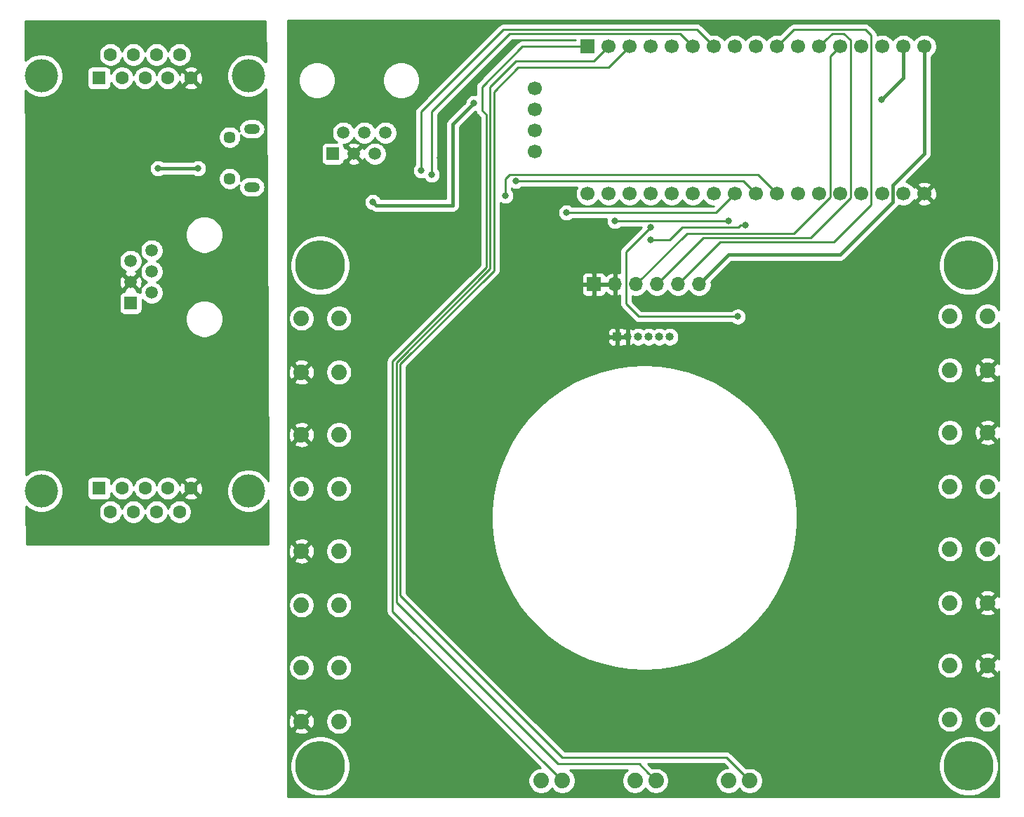
<source format=gbr>
G04 #@! TF.GenerationSoftware,KiCad,Pcbnew,(5.1.5)-3*
G04 #@! TF.CreationDate,2022-01-05T12:17:48-05:00*
G04 #@! TF.ProjectId,K3_RVFO,4b335f52-5646-44f2-9e6b-696361645f70,rev?*
G04 #@! TF.SameCoordinates,Original*
G04 #@! TF.FileFunction,Copper,L2,Bot*
G04 #@! TF.FilePolarity,Positive*
%FSLAX46Y46*%
G04 Gerber Fmt 4.6, Leading zero omitted, Abs format (unit mm)*
G04 Created by KiCad (PCBNEW (5.1.5)-3) date 2022-01-05 12:17:48*
%MOMM*%
%LPD*%
G04 APERTURE LIST*
%ADD10O,1.000000X1.000000*%
%ADD11R,1.000000X1.000000*%
%ADD12R,1.520000X1.520000*%
%ADD13C,1.520000*%
%ADD14O,1.700000X1.700000*%
%ADD15R,1.700000X1.700000*%
%ADD16C,6.000000*%
%ADD17C,1.700000*%
%ADD18C,1.879600*%
%ADD19O,1.900000X1.200000*%
%ADD20C,1.450000*%
%ADD21C,4.000000*%
%ADD22C,1.600000*%
%ADD23R,1.600000X1.600000*%
%ADD24C,0.800000*%
%ADD25C,0.381000*%
%ADD26C,0.250000*%
%ADD27C,0.254000*%
G04 APERTURE END LIST*
D10*
X113792000Y-77978000D03*
X112522000Y-77978000D03*
X111252000Y-77978000D03*
X109982000Y-77978000D03*
X108712000Y-77978000D03*
D11*
X107442000Y-77978000D03*
D12*
X48768000Y-73914000D03*
D13*
X51308000Y-72644000D03*
X48768000Y-71374000D03*
X51308000Y-70104000D03*
X48768000Y-68834000D03*
X51308000Y-67564000D03*
D14*
X117348000Y-71628000D03*
X114808000Y-71628000D03*
X112268000Y-71628000D03*
X109728000Y-71628000D03*
X107188000Y-71628000D03*
D15*
X104648000Y-71628000D03*
D16*
X71628000Y-129794000D03*
X149860000Y-69342000D03*
X149860000Y-129794000D03*
X71628000Y-69342000D03*
D17*
X144526000Y-42926000D03*
X144526000Y-60706000D03*
X141986000Y-42926000D03*
X141986000Y-60706000D03*
X139446000Y-42926000D03*
X139446000Y-60706000D03*
X136906000Y-42926000D03*
X136906000Y-60706000D03*
X134366000Y-42926000D03*
X134366000Y-60706000D03*
X131826000Y-42926000D03*
X131826000Y-60706000D03*
X129286000Y-42926000D03*
X129286000Y-60706000D03*
X126746000Y-42926000D03*
X126746000Y-60706000D03*
X124206000Y-42926000D03*
X124206000Y-60706000D03*
X121666000Y-42926000D03*
X121666000Y-60706000D03*
X119126000Y-42926000D03*
X119126000Y-60706000D03*
X116586000Y-42926000D03*
X116586000Y-60706000D03*
X114046000Y-42926000D03*
X114046000Y-60706000D03*
X111506000Y-42926000D03*
X111506000Y-60706000D03*
X108966000Y-42926000D03*
X108966000Y-60706000D03*
X106426000Y-42926000D03*
X106426000Y-60706000D03*
D15*
X103886000Y-42926000D03*
D17*
X103886000Y-60706000D03*
X97536000Y-55626000D03*
X97536000Y-53086000D03*
X97536000Y-50546000D03*
X97536000Y-48006000D03*
D18*
X147599400Y-124155200D03*
X147599400Y-117652800D03*
X152120600Y-124155200D03*
X152120600Y-117652800D03*
X152120600Y-103598132D03*
X152120600Y-110100532D03*
X147599400Y-103598132D03*
X147599400Y-110100532D03*
X147599400Y-96045866D03*
X147599400Y-89543466D03*
X152120600Y-96045866D03*
X152120600Y-89543466D03*
X152120600Y-75488800D03*
X152120600Y-81991200D03*
X147599400Y-75488800D03*
X147599400Y-81991200D03*
X73888600Y-117906800D03*
X73888600Y-124409200D03*
X69367400Y-117906800D03*
X69367400Y-124409200D03*
X69367400Y-110354532D03*
X69367400Y-103852132D03*
X73888600Y-110354532D03*
X73888600Y-103852132D03*
X69367400Y-96299866D03*
X69367400Y-89797466D03*
X73888600Y-96299866D03*
X73888600Y-89797466D03*
X73888600Y-75742800D03*
X73888600Y-82245200D03*
X69367400Y-75742800D03*
X69367400Y-82245200D03*
D12*
X73152000Y-55880000D03*
D13*
X74422000Y-53340000D03*
X75692000Y-55880000D03*
X76962000Y-53340000D03*
X78232000Y-55880000D03*
X79502000Y-53340000D03*
D19*
X63406000Y-52888000D03*
X63406000Y-59888000D03*
D20*
X60706000Y-53888000D03*
X60706000Y-58888000D03*
D21*
X62998000Y-96566000D03*
X37998000Y-96566000D03*
D22*
X54653000Y-99106000D03*
X51883000Y-99106000D03*
X49113000Y-99106000D03*
X46343000Y-99106000D03*
X56038000Y-96266000D03*
X53268000Y-96266000D03*
X50498000Y-96266000D03*
X47728000Y-96266000D03*
D23*
X44958000Y-96266000D03*
D21*
X37998000Y-46436000D03*
X62998000Y-46436000D03*
D22*
X54653000Y-43896000D03*
X51883000Y-43896000D03*
X49113000Y-43896000D03*
X46343000Y-43896000D03*
X56038000Y-46736000D03*
X53268000Y-46736000D03*
X50498000Y-46736000D03*
X47728000Y-46736000D03*
D23*
X44958000Y-46736000D03*
D18*
X123444000Y-131572000D03*
X120904000Y-131572000D03*
X112141000Y-131572000D03*
X109601000Y-131572000D03*
X100838000Y-131572000D03*
X98298000Y-131572000D03*
D24*
X73914000Y-63754000D03*
X86106000Y-56388000D03*
X147320000Y-51816000D03*
X88646000Y-70357996D03*
X83820000Y-57912000D03*
X85090000Y-58420000D03*
X93980000Y-60960036D03*
X95250000Y-59145010D03*
X139381000Y-49341000D03*
X77978000Y-61722000D03*
X90170022Y-49784000D03*
X111506007Y-66293993D03*
X122935990Y-64516000D03*
X111506000Y-64770000D03*
X122015840Y-75543159D03*
X107188000Y-64008000D03*
X120904002Y-64008000D03*
X101346000Y-62992000D03*
X57912000Y-55626000D03*
X56896000Y-57658000D03*
X52070000Y-57658000D03*
D25*
X120904000Y-68072000D02*
X117348000Y-71628000D01*
X140716000Y-61702501D02*
X134346501Y-68072000D01*
X144526000Y-42926000D02*
X144526000Y-55880000D01*
X140716000Y-59690000D02*
X140716000Y-61702501D01*
X144526000Y-55880000D02*
X140716000Y-59690000D01*
X134346501Y-68072000D02*
X120904000Y-68072000D01*
D26*
X83820000Y-50800000D02*
X83820000Y-57912000D01*
X93726000Y-40894000D02*
X83820000Y-50800000D01*
X119126000Y-42926000D02*
X117094000Y-40894000D01*
X117094000Y-40894000D02*
X93726000Y-40894000D01*
X85090000Y-50800000D02*
X85090000Y-58420000D01*
X94488000Y-41402000D02*
X85090000Y-50800000D01*
X116586000Y-42926000D02*
X115062000Y-41402000D01*
X115062000Y-41402000D02*
X94488000Y-41402000D01*
X126746000Y-60706000D02*
X124460000Y-58420000D01*
X124460000Y-58420000D02*
X94488000Y-58420000D01*
X94488000Y-58420000D02*
X93980000Y-58928000D01*
X93980000Y-60394351D02*
X93980000Y-60960036D01*
X93980000Y-58928000D02*
X93980000Y-60394351D01*
X124206000Y-60706000D02*
X122645010Y-59145010D01*
X122645010Y-59145010D02*
X95250000Y-59145010D01*
D25*
X141986000Y-42926000D02*
X141986000Y-46736000D01*
X141986000Y-46736000D02*
X139381000Y-49341000D01*
X78377999Y-62121999D02*
X87622489Y-62121999D01*
X87622489Y-52331533D02*
X90170022Y-49784000D01*
X87622489Y-62121999D02*
X87622489Y-52331533D01*
X77978000Y-61722000D02*
X78377999Y-62121999D01*
D26*
X122116305Y-64770000D02*
X122370305Y-64516000D01*
X122370305Y-64516000D02*
X122935990Y-64516000D01*
X115316000Y-64770000D02*
X122116305Y-64770000D01*
X111506007Y-66293993D02*
X113792007Y-66293993D01*
X113792007Y-66293993D02*
X115316000Y-64770000D01*
X108552999Y-74008999D02*
X110087159Y-75543159D01*
X121450155Y-75543159D02*
X122015840Y-75543159D01*
X110087159Y-75543159D02*
X121450155Y-75543159D01*
X111506000Y-64770000D02*
X108552999Y-67723001D01*
X108552999Y-67723001D02*
X108552999Y-74008999D01*
X107188000Y-64008000D02*
X120904002Y-64008000D01*
X120816001Y-61555999D02*
X121666000Y-60706000D01*
X101346000Y-62992000D02*
X119380000Y-62992000D01*
X119380000Y-62992000D02*
X120816001Y-61555999D01*
D25*
X56896000Y-57658000D02*
X52070000Y-57658000D01*
D26*
X95504000Y-45466000D02*
X106426000Y-45466000D01*
X120650000Y-128778000D02*
X100838000Y-128778000D01*
X106426000Y-45466000D02*
X108116001Y-43775999D01*
X100838000Y-128778000D02*
X81280000Y-109220000D01*
X108116001Y-43775999D02*
X108966000Y-42926000D01*
X81280000Y-109220000D02*
X81280000Y-81282822D01*
X92594022Y-48375978D02*
X95504000Y-45466000D01*
X92594022Y-69968800D02*
X92594022Y-48375978D01*
X81280000Y-81282822D02*
X92594022Y-69968800D01*
X123444000Y-131572000D02*
X120650000Y-128778000D01*
X95250000Y-44704000D02*
X92144011Y-47809989D01*
X111201201Y-130632201D02*
X112141000Y-131572000D01*
X92144011Y-47809989D02*
X92144011Y-69782400D01*
X104648000Y-44704000D02*
X95250000Y-44704000D01*
X110109000Y-129540000D02*
X111201201Y-130632201D01*
X100330000Y-129540000D02*
X110109000Y-129540000D01*
X80829989Y-110039989D02*
X100330000Y-129540000D01*
X106426000Y-42926000D02*
X104648000Y-44704000D01*
X92144011Y-69782400D02*
X80829989Y-81096422D01*
X80829989Y-81096422D02*
X80829989Y-110039989D01*
X96012000Y-42926000D02*
X102786000Y-42926000D01*
X91694000Y-51185000D02*
X91149002Y-50640002D01*
X91694000Y-69596000D02*
X91694000Y-51185000D01*
X100838000Y-131572000D02*
X80379978Y-111113978D01*
X91149002Y-50640002D02*
X91149002Y-47788998D01*
X80379978Y-80910022D02*
X91694000Y-69596000D01*
X91149002Y-47788998D02*
X96012000Y-42926000D01*
X102786000Y-42926000D02*
X103886000Y-42926000D01*
X80379978Y-111113978D02*
X80379978Y-80910022D01*
X119888000Y-66548000D02*
X133604000Y-66548000D01*
X114808000Y-71628000D02*
X119888000Y-66548000D01*
X137414000Y-40894000D02*
X128778000Y-40894000D01*
X133604000Y-66548000D02*
X138081001Y-62070999D01*
X128778000Y-40894000D02*
X126746000Y-42926000D01*
X138081001Y-62070999D02*
X138081001Y-41561001D01*
X138081001Y-41561001D02*
X137414000Y-40894000D01*
X132675999Y-42076001D02*
X131826000Y-42926000D01*
X133407989Y-41344011D02*
X132675999Y-42076001D01*
X117856000Y-66040000D02*
X130810000Y-66040000D01*
X135636000Y-61214000D02*
X135636000Y-42164000D01*
X112268000Y-71628000D02*
X117856000Y-66040000D01*
X134816011Y-41344011D02*
X133407989Y-41344011D01*
X130810000Y-66040000D02*
X135636000Y-61214000D01*
X135636000Y-42164000D02*
X134816011Y-41344011D01*
X133516001Y-43775999D02*
X134366000Y-42926000D01*
X109728000Y-71628000D02*
X115860999Y-65495001D01*
X128776001Y-65495001D02*
X133190999Y-61080003D01*
X115860999Y-65495001D02*
X128776001Y-65495001D01*
X133190999Y-61080003D02*
X133190999Y-44101001D01*
X133190999Y-44101001D02*
X133516001Y-43775999D01*
D27*
G36*
X65067054Y-44789683D02*
G01*
X65044738Y-44756285D01*
X64677715Y-44389262D01*
X64246141Y-44100893D01*
X63766601Y-43902261D01*
X63257525Y-43801000D01*
X62738475Y-43801000D01*
X62229399Y-43902261D01*
X61749859Y-44100893D01*
X61318285Y-44389262D01*
X60951262Y-44756285D01*
X60662893Y-45187859D01*
X60464261Y-45667399D01*
X60363000Y-46176475D01*
X60363000Y-46695525D01*
X60464261Y-47204601D01*
X60662893Y-47684141D01*
X60951262Y-48115715D01*
X61318285Y-48482738D01*
X61749859Y-48771107D01*
X62229399Y-48969739D01*
X62738475Y-49071000D01*
X63257525Y-49071000D01*
X63766601Y-48969739D01*
X64246141Y-48771107D01*
X64677715Y-48482738D01*
X65044738Y-48115715D01*
X65085965Y-48054015D01*
X65360153Y-95383154D01*
X65333107Y-95317859D01*
X65044738Y-94886285D01*
X64677715Y-94519262D01*
X64246141Y-94230893D01*
X63766601Y-94032261D01*
X63257525Y-93931000D01*
X62738475Y-93931000D01*
X62229399Y-94032261D01*
X61749859Y-94230893D01*
X61318285Y-94519262D01*
X60951262Y-94886285D01*
X60662893Y-95317859D01*
X60464261Y-95797399D01*
X60363000Y-96306475D01*
X60363000Y-96825525D01*
X60464261Y-97334601D01*
X60662893Y-97814141D01*
X60951262Y-98245715D01*
X61318285Y-98612738D01*
X61749859Y-98901107D01*
X62229399Y-99099739D01*
X62738475Y-99201000D01*
X63257525Y-99201000D01*
X63766601Y-99099739D01*
X64246141Y-98901107D01*
X64677715Y-98612738D01*
X65044738Y-98245715D01*
X65333107Y-97814141D01*
X65373669Y-97716215D01*
X65380001Y-98809174D01*
X65380001Y-102997000D01*
X36194773Y-102997000D01*
X36186702Y-98481155D01*
X36318285Y-98612738D01*
X36749859Y-98901107D01*
X37229399Y-99099739D01*
X37738475Y-99201000D01*
X38257525Y-99201000D01*
X38766601Y-99099739D01*
X39092698Y-98964665D01*
X44908000Y-98964665D01*
X44908000Y-99247335D01*
X44963147Y-99524574D01*
X45071320Y-99785727D01*
X45228363Y-100020759D01*
X45428241Y-100220637D01*
X45663273Y-100377680D01*
X45924426Y-100485853D01*
X46201665Y-100541000D01*
X46484335Y-100541000D01*
X46761574Y-100485853D01*
X47022727Y-100377680D01*
X47257759Y-100220637D01*
X47457637Y-100020759D01*
X47614680Y-99785727D01*
X47722853Y-99524574D01*
X47728000Y-99498699D01*
X47733147Y-99524574D01*
X47841320Y-99785727D01*
X47998363Y-100020759D01*
X48198241Y-100220637D01*
X48433273Y-100377680D01*
X48694426Y-100485853D01*
X48971665Y-100541000D01*
X49254335Y-100541000D01*
X49531574Y-100485853D01*
X49792727Y-100377680D01*
X50027759Y-100220637D01*
X50227637Y-100020759D01*
X50384680Y-99785727D01*
X50492853Y-99524574D01*
X50498000Y-99498699D01*
X50503147Y-99524574D01*
X50611320Y-99785727D01*
X50768363Y-100020759D01*
X50968241Y-100220637D01*
X51203273Y-100377680D01*
X51464426Y-100485853D01*
X51741665Y-100541000D01*
X52024335Y-100541000D01*
X52301574Y-100485853D01*
X52562727Y-100377680D01*
X52797759Y-100220637D01*
X52997637Y-100020759D01*
X53154680Y-99785727D01*
X53262853Y-99524574D01*
X53268000Y-99498699D01*
X53273147Y-99524574D01*
X53381320Y-99785727D01*
X53538363Y-100020759D01*
X53738241Y-100220637D01*
X53973273Y-100377680D01*
X54234426Y-100485853D01*
X54511665Y-100541000D01*
X54794335Y-100541000D01*
X55071574Y-100485853D01*
X55332727Y-100377680D01*
X55567759Y-100220637D01*
X55767637Y-100020759D01*
X55924680Y-99785727D01*
X56032853Y-99524574D01*
X56088000Y-99247335D01*
X56088000Y-98964665D01*
X56032853Y-98687426D01*
X55924680Y-98426273D01*
X55767637Y-98191241D01*
X55567759Y-97991363D01*
X55332727Y-97834320D01*
X55071574Y-97726147D01*
X54794335Y-97671000D01*
X54511665Y-97671000D01*
X54234426Y-97726147D01*
X53973273Y-97834320D01*
X53738241Y-97991363D01*
X53538363Y-98191241D01*
X53381320Y-98426273D01*
X53273147Y-98687426D01*
X53268000Y-98713301D01*
X53262853Y-98687426D01*
X53154680Y-98426273D01*
X52997637Y-98191241D01*
X52797759Y-97991363D01*
X52562727Y-97834320D01*
X52301574Y-97726147D01*
X52024335Y-97671000D01*
X51741665Y-97671000D01*
X51464426Y-97726147D01*
X51203273Y-97834320D01*
X50968241Y-97991363D01*
X50768363Y-98191241D01*
X50611320Y-98426273D01*
X50503147Y-98687426D01*
X50498000Y-98713301D01*
X50492853Y-98687426D01*
X50384680Y-98426273D01*
X50227637Y-98191241D01*
X50027759Y-97991363D01*
X49792727Y-97834320D01*
X49531574Y-97726147D01*
X49254335Y-97671000D01*
X48971665Y-97671000D01*
X48694426Y-97726147D01*
X48433273Y-97834320D01*
X48198241Y-97991363D01*
X47998363Y-98191241D01*
X47841320Y-98426273D01*
X47733147Y-98687426D01*
X47728000Y-98713301D01*
X47722853Y-98687426D01*
X47614680Y-98426273D01*
X47457637Y-98191241D01*
X47257759Y-97991363D01*
X47022727Y-97834320D01*
X46761574Y-97726147D01*
X46484335Y-97671000D01*
X46201665Y-97671000D01*
X45924426Y-97726147D01*
X45663273Y-97834320D01*
X45428241Y-97991363D01*
X45228363Y-98191241D01*
X45071320Y-98426273D01*
X44963147Y-98687426D01*
X44908000Y-98964665D01*
X39092698Y-98964665D01*
X39246141Y-98901107D01*
X39677715Y-98612738D01*
X40044738Y-98245715D01*
X40333107Y-97814141D01*
X40531739Y-97334601D01*
X40633000Y-96825525D01*
X40633000Y-96306475D01*
X40531739Y-95797399D01*
X40394470Y-95466000D01*
X43519928Y-95466000D01*
X43519928Y-97066000D01*
X43532188Y-97190482D01*
X43568498Y-97310180D01*
X43627463Y-97420494D01*
X43706815Y-97517185D01*
X43803506Y-97596537D01*
X43913820Y-97655502D01*
X44033518Y-97691812D01*
X44158000Y-97704072D01*
X45758000Y-97704072D01*
X45882482Y-97691812D01*
X46002180Y-97655502D01*
X46112494Y-97596537D01*
X46209185Y-97517185D01*
X46288537Y-97420494D01*
X46347502Y-97310180D01*
X46383812Y-97190482D01*
X46396072Y-97066000D01*
X46396072Y-96800275D01*
X46456320Y-96945727D01*
X46613363Y-97180759D01*
X46813241Y-97380637D01*
X47048273Y-97537680D01*
X47309426Y-97645853D01*
X47586665Y-97701000D01*
X47869335Y-97701000D01*
X48146574Y-97645853D01*
X48407727Y-97537680D01*
X48642759Y-97380637D01*
X48842637Y-97180759D01*
X48999680Y-96945727D01*
X49107853Y-96684574D01*
X49113000Y-96658699D01*
X49118147Y-96684574D01*
X49226320Y-96945727D01*
X49383363Y-97180759D01*
X49583241Y-97380637D01*
X49818273Y-97537680D01*
X50079426Y-97645853D01*
X50356665Y-97701000D01*
X50639335Y-97701000D01*
X50916574Y-97645853D01*
X51177727Y-97537680D01*
X51412759Y-97380637D01*
X51612637Y-97180759D01*
X51769680Y-96945727D01*
X51877853Y-96684574D01*
X51883000Y-96658699D01*
X51888147Y-96684574D01*
X51996320Y-96945727D01*
X52153363Y-97180759D01*
X52353241Y-97380637D01*
X52588273Y-97537680D01*
X52849426Y-97645853D01*
X53126665Y-97701000D01*
X53409335Y-97701000D01*
X53686574Y-97645853D01*
X53947727Y-97537680D01*
X54182759Y-97380637D01*
X54304694Y-97258702D01*
X55224903Y-97258702D01*
X55296486Y-97502671D01*
X55551996Y-97623571D01*
X55826184Y-97692300D01*
X56108512Y-97706217D01*
X56388130Y-97664787D01*
X56654292Y-97569603D01*
X56779514Y-97502671D01*
X56851097Y-97258702D01*
X56038000Y-96445605D01*
X55224903Y-97258702D01*
X54304694Y-97258702D01*
X54382637Y-97180759D01*
X54539680Y-96945727D01*
X54647853Y-96684574D01*
X54653513Y-96656118D01*
X54734397Y-96882292D01*
X54801329Y-97007514D01*
X55045298Y-97079097D01*
X55858395Y-96266000D01*
X56217605Y-96266000D01*
X57030702Y-97079097D01*
X57274671Y-97007514D01*
X57395571Y-96752004D01*
X57464300Y-96477816D01*
X57478217Y-96195488D01*
X57436787Y-95915870D01*
X57341603Y-95649708D01*
X57274671Y-95524486D01*
X57030702Y-95452903D01*
X56217605Y-96266000D01*
X55858395Y-96266000D01*
X55045298Y-95452903D01*
X54801329Y-95524486D01*
X54680429Y-95779996D01*
X54654788Y-95882289D01*
X54647853Y-95847426D01*
X54539680Y-95586273D01*
X54382637Y-95351241D01*
X54304694Y-95273298D01*
X55224903Y-95273298D01*
X56038000Y-96086395D01*
X56851097Y-95273298D01*
X56779514Y-95029329D01*
X56524004Y-94908429D01*
X56249816Y-94839700D01*
X55967488Y-94825783D01*
X55687870Y-94867213D01*
X55421708Y-94962397D01*
X55296486Y-95029329D01*
X55224903Y-95273298D01*
X54304694Y-95273298D01*
X54182759Y-95151363D01*
X53947727Y-94994320D01*
X53686574Y-94886147D01*
X53409335Y-94831000D01*
X53126665Y-94831000D01*
X52849426Y-94886147D01*
X52588273Y-94994320D01*
X52353241Y-95151363D01*
X52153363Y-95351241D01*
X51996320Y-95586273D01*
X51888147Y-95847426D01*
X51883000Y-95873301D01*
X51877853Y-95847426D01*
X51769680Y-95586273D01*
X51612637Y-95351241D01*
X51412759Y-95151363D01*
X51177727Y-94994320D01*
X50916574Y-94886147D01*
X50639335Y-94831000D01*
X50356665Y-94831000D01*
X50079426Y-94886147D01*
X49818273Y-94994320D01*
X49583241Y-95151363D01*
X49383363Y-95351241D01*
X49226320Y-95586273D01*
X49118147Y-95847426D01*
X49113000Y-95873301D01*
X49107853Y-95847426D01*
X48999680Y-95586273D01*
X48842637Y-95351241D01*
X48642759Y-95151363D01*
X48407727Y-94994320D01*
X48146574Y-94886147D01*
X47869335Y-94831000D01*
X47586665Y-94831000D01*
X47309426Y-94886147D01*
X47048273Y-94994320D01*
X46813241Y-95151363D01*
X46613363Y-95351241D01*
X46456320Y-95586273D01*
X46396072Y-95731725D01*
X46396072Y-95466000D01*
X46383812Y-95341518D01*
X46347502Y-95221820D01*
X46288537Y-95111506D01*
X46209185Y-95014815D01*
X46112494Y-94935463D01*
X46002180Y-94876498D01*
X45882482Y-94840188D01*
X45758000Y-94827928D01*
X44158000Y-94827928D01*
X44033518Y-94840188D01*
X43913820Y-94876498D01*
X43803506Y-94935463D01*
X43706815Y-95014815D01*
X43627463Y-95111506D01*
X43568498Y-95221820D01*
X43532188Y-95341518D01*
X43519928Y-95466000D01*
X40394470Y-95466000D01*
X40333107Y-95317859D01*
X40044738Y-94886285D01*
X39677715Y-94519262D01*
X39246141Y-94230893D01*
X38766601Y-94032261D01*
X38257525Y-93931000D01*
X37738475Y-93931000D01*
X37229399Y-94032261D01*
X36749859Y-94230893D01*
X36318285Y-94519262D01*
X36179869Y-94657678D01*
X36145812Y-75601409D01*
X55398000Y-75601409D01*
X55398000Y-76046591D01*
X55484851Y-76483218D01*
X55655214Y-76894511D01*
X55902544Y-77264666D01*
X56217334Y-77579456D01*
X56587489Y-77826786D01*
X56998782Y-77997149D01*
X57435409Y-78084000D01*
X57880591Y-78084000D01*
X58317218Y-77997149D01*
X58728511Y-77826786D01*
X59098666Y-77579456D01*
X59413456Y-77264666D01*
X59660786Y-76894511D01*
X59831149Y-76483218D01*
X59918000Y-76046591D01*
X59918000Y-75601409D01*
X59831149Y-75164782D01*
X59660786Y-74753489D01*
X59413456Y-74383334D01*
X59098666Y-74068544D01*
X58728511Y-73821214D01*
X58317218Y-73650851D01*
X57880591Y-73564000D01*
X57435409Y-73564000D01*
X56998782Y-73650851D01*
X56587489Y-73821214D01*
X56217334Y-74068544D01*
X55902544Y-74383334D01*
X55655214Y-74753489D01*
X55484851Y-75164782D01*
X55398000Y-75601409D01*
X36145812Y-75601409D01*
X36141438Y-73154000D01*
X47369928Y-73154000D01*
X47369928Y-74674000D01*
X47382188Y-74798482D01*
X47418498Y-74918180D01*
X47477463Y-75028494D01*
X47556815Y-75125185D01*
X47653506Y-75204537D01*
X47763820Y-75263502D01*
X47883518Y-75299812D01*
X48008000Y-75312072D01*
X49528000Y-75312072D01*
X49652482Y-75299812D01*
X49772180Y-75263502D01*
X49882494Y-75204537D01*
X49979185Y-75125185D01*
X50058537Y-75028494D01*
X50117502Y-74918180D01*
X50153812Y-74798482D01*
X50166072Y-74674000D01*
X50166072Y-73445918D01*
X50224433Y-73533261D01*
X50418739Y-73727567D01*
X50647220Y-73880233D01*
X50901093Y-73985391D01*
X51170604Y-74039000D01*
X51445396Y-74039000D01*
X51714907Y-73985391D01*
X51968780Y-73880233D01*
X52197261Y-73727567D01*
X52391567Y-73533261D01*
X52544233Y-73304780D01*
X52649391Y-73050907D01*
X52703000Y-72781396D01*
X52703000Y-72506604D01*
X52649391Y-72237093D01*
X52544233Y-71983220D01*
X52391567Y-71754739D01*
X52197261Y-71560433D01*
X51968780Y-71407767D01*
X51887260Y-71374000D01*
X51968780Y-71340233D01*
X52197261Y-71187567D01*
X52391567Y-70993261D01*
X52544233Y-70764780D01*
X52649391Y-70510907D01*
X52703000Y-70241396D01*
X52703000Y-69966604D01*
X52649391Y-69697093D01*
X52544233Y-69443220D01*
X52391567Y-69214739D01*
X52197261Y-69020433D01*
X51968780Y-68867767D01*
X51887260Y-68834000D01*
X51968780Y-68800233D01*
X52197261Y-68647567D01*
X52391567Y-68453261D01*
X52544233Y-68224780D01*
X52649391Y-67970907D01*
X52703000Y-67701396D01*
X52703000Y-67426604D01*
X52649391Y-67157093D01*
X52544233Y-66903220D01*
X52391567Y-66674739D01*
X52197261Y-66480433D01*
X51968780Y-66327767D01*
X51714907Y-66222609D01*
X51445396Y-66169000D01*
X51170604Y-66169000D01*
X50901093Y-66222609D01*
X50647220Y-66327767D01*
X50418739Y-66480433D01*
X50224433Y-66674739D01*
X50071767Y-66903220D01*
X49966609Y-67157093D01*
X49913000Y-67426604D01*
X49913000Y-67701396D01*
X49966609Y-67970907D01*
X50071767Y-68224780D01*
X50224433Y-68453261D01*
X50418739Y-68647567D01*
X50647220Y-68800233D01*
X50728740Y-68834000D01*
X50647220Y-68867767D01*
X50418739Y-69020433D01*
X50224433Y-69214739D01*
X50071767Y-69443220D01*
X49966609Y-69697093D01*
X49913000Y-69966604D01*
X49913000Y-70241396D01*
X49966609Y-70510907D01*
X50071767Y-70764780D01*
X50224433Y-70993261D01*
X50418739Y-71187567D01*
X50647220Y-71340233D01*
X50728740Y-71374000D01*
X50647220Y-71407767D01*
X50418739Y-71560433D01*
X50224433Y-71754739D01*
X50071767Y-71983220D01*
X49966609Y-72237093D01*
X49913000Y-72506604D01*
X49913000Y-72648499D01*
X49882494Y-72623463D01*
X49772180Y-72564498D01*
X49652482Y-72528188D01*
X49528000Y-72515928D01*
X49503069Y-72515928D01*
X49552531Y-72338137D01*
X48768000Y-71553605D01*
X47983469Y-72338137D01*
X48032931Y-72515928D01*
X48008000Y-72515928D01*
X47883518Y-72528188D01*
X47763820Y-72564498D01*
X47653506Y-72623463D01*
X47556815Y-72702815D01*
X47477463Y-72799506D01*
X47418498Y-72909820D01*
X47382188Y-73029518D01*
X47369928Y-73154000D01*
X36141438Y-73154000D01*
X36138385Y-71446097D01*
X47368105Y-71446097D01*
X47409069Y-71717817D01*
X47502256Y-71976326D01*
X47563975Y-72091794D01*
X47803863Y-72158531D01*
X48588395Y-71374000D01*
X48947605Y-71374000D01*
X49732137Y-72158531D01*
X49972025Y-72091794D01*
X50088924Y-71843108D01*
X50155061Y-71576394D01*
X50167895Y-71301903D01*
X50126931Y-71030183D01*
X50033744Y-70771674D01*
X49972025Y-70656206D01*
X49732137Y-70589469D01*
X48947605Y-71374000D01*
X48588395Y-71374000D01*
X47803863Y-70589469D01*
X47563975Y-70656206D01*
X47447076Y-70904892D01*
X47380939Y-71171606D01*
X47368105Y-71446097D01*
X36138385Y-71446097D01*
X36133471Y-68696604D01*
X47373000Y-68696604D01*
X47373000Y-68971396D01*
X47426609Y-69240907D01*
X47531767Y-69494780D01*
X47684433Y-69723261D01*
X47878739Y-69917567D01*
X48107220Y-70070233D01*
X48183501Y-70101830D01*
X48165674Y-70108256D01*
X48050206Y-70169975D01*
X47983469Y-70409863D01*
X48768000Y-71194395D01*
X49552531Y-70409863D01*
X49485794Y-70169975D01*
X49346293Y-70104400D01*
X49428780Y-70070233D01*
X49657261Y-69917567D01*
X49851567Y-69723261D01*
X50004233Y-69494780D01*
X50109391Y-69240907D01*
X50163000Y-68971396D01*
X50163000Y-68696604D01*
X50109391Y-68427093D01*
X50004233Y-68173220D01*
X49851567Y-67944739D01*
X49657261Y-67750433D01*
X49428780Y-67597767D01*
X49174907Y-67492609D01*
X48905396Y-67439000D01*
X48630604Y-67439000D01*
X48361093Y-67492609D01*
X48107220Y-67597767D01*
X47878739Y-67750433D01*
X47684433Y-67944739D01*
X47531767Y-68173220D01*
X47426609Y-68427093D01*
X47373000Y-68696604D01*
X36133471Y-68696604D01*
X36127654Y-65441409D01*
X55398000Y-65441409D01*
X55398000Y-65886591D01*
X55484851Y-66323218D01*
X55655214Y-66734511D01*
X55902544Y-67104666D01*
X56217334Y-67419456D01*
X56587489Y-67666786D01*
X56998782Y-67837149D01*
X57435409Y-67924000D01*
X57880591Y-67924000D01*
X58317218Y-67837149D01*
X58728511Y-67666786D01*
X59098666Y-67419456D01*
X59413456Y-67104666D01*
X59660786Y-66734511D01*
X59831149Y-66323218D01*
X59918000Y-65886591D01*
X59918000Y-65441409D01*
X59831149Y-65004782D01*
X59660786Y-64593489D01*
X59413456Y-64223334D01*
X59098666Y-63908544D01*
X58728511Y-63661214D01*
X58317218Y-63490851D01*
X57880591Y-63404000D01*
X57435409Y-63404000D01*
X56998782Y-63490851D01*
X56587489Y-63661214D01*
X56217334Y-63908544D01*
X55902544Y-64223334D01*
X55655214Y-64593489D01*
X55484851Y-65004782D01*
X55398000Y-65441409D01*
X36127654Y-65441409D01*
X36115702Y-58754052D01*
X59346000Y-58754052D01*
X59346000Y-59021948D01*
X59398264Y-59284697D01*
X59500784Y-59532201D01*
X59649619Y-59754949D01*
X59839051Y-59944381D01*
X60061799Y-60093216D01*
X60309303Y-60195736D01*
X60572052Y-60248000D01*
X60839948Y-60248000D01*
X61102697Y-60195736D01*
X61350201Y-60093216D01*
X61572949Y-59944381D01*
X61762381Y-59754949D01*
X61841883Y-59635965D01*
X61838870Y-59645898D01*
X61815025Y-59888000D01*
X61838870Y-60130102D01*
X61909489Y-60362901D01*
X62024167Y-60577449D01*
X62178498Y-60765502D01*
X62366551Y-60919833D01*
X62581099Y-61034511D01*
X62813898Y-61105130D01*
X62995335Y-61123000D01*
X63816665Y-61123000D01*
X63998102Y-61105130D01*
X64230901Y-61034511D01*
X64445449Y-60919833D01*
X64633502Y-60765502D01*
X64787833Y-60577449D01*
X64902511Y-60362901D01*
X64973130Y-60130102D01*
X64996975Y-59888000D01*
X64973130Y-59645898D01*
X64902511Y-59413099D01*
X64787833Y-59198551D01*
X64633502Y-59010498D01*
X64445449Y-58856167D01*
X64230901Y-58741489D01*
X63998102Y-58670870D01*
X63816665Y-58653000D01*
X62995335Y-58653000D01*
X62813898Y-58670870D01*
X62581099Y-58741489D01*
X62366551Y-58856167D01*
X62178498Y-59010498D01*
X62033016Y-59187768D01*
X62066000Y-59021948D01*
X62066000Y-58754052D01*
X62013736Y-58491303D01*
X61911216Y-58243799D01*
X61762381Y-58021051D01*
X61572949Y-57831619D01*
X61350201Y-57682784D01*
X61102697Y-57580264D01*
X60839948Y-57528000D01*
X60572052Y-57528000D01*
X60309303Y-57580264D01*
X60061799Y-57682784D01*
X59839051Y-57831619D01*
X59649619Y-58021051D01*
X59500784Y-58243799D01*
X59398264Y-58491303D01*
X59346000Y-58754052D01*
X36115702Y-58754052D01*
X36113560Y-57556061D01*
X51035000Y-57556061D01*
X51035000Y-57759939D01*
X51074774Y-57959898D01*
X51152795Y-58148256D01*
X51266063Y-58317774D01*
X51410226Y-58461937D01*
X51579744Y-58575205D01*
X51768102Y-58653226D01*
X51968061Y-58693000D01*
X52171939Y-58693000D01*
X52371898Y-58653226D01*
X52560256Y-58575205D01*
X52697503Y-58483500D01*
X56268497Y-58483500D01*
X56405744Y-58575205D01*
X56594102Y-58653226D01*
X56794061Y-58693000D01*
X56997939Y-58693000D01*
X57197898Y-58653226D01*
X57386256Y-58575205D01*
X57555774Y-58461937D01*
X57699937Y-58317774D01*
X57813205Y-58148256D01*
X57891226Y-57959898D01*
X57931000Y-57759939D01*
X57931000Y-57556061D01*
X57891226Y-57356102D01*
X57813205Y-57167744D01*
X57699937Y-56998226D01*
X57555774Y-56854063D01*
X57386256Y-56740795D01*
X57197898Y-56662774D01*
X56997939Y-56623000D01*
X56794061Y-56623000D01*
X56594102Y-56662774D01*
X56405744Y-56740795D01*
X56268497Y-56832500D01*
X52697503Y-56832500D01*
X52560256Y-56740795D01*
X52371898Y-56662774D01*
X52171939Y-56623000D01*
X51968061Y-56623000D01*
X51768102Y-56662774D01*
X51579744Y-56740795D01*
X51410226Y-56854063D01*
X51266063Y-56998226D01*
X51152795Y-57167744D01*
X51074774Y-57356102D01*
X51035000Y-57556061D01*
X36113560Y-57556061D01*
X36106765Y-53754052D01*
X59346000Y-53754052D01*
X59346000Y-54021948D01*
X59398264Y-54284697D01*
X59500784Y-54532201D01*
X59649619Y-54754949D01*
X59839051Y-54944381D01*
X60061799Y-55093216D01*
X60309303Y-55195736D01*
X60572052Y-55248000D01*
X60839948Y-55248000D01*
X61102697Y-55195736D01*
X61350201Y-55093216D01*
X61572949Y-54944381D01*
X61762381Y-54754949D01*
X61911216Y-54532201D01*
X62013736Y-54284697D01*
X62066000Y-54021948D01*
X62066000Y-53754052D01*
X62033016Y-53588232D01*
X62178498Y-53765502D01*
X62366551Y-53919833D01*
X62581099Y-54034511D01*
X62813898Y-54105130D01*
X62995335Y-54123000D01*
X63816665Y-54123000D01*
X63998102Y-54105130D01*
X64230901Y-54034511D01*
X64445449Y-53919833D01*
X64633502Y-53765502D01*
X64787833Y-53577449D01*
X64902511Y-53362901D01*
X64973130Y-53130102D01*
X64996975Y-52888000D01*
X64973130Y-52645898D01*
X64902511Y-52413099D01*
X64787833Y-52198551D01*
X64633502Y-52010498D01*
X64445449Y-51856167D01*
X64230901Y-51741489D01*
X63998102Y-51670870D01*
X63816665Y-51653000D01*
X62995335Y-51653000D01*
X62813898Y-51670870D01*
X62581099Y-51741489D01*
X62366551Y-51856167D01*
X62178498Y-52010498D01*
X62024167Y-52198551D01*
X61909489Y-52413099D01*
X61838870Y-52645898D01*
X61815025Y-52888000D01*
X61838870Y-53130102D01*
X61841883Y-53140035D01*
X61762381Y-53021051D01*
X61572949Y-52831619D01*
X61350201Y-52682784D01*
X61102697Y-52580264D01*
X60839948Y-52528000D01*
X60572052Y-52528000D01*
X60309303Y-52580264D01*
X60061799Y-52682784D01*
X59839051Y-52831619D01*
X59649619Y-53021051D01*
X59500784Y-53243799D01*
X59398264Y-53491303D01*
X59346000Y-53754052D01*
X36106765Y-53754052D01*
X36096948Y-48261401D01*
X36318285Y-48482738D01*
X36749859Y-48771107D01*
X37229399Y-48969739D01*
X37738475Y-49071000D01*
X38257525Y-49071000D01*
X38766601Y-48969739D01*
X39246141Y-48771107D01*
X39677715Y-48482738D01*
X40044738Y-48115715D01*
X40333107Y-47684141D01*
X40531739Y-47204601D01*
X40633000Y-46695525D01*
X40633000Y-46176475D01*
X40585167Y-45936000D01*
X43519928Y-45936000D01*
X43519928Y-47536000D01*
X43532188Y-47660482D01*
X43568498Y-47780180D01*
X43627463Y-47890494D01*
X43706815Y-47987185D01*
X43803506Y-48066537D01*
X43913820Y-48125502D01*
X44033518Y-48161812D01*
X44158000Y-48174072D01*
X45758000Y-48174072D01*
X45882482Y-48161812D01*
X46002180Y-48125502D01*
X46112494Y-48066537D01*
X46209185Y-47987185D01*
X46288537Y-47890494D01*
X46347502Y-47780180D01*
X46383812Y-47660482D01*
X46396072Y-47536000D01*
X46396072Y-47270275D01*
X46456320Y-47415727D01*
X46613363Y-47650759D01*
X46813241Y-47850637D01*
X47048273Y-48007680D01*
X47309426Y-48115853D01*
X47586665Y-48171000D01*
X47869335Y-48171000D01*
X48146574Y-48115853D01*
X48407727Y-48007680D01*
X48642759Y-47850637D01*
X48842637Y-47650759D01*
X48999680Y-47415727D01*
X49107853Y-47154574D01*
X49113000Y-47128699D01*
X49118147Y-47154574D01*
X49226320Y-47415727D01*
X49383363Y-47650759D01*
X49583241Y-47850637D01*
X49818273Y-48007680D01*
X50079426Y-48115853D01*
X50356665Y-48171000D01*
X50639335Y-48171000D01*
X50916574Y-48115853D01*
X51177727Y-48007680D01*
X51412759Y-47850637D01*
X51612637Y-47650759D01*
X51769680Y-47415727D01*
X51877853Y-47154574D01*
X51883000Y-47128699D01*
X51888147Y-47154574D01*
X51996320Y-47415727D01*
X52153363Y-47650759D01*
X52353241Y-47850637D01*
X52588273Y-48007680D01*
X52849426Y-48115853D01*
X53126665Y-48171000D01*
X53409335Y-48171000D01*
X53686574Y-48115853D01*
X53947727Y-48007680D01*
X54182759Y-47850637D01*
X54304694Y-47728702D01*
X55224903Y-47728702D01*
X55296486Y-47972671D01*
X55551996Y-48093571D01*
X55826184Y-48162300D01*
X56108512Y-48176217D01*
X56388130Y-48134787D01*
X56654292Y-48039603D01*
X56779514Y-47972671D01*
X56851097Y-47728702D01*
X56038000Y-46915605D01*
X55224903Y-47728702D01*
X54304694Y-47728702D01*
X54382637Y-47650759D01*
X54539680Y-47415727D01*
X54647853Y-47154574D01*
X54653513Y-47126118D01*
X54734397Y-47352292D01*
X54801329Y-47477514D01*
X55045298Y-47549097D01*
X55858395Y-46736000D01*
X56217605Y-46736000D01*
X57030702Y-47549097D01*
X57274671Y-47477514D01*
X57395571Y-47222004D01*
X57464300Y-46947816D01*
X57478217Y-46665488D01*
X57436787Y-46385870D01*
X57341603Y-46119708D01*
X57274671Y-45994486D01*
X57030702Y-45922903D01*
X56217605Y-46736000D01*
X55858395Y-46736000D01*
X55045298Y-45922903D01*
X54801329Y-45994486D01*
X54680429Y-46249996D01*
X54654788Y-46352289D01*
X54647853Y-46317426D01*
X54539680Y-46056273D01*
X54382637Y-45821241D01*
X54304694Y-45743298D01*
X55224903Y-45743298D01*
X56038000Y-46556395D01*
X56851097Y-45743298D01*
X56779514Y-45499329D01*
X56524004Y-45378429D01*
X56249816Y-45309700D01*
X55967488Y-45295783D01*
X55687870Y-45337213D01*
X55421708Y-45432397D01*
X55296486Y-45499329D01*
X55224903Y-45743298D01*
X54304694Y-45743298D01*
X54182759Y-45621363D01*
X53947727Y-45464320D01*
X53686574Y-45356147D01*
X53409335Y-45301000D01*
X53126665Y-45301000D01*
X52849426Y-45356147D01*
X52588273Y-45464320D01*
X52353241Y-45621363D01*
X52153363Y-45821241D01*
X51996320Y-46056273D01*
X51888147Y-46317426D01*
X51883000Y-46343301D01*
X51877853Y-46317426D01*
X51769680Y-46056273D01*
X51612637Y-45821241D01*
X51412759Y-45621363D01*
X51177727Y-45464320D01*
X50916574Y-45356147D01*
X50639335Y-45301000D01*
X50356665Y-45301000D01*
X50079426Y-45356147D01*
X49818273Y-45464320D01*
X49583241Y-45621363D01*
X49383363Y-45821241D01*
X49226320Y-46056273D01*
X49118147Y-46317426D01*
X49113000Y-46343301D01*
X49107853Y-46317426D01*
X48999680Y-46056273D01*
X48842637Y-45821241D01*
X48642759Y-45621363D01*
X48407727Y-45464320D01*
X48146574Y-45356147D01*
X47869335Y-45301000D01*
X47586665Y-45301000D01*
X47309426Y-45356147D01*
X47048273Y-45464320D01*
X46813241Y-45621363D01*
X46613363Y-45821241D01*
X46456320Y-46056273D01*
X46396072Y-46201725D01*
X46396072Y-45936000D01*
X46383812Y-45811518D01*
X46347502Y-45691820D01*
X46288537Y-45581506D01*
X46209185Y-45484815D01*
X46112494Y-45405463D01*
X46002180Y-45346498D01*
X45882482Y-45310188D01*
X45758000Y-45297928D01*
X44158000Y-45297928D01*
X44033518Y-45310188D01*
X43913820Y-45346498D01*
X43803506Y-45405463D01*
X43706815Y-45484815D01*
X43627463Y-45581506D01*
X43568498Y-45691820D01*
X43532188Y-45811518D01*
X43519928Y-45936000D01*
X40585167Y-45936000D01*
X40531739Y-45667399D01*
X40333107Y-45187859D01*
X40044738Y-44756285D01*
X39677715Y-44389262D01*
X39246141Y-44100893D01*
X38766601Y-43902261D01*
X38257525Y-43801000D01*
X37738475Y-43801000D01*
X37229399Y-43902261D01*
X36749859Y-44100893D01*
X36318285Y-44389262D01*
X36090434Y-44617113D01*
X36088893Y-43754665D01*
X44908000Y-43754665D01*
X44908000Y-44037335D01*
X44963147Y-44314574D01*
X45071320Y-44575727D01*
X45228363Y-44810759D01*
X45428241Y-45010637D01*
X45663273Y-45167680D01*
X45924426Y-45275853D01*
X46201665Y-45331000D01*
X46484335Y-45331000D01*
X46761574Y-45275853D01*
X47022727Y-45167680D01*
X47257759Y-45010637D01*
X47457637Y-44810759D01*
X47614680Y-44575727D01*
X47722853Y-44314574D01*
X47728000Y-44288699D01*
X47733147Y-44314574D01*
X47841320Y-44575727D01*
X47998363Y-44810759D01*
X48198241Y-45010637D01*
X48433273Y-45167680D01*
X48694426Y-45275853D01*
X48971665Y-45331000D01*
X49254335Y-45331000D01*
X49531574Y-45275853D01*
X49792727Y-45167680D01*
X50027759Y-45010637D01*
X50227637Y-44810759D01*
X50384680Y-44575727D01*
X50492853Y-44314574D01*
X50498000Y-44288699D01*
X50503147Y-44314574D01*
X50611320Y-44575727D01*
X50768363Y-44810759D01*
X50968241Y-45010637D01*
X51203273Y-45167680D01*
X51464426Y-45275853D01*
X51741665Y-45331000D01*
X52024335Y-45331000D01*
X52301574Y-45275853D01*
X52562727Y-45167680D01*
X52797759Y-45010637D01*
X52997637Y-44810759D01*
X53154680Y-44575727D01*
X53262853Y-44314574D01*
X53268000Y-44288699D01*
X53273147Y-44314574D01*
X53381320Y-44575727D01*
X53538363Y-44810759D01*
X53738241Y-45010637D01*
X53973273Y-45167680D01*
X54234426Y-45275853D01*
X54511665Y-45331000D01*
X54794335Y-45331000D01*
X55071574Y-45275853D01*
X55332727Y-45167680D01*
X55567759Y-45010637D01*
X55767637Y-44810759D01*
X55924680Y-44575727D01*
X56032853Y-44314574D01*
X56088000Y-44037335D01*
X56088000Y-43754665D01*
X56032853Y-43477426D01*
X55924680Y-43216273D01*
X55767637Y-42981241D01*
X55567759Y-42781363D01*
X55332727Y-42624320D01*
X55071574Y-42516147D01*
X54794335Y-42461000D01*
X54511665Y-42461000D01*
X54234426Y-42516147D01*
X53973273Y-42624320D01*
X53738241Y-42781363D01*
X53538363Y-42981241D01*
X53381320Y-43216273D01*
X53273147Y-43477426D01*
X53268000Y-43503301D01*
X53262853Y-43477426D01*
X53154680Y-43216273D01*
X52997637Y-42981241D01*
X52797759Y-42781363D01*
X52562727Y-42624320D01*
X52301574Y-42516147D01*
X52024335Y-42461000D01*
X51741665Y-42461000D01*
X51464426Y-42516147D01*
X51203273Y-42624320D01*
X50968241Y-42781363D01*
X50768363Y-42981241D01*
X50611320Y-43216273D01*
X50503147Y-43477426D01*
X50498000Y-43503301D01*
X50492853Y-43477426D01*
X50384680Y-43216273D01*
X50227637Y-42981241D01*
X50027759Y-42781363D01*
X49792727Y-42624320D01*
X49531574Y-42516147D01*
X49254335Y-42461000D01*
X48971665Y-42461000D01*
X48694426Y-42516147D01*
X48433273Y-42624320D01*
X48198241Y-42781363D01*
X47998363Y-42981241D01*
X47841320Y-43216273D01*
X47733147Y-43477426D01*
X47728000Y-43503301D01*
X47722853Y-43477426D01*
X47614680Y-43216273D01*
X47457637Y-42981241D01*
X47257759Y-42781363D01*
X47022727Y-42624320D01*
X46761574Y-42516147D01*
X46484335Y-42461000D01*
X46201665Y-42461000D01*
X45924426Y-42516147D01*
X45663273Y-42624320D01*
X45428241Y-42781363D01*
X45228363Y-42981241D01*
X45071320Y-43216273D01*
X44963147Y-43477426D01*
X44908000Y-43754665D01*
X36088893Y-43754665D01*
X36081907Y-39845867D01*
X65038413Y-39845867D01*
X65067054Y-44789683D01*
G37*
X65067054Y-44789683D02*
X65044738Y-44756285D01*
X64677715Y-44389262D01*
X64246141Y-44100893D01*
X63766601Y-43902261D01*
X63257525Y-43801000D01*
X62738475Y-43801000D01*
X62229399Y-43902261D01*
X61749859Y-44100893D01*
X61318285Y-44389262D01*
X60951262Y-44756285D01*
X60662893Y-45187859D01*
X60464261Y-45667399D01*
X60363000Y-46176475D01*
X60363000Y-46695525D01*
X60464261Y-47204601D01*
X60662893Y-47684141D01*
X60951262Y-48115715D01*
X61318285Y-48482738D01*
X61749859Y-48771107D01*
X62229399Y-48969739D01*
X62738475Y-49071000D01*
X63257525Y-49071000D01*
X63766601Y-48969739D01*
X64246141Y-48771107D01*
X64677715Y-48482738D01*
X65044738Y-48115715D01*
X65085965Y-48054015D01*
X65360153Y-95383154D01*
X65333107Y-95317859D01*
X65044738Y-94886285D01*
X64677715Y-94519262D01*
X64246141Y-94230893D01*
X63766601Y-94032261D01*
X63257525Y-93931000D01*
X62738475Y-93931000D01*
X62229399Y-94032261D01*
X61749859Y-94230893D01*
X61318285Y-94519262D01*
X60951262Y-94886285D01*
X60662893Y-95317859D01*
X60464261Y-95797399D01*
X60363000Y-96306475D01*
X60363000Y-96825525D01*
X60464261Y-97334601D01*
X60662893Y-97814141D01*
X60951262Y-98245715D01*
X61318285Y-98612738D01*
X61749859Y-98901107D01*
X62229399Y-99099739D01*
X62738475Y-99201000D01*
X63257525Y-99201000D01*
X63766601Y-99099739D01*
X64246141Y-98901107D01*
X64677715Y-98612738D01*
X65044738Y-98245715D01*
X65333107Y-97814141D01*
X65373669Y-97716215D01*
X65380001Y-98809174D01*
X65380001Y-102997000D01*
X36194773Y-102997000D01*
X36186702Y-98481155D01*
X36318285Y-98612738D01*
X36749859Y-98901107D01*
X37229399Y-99099739D01*
X37738475Y-99201000D01*
X38257525Y-99201000D01*
X38766601Y-99099739D01*
X39092698Y-98964665D01*
X44908000Y-98964665D01*
X44908000Y-99247335D01*
X44963147Y-99524574D01*
X45071320Y-99785727D01*
X45228363Y-100020759D01*
X45428241Y-100220637D01*
X45663273Y-100377680D01*
X45924426Y-100485853D01*
X46201665Y-100541000D01*
X46484335Y-100541000D01*
X46761574Y-100485853D01*
X47022727Y-100377680D01*
X47257759Y-100220637D01*
X47457637Y-100020759D01*
X47614680Y-99785727D01*
X47722853Y-99524574D01*
X47728000Y-99498699D01*
X47733147Y-99524574D01*
X47841320Y-99785727D01*
X47998363Y-100020759D01*
X48198241Y-100220637D01*
X48433273Y-100377680D01*
X48694426Y-100485853D01*
X48971665Y-100541000D01*
X49254335Y-100541000D01*
X49531574Y-100485853D01*
X49792727Y-100377680D01*
X50027759Y-100220637D01*
X50227637Y-100020759D01*
X50384680Y-99785727D01*
X50492853Y-99524574D01*
X50498000Y-99498699D01*
X50503147Y-99524574D01*
X50611320Y-99785727D01*
X50768363Y-100020759D01*
X50968241Y-100220637D01*
X51203273Y-100377680D01*
X51464426Y-100485853D01*
X51741665Y-100541000D01*
X52024335Y-100541000D01*
X52301574Y-100485853D01*
X52562727Y-100377680D01*
X52797759Y-100220637D01*
X52997637Y-100020759D01*
X53154680Y-99785727D01*
X53262853Y-99524574D01*
X53268000Y-99498699D01*
X53273147Y-99524574D01*
X53381320Y-99785727D01*
X53538363Y-100020759D01*
X53738241Y-100220637D01*
X53973273Y-100377680D01*
X54234426Y-100485853D01*
X54511665Y-100541000D01*
X54794335Y-100541000D01*
X55071574Y-100485853D01*
X55332727Y-100377680D01*
X55567759Y-100220637D01*
X55767637Y-100020759D01*
X55924680Y-99785727D01*
X56032853Y-99524574D01*
X56088000Y-99247335D01*
X56088000Y-98964665D01*
X56032853Y-98687426D01*
X55924680Y-98426273D01*
X55767637Y-98191241D01*
X55567759Y-97991363D01*
X55332727Y-97834320D01*
X55071574Y-97726147D01*
X54794335Y-97671000D01*
X54511665Y-97671000D01*
X54234426Y-97726147D01*
X53973273Y-97834320D01*
X53738241Y-97991363D01*
X53538363Y-98191241D01*
X53381320Y-98426273D01*
X53273147Y-98687426D01*
X53268000Y-98713301D01*
X53262853Y-98687426D01*
X53154680Y-98426273D01*
X52997637Y-98191241D01*
X52797759Y-97991363D01*
X52562727Y-97834320D01*
X52301574Y-97726147D01*
X52024335Y-97671000D01*
X51741665Y-97671000D01*
X51464426Y-97726147D01*
X51203273Y-97834320D01*
X50968241Y-97991363D01*
X50768363Y-98191241D01*
X50611320Y-98426273D01*
X50503147Y-98687426D01*
X50498000Y-98713301D01*
X50492853Y-98687426D01*
X50384680Y-98426273D01*
X50227637Y-98191241D01*
X50027759Y-97991363D01*
X49792727Y-97834320D01*
X49531574Y-97726147D01*
X49254335Y-97671000D01*
X48971665Y-97671000D01*
X48694426Y-97726147D01*
X48433273Y-97834320D01*
X48198241Y-97991363D01*
X47998363Y-98191241D01*
X47841320Y-98426273D01*
X47733147Y-98687426D01*
X47728000Y-98713301D01*
X47722853Y-98687426D01*
X47614680Y-98426273D01*
X47457637Y-98191241D01*
X47257759Y-97991363D01*
X47022727Y-97834320D01*
X46761574Y-97726147D01*
X46484335Y-97671000D01*
X46201665Y-97671000D01*
X45924426Y-97726147D01*
X45663273Y-97834320D01*
X45428241Y-97991363D01*
X45228363Y-98191241D01*
X45071320Y-98426273D01*
X44963147Y-98687426D01*
X44908000Y-98964665D01*
X39092698Y-98964665D01*
X39246141Y-98901107D01*
X39677715Y-98612738D01*
X40044738Y-98245715D01*
X40333107Y-97814141D01*
X40531739Y-97334601D01*
X40633000Y-96825525D01*
X40633000Y-96306475D01*
X40531739Y-95797399D01*
X40394470Y-95466000D01*
X43519928Y-95466000D01*
X43519928Y-97066000D01*
X43532188Y-97190482D01*
X43568498Y-97310180D01*
X43627463Y-97420494D01*
X43706815Y-97517185D01*
X43803506Y-97596537D01*
X43913820Y-97655502D01*
X44033518Y-97691812D01*
X44158000Y-97704072D01*
X45758000Y-97704072D01*
X45882482Y-97691812D01*
X46002180Y-97655502D01*
X46112494Y-97596537D01*
X46209185Y-97517185D01*
X46288537Y-97420494D01*
X46347502Y-97310180D01*
X46383812Y-97190482D01*
X46396072Y-97066000D01*
X46396072Y-96800275D01*
X46456320Y-96945727D01*
X46613363Y-97180759D01*
X46813241Y-97380637D01*
X47048273Y-97537680D01*
X47309426Y-97645853D01*
X47586665Y-97701000D01*
X47869335Y-97701000D01*
X48146574Y-97645853D01*
X48407727Y-97537680D01*
X48642759Y-97380637D01*
X48842637Y-97180759D01*
X48999680Y-96945727D01*
X49107853Y-96684574D01*
X49113000Y-96658699D01*
X49118147Y-96684574D01*
X49226320Y-96945727D01*
X49383363Y-97180759D01*
X49583241Y-97380637D01*
X49818273Y-97537680D01*
X50079426Y-97645853D01*
X50356665Y-97701000D01*
X50639335Y-97701000D01*
X50916574Y-97645853D01*
X51177727Y-97537680D01*
X51412759Y-97380637D01*
X51612637Y-97180759D01*
X51769680Y-96945727D01*
X51877853Y-96684574D01*
X51883000Y-96658699D01*
X51888147Y-96684574D01*
X51996320Y-96945727D01*
X52153363Y-97180759D01*
X52353241Y-97380637D01*
X52588273Y-97537680D01*
X52849426Y-97645853D01*
X53126665Y-97701000D01*
X53409335Y-97701000D01*
X53686574Y-97645853D01*
X53947727Y-97537680D01*
X54182759Y-97380637D01*
X54304694Y-97258702D01*
X55224903Y-97258702D01*
X55296486Y-97502671D01*
X55551996Y-97623571D01*
X55826184Y-97692300D01*
X56108512Y-97706217D01*
X56388130Y-97664787D01*
X56654292Y-97569603D01*
X56779514Y-97502671D01*
X56851097Y-97258702D01*
X56038000Y-96445605D01*
X55224903Y-97258702D01*
X54304694Y-97258702D01*
X54382637Y-97180759D01*
X54539680Y-96945727D01*
X54647853Y-96684574D01*
X54653513Y-96656118D01*
X54734397Y-96882292D01*
X54801329Y-97007514D01*
X55045298Y-97079097D01*
X55858395Y-96266000D01*
X56217605Y-96266000D01*
X57030702Y-97079097D01*
X57274671Y-97007514D01*
X57395571Y-96752004D01*
X57464300Y-96477816D01*
X57478217Y-96195488D01*
X57436787Y-95915870D01*
X57341603Y-95649708D01*
X57274671Y-95524486D01*
X57030702Y-95452903D01*
X56217605Y-96266000D01*
X55858395Y-96266000D01*
X55045298Y-95452903D01*
X54801329Y-95524486D01*
X54680429Y-95779996D01*
X54654788Y-95882289D01*
X54647853Y-95847426D01*
X54539680Y-95586273D01*
X54382637Y-95351241D01*
X54304694Y-95273298D01*
X55224903Y-95273298D01*
X56038000Y-96086395D01*
X56851097Y-95273298D01*
X56779514Y-95029329D01*
X56524004Y-94908429D01*
X56249816Y-94839700D01*
X55967488Y-94825783D01*
X55687870Y-94867213D01*
X55421708Y-94962397D01*
X55296486Y-95029329D01*
X55224903Y-95273298D01*
X54304694Y-95273298D01*
X54182759Y-95151363D01*
X53947727Y-94994320D01*
X53686574Y-94886147D01*
X53409335Y-94831000D01*
X53126665Y-94831000D01*
X52849426Y-94886147D01*
X52588273Y-94994320D01*
X52353241Y-95151363D01*
X52153363Y-95351241D01*
X51996320Y-95586273D01*
X51888147Y-95847426D01*
X51883000Y-95873301D01*
X51877853Y-95847426D01*
X51769680Y-95586273D01*
X51612637Y-95351241D01*
X51412759Y-95151363D01*
X51177727Y-94994320D01*
X50916574Y-94886147D01*
X50639335Y-94831000D01*
X50356665Y-94831000D01*
X50079426Y-94886147D01*
X49818273Y-94994320D01*
X49583241Y-95151363D01*
X49383363Y-95351241D01*
X49226320Y-95586273D01*
X49118147Y-95847426D01*
X49113000Y-95873301D01*
X49107853Y-95847426D01*
X48999680Y-95586273D01*
X48842637Y-95351241D01*
X48642759Y-95151363D01*
X48407727Y-94994320D01*
X48146574Y-94886147D01*
X47869335Y-94831000D01*
X47586665Y-94831000D01*
X47309426Y-94886147D01*
X47048273Y-94994320D01*
X46813241Y-95151363D01*
X46613363Y-95351241D01*
X46456320Y-95586273D01*
X46396072Y-95731725D01*
X46396072Y-95466000D01*
X46383812Y-95341518D01*
X46347502Y-95221820D01*
X46288537Y-95111506D01*
X46209185Y-95014815D01*
X46112494Y-94935463D01*
X46002180Y-94876498D01*
X45882482Y-94840188D01*
X45758000Y-94827928D01*
X44158000Y-94827928D01*
X44033518Y-94840188D01*
X43913820Y-94876498D01*
X43803506Y-94935463D01*
X43706815Y-95014815D01*
X43627463Y-95111506D01*
X43568498Y-95221820D01*
X43532188Y-95341518D01*
X43519928Y-95466000D01*
X40394470Y-95466000D01*
X40333107Y-95317859D01*
X40044738Y-94886285D01*
X39677715Y-94519262D01*
X39246141Y-94230893D01*
X38766601Y-94032261D01*
X38257525Y-93931000D01*
X37738475Y-93931000D01*
X37229399Y-94032261D01*
X36749859Y-94230893D01*
X36318285Y-94519262D01*
X36179869Y-94657678D01*
X36145812Y-75601409D01*
X55398000Y-75601409D01*
X55398000Y-76046591D01*
X55484851Y-76483218D01*
X55655214Y-76894511D01*
X55902544Y-77264666D01*
X56217334Y-77579456D01*
X56587489Y-77826786D01*
X56998782Y-77997149D01*
X57435409Y-78084000D01*
X57880591Y-78084000D01*
X58317218Y-77997149D01*
X58728511Y-77826786D01*
X59098666Y-77579456D01*
X59413456Y-77264666D01*
X59660786Y-76894511D01*
X59831149Y-76483218D01*
X59918000Y-76046591D01*
X59918000Y-75601409D01*
X59831149Y-75164782D01*
X59660786Y-74753489D01*
X59413456Y-74383334D01*
X59098666Y-74068544D01*
X58728511Y-73821214D01*
X58317218Y-73650851D01*
X57880591Y-73564000D01*
X57435409Y-73564000D01*
X56998782Y-73650851D01*
X56587489Y-73821214D01*
X56217334Y-74068544D01*
X55902544Y-74383334D01*
X55655214Y-74753489D01*
X55484851Y-75164782D01*
X55398000Y-75601409D01*
X36145812Y-75601409D01*
X36141438Y-73154000D01*
X47369928Y-73154000D01*
X47369928Y-74674000D01*
X47382188Y-74798482D01*
X47418498Y-74918180D01*
X47477463Y-75028494D01*
X47556815Y-75125185D01*
X47653506Y-75204537D01*
X47763820Y-75263502D01*
X47883518Y-75299812D01*
X48008000Y-75312072D01*
X49528000Y-75312072D01*
X49652482Y-75299812D01*
X49772180Y-75263502D01*
X49882494Y-75204537D01*
X49979185Y-75125185D01*
X50058537Y-75028494D01*
X50117502Y-74918180D01*
X50153812Y-74798482D01*
X50166072Y-74674000D01*
X50166072Y-73445918D01*
X50224433Y-73533261D01*
X50418739Y-73727567D01*
X50647220Y-73880233D01*
X50901093Y-73985391D01*
X51170604Y-74039000D01*
X51445396Y-74039000D01*
X51714907Y-73985391D01*
X51968780Y-73880233D01*
X52197261Y-73727567D01*
X52391567Y-73533261D01*
X52544233Y-73304780D01*
X52649391Y-73050907D01*
X52703000Y-72781396D01*
X52703000Y-72506604D01*
X52649391Y-72237093D01*
X52544233Y-71983220D01*
X52391567Y-71754739D01*
X52197261Y-71560433D01*
X51968780Y-71407767D01*
X51887260Y-71374000D01*
X51968780Y-71340233D01*
X52197261Y-71187567D01*
X52391567Y-70993261D01*
X52544233Y-70764780D01*
X52649391Y-70510907D01*
X52703000Y-70241396D01*
X52703000Y-69966604D01*
X52649391Y-69697093D01*
X52544233Y-69443220D01*
X52391567Y-69214739D01*
X52197261Y-69020433D01*
X51968780Y-68867767D01*
X51887260Y-68834000D01*
X51968780Y-68800233D01*
X52197261Y-68647567D01*
X52391567Y-68453261D01*
X52544233Y-68224780D01*
X52649391Y-67970907D01*
X52703000Y-67701396D01*
X52703000Y-67426604D01*
X52649391Y-67157093D01*
X52544233Y-66903220D01*
X52391567Y-66674739D01*
X52197261Y-66480433D01*
X51968780Y-66327767D01*
X51714907Y-66222609D01*
X51445396Y-66169000D01*
X51170604Y-66169000D01*
X50901093Y-66222609D01*
X50647220Y-66327767D01*
X50418739Y-66480433D01*
X50224433Y-66674739D01*
X50071767Y-66903220D01*
X49966609Y-67157093D01*
X49913000Y-67426604D01*
X49913000Y-67701396D01*
X49966609Y-67970907D01*
X50071767Y-68224780D01*
X50224433Y-68453261D01*
X50418739Y-68647567D01*
X50647220Y-68800233D01*
X50728740Y-68834000D01*
X50647220Y-68867767D01*
X50418739Y-69020433D01*
X50224433Y-69214739D01*
X50071767Y-69443220D01*
X49966609Y-69697093D01*
X49913000Y-69966604D01*
X49913000Y-70241396D01*
X49966609Y-70510907D01*
X50071767Y-70764780D01*
X50224433Y-70993261D01*
X50418739Y-71187567D01*
X50647220Y-71340233D01*
X50728740Y-71374000D01*
X50647220Y-71407767D01*
X50418739Y-71560433D01*
X50224433Y-71754739D01*
X50071767Y-71983220D01*
X49966609Y-72237093D01*
X49913000Y-72506604D01*
X49913000Y-72648499D01*
X49882494Y-72623463D01*
X49772180Y-72564498D01*
X49652482Y-72528188D01*
X49528000Y-72515928D01*
X49503069Y-72515928D01*
X49552531Y-72338137D01*
X48768000Y-71553605D01*
X47983469Y-72338137D01*
X48032931Y-72515928D01*
X48008000Y-72515928D01*
X47883518Y-72528188D01*
X47763820Y-72564498D01*
X47653506Y-72623463D01*
X47556815Y-72702815D01*
X47477463Y-72799506D01*
X47418498Y-72909820D01*
X47382188Y-73029518D01*
X47369928Y-73154000D01*
X36141438Y-73154000D01*
X36138385Y-71446097D01*
X47368105Y-71446097D01*
X47409069Y-71717817D01*
X47502256Y-71976326D01*
X47563975Y-72091794D01*
X47803863Y-72158531D01*
X48588395Y-71374000D01*
X48947605Y-71374000D01*
X49732137Y-72158531D01*
X49972025Y-72091794D01*
X50088924Y-71843108D01*
X50155061Y-71576394D01*
X50167895Y-71301903D01*
X50126931Y-71030183D01*
X50033744Y-70771674D01*
X49972025Y-70656206D01*
X49732137Y-70589469D01*
X48947605Y-71374000D01*
X48588395Y-71374000D01*
X47803863Y-70589469D01*
X47563975Y-70656206D01*
X47447076Y-70904892D01*
X47380939Y-71171606D01*
X47368105Y-71446097D01*
X36138385Y-71446097D01*
X36133471Y-68696604D01*
X47373000Y-68696604D01*
X47373000Y-68971396D01*
X47426609Y-69240907D01*
X47531767Y-69494780D01*
X47684433Y-69723261D01*
X47878739Y-69917567D01*
X48107220Y-70070233D01*
X48183501Y-70101830D01*
X48165674Y-70108256D01*
X48050206Y-70169975D01*
X47983469Y-70409863D01*
X48768000Y-71194395D01*
X49552531Y-70409863D01*
X49485794Y-70169975D01*
X49346293Y-70104400D01*
X49428780Y-70070233D01*
X49657261Y-69917567D01*
X49851567Y-69723261D01*
X50004233Y-69494780D01*
X50109391Y-69240907D01*
X50163000Y-68971396D01*
X50163000Y-68696604D01*
X50109391Y-68427093D01*
X50004233Y-68173220D01*
X49851567Y-67944739D01*
X49657261Y-67750433D01*
X49428780Y-67597767D01*
X49174907Y-67492609D01*
X48905396Y-67439000D01*
X48630604Y-67439000D01*
X48361093Y-67492609D01*
X48107220Y-67597767D01*
X47878739Y-67750433D01*
X47684433Y-67944739D01*
X47531767Y-68173220D01*
X47426609Y-68427093D01*
X47373000Y-68696604D01*
X36133471Y-68696604D01*
X36127654Y-65441409D01*
X55398000Y-65441409D01*
X55398000Y-65886591D01*
X55484851Y-66323218D01*
X55655214Y-66734511D01*
X55902544Y-67104666D01*
X56217334Y-67419456D01*
X56587489Y-67666786D01*
X56998782Y-67837149D01*
X57435409Y-67924000D01*
X57880591Y-67924000D01*
X58317218Y-67837149D01*
X58728511Y-67666786D01*
X59098666Y-67419456D01*
X59413456Y-67104666D01*
X59660786Y-66734511D01*
X59831149Y-66323218D01*
X59918000Y-65886591D01*
X59918000Y-65441409D01*
X59831149Y-65004782D01*
X59660786Y-64593489D01*
X59413456Y-64223334D01*
X59098666Y-63908544D01*
X58728511Y-63661214D01*
X58317218Y-63490851D01*
X57880591Y-63404000D01*
X57435409Y-63404000D01*
X56998782Y-63490851D01*
X56587489Y-63661214D01*
X56217334Y-63908544D01*
X55902544Y-64223334D01*
X55655214Y-64593489D01*
X55484851Y-65004782D01*
X55398000Y-65441409D01*
X36127654Y-65441409D01*
X36115702Y-58754052D01*
X59346000Y-58754052D01*
X59346000Y-59021948D01*
X59398264Y-59284697D01*
X59500784Y-59532201D01*
X59649619Y-59754949D01*
X59839051Y-59944381D01*
X60061799Y-60093216D01*
X60309303Y-60195736D01*
X60572052Y-60248000D01*
X60839948Y-60248000D01*
X61102697Y-60195736D01*
X61350201Y-60093216D01*
X61572949Y-59944381D01*
X61762381Y-59754949D01*
X61841883Y-59635965D01*
X61838870Y-59645898D01*
X61815025Y-59888000D01*
X61838870Y-60130102D01*
X61909489Y-60362901D01*
X62024167Y-60577449D01*
X62178498Y-60765502D01*
X62366551Y-60919833D01*
X62581099Y-61034511D01*
X62813898Y-61105130D01*
X62995335Y-61123000D01*
X63816665Y-61123000D01*
X63998102Y-61105130D01*
X64230901Y-61034511D01*
X64445449Y-60919833D01*
X64633502Y-60765502D01*
X64787833Y-60577449D01*
X64902511Y-60362901D01*
X64973130Y-60130102D01*
X64996975Y-59888000D01*
X64973130Y-59645898D01*
X64902511Y-59413099D01*
X64787833Y-59198551D01*
X64633502Y-59010498D01*
X64445449Y-58856167D01*
X64230901Y-58741489D01*
X63998102Y-58670870D01*
X63816665Y-58653000D01*
X62995335Y-58653000D01*
X62813898Y-58670870D01*
X62581099Y-58741489D01*
X62366551Y-58856167D01*
X62178498Y-59010498D01*
X62033016Y-59187768D01*
X62066000Y-59021948D01*
X62066000Y-58754052D01*
X62013736Y-58491303D01*
X61911216Y-58243799D01*
X61762381Y-58021051D01*
X61572949Y-57831619D01*
X61350201Y-57682784D01*
X61102697Y-57580264D01*
X60839948Y-57528000D01*
X60572052Y-57528000D01*
X60309303Y-57580264D01*
X60061799Y-57682784D01*
X59839051Y-57831619D01*
X59649619Y-58021051D01*
X59500784Y-58243799D01*
X59398264Y-58491303D01*
X59346000Y-58754052D01*
X36115702Y-58754052D01*
X36113560Y-57556061D01*
X51035000Y-57556061D01*
X51035000Y-57759939D01*
X51074774Y-57959898D01*
X51152795Y-58148256D01*
X51266063Y-58317774D01*
X51410226Y-58461937D01*
X51579744Y-58575205D01*
X51768102Y-58653226D01*
X51968061Y-58693000D01*
X52171939Y-58693000D01*
X52371898Y-58653226D01*
X52560256Y-58575205D01*
X52697503Y-58483500D01*
X56268497Y-58483500D01*
X56405744Y-58575205D01*
X56594102Y-58653226D01*
X56794061Y-58693000D01*
X56997939Y-58693000D01*
X57197898Y-58653226D01*
X57386256Y-58575205D01*
X57555774Y-58461937D01*
X57699937Y-58317774D01*
X57813205Y-58148256D01*
X57891226Y-57959898D01*
X57931000Y-57759939D01*
X57931000Y-57556061D01*
X57891226Y-57356102D01*
X57813205Y-57167744D01*
X57699937Y-56998226D01*
X57555774Y-56854063D01*
X57386256Y-56740795D01*
X57197898Y-56662774D01*
X56997939Y-56623000D01*
X56794061Y-56623000D01*
X56594102Y-56662774D01*
X56405744Y-56740795D01*
X56268497Y-56832500D01*
X52697503Y-56832500D01*
X52560256Y-56740795D01*
X52371898Y-56662774D01*
X52171939Y-56623000D01*
X51968061Y-56623000D01*
X51768102Y-56662774D01*
X51579744Y-56740795D01*
X51410226Y-56854063D01*
X51266063Y-56998226D01*
X51152795Y-57167744D01*
X51074774Y-57356102D01*
X51035000Y-57556061D01*
X36113560Y-57556061D01*
X36106765Y-53754052D01*
X59346000Y-53754052D01*
X59346000Y-54021948D01*
X59398264Y-54284697D01*
X59500784Y-54532201D01*
X59649619Y-54754949D01*
X59839051Y-54944381D01*
X60061799Y-55093216D01*
X60309303Y-55195736D01*
X60572052Y-55248000D01*
X60839948Y-55248000D01*
X61102697Y-55195736D01*
X61350201Y-55093216D01*
X61572949Y-54944381D01*
X61762381Y-54754949D01*
X61911216Y-54532201D01*
X62013736Y-54284697D01*
X62066000Y-54021948D01*
X62066000Y-53754052D01*
X62033016Y-53588232D01*
X62178498Y-53765502D01*
X62366551Y-53919833D01*
X62581099Y-54034511D01*
X62813898Y-54105130D01*
X62995335Y-54123000D01*
X63816665Y-54123000D01*
X63998102Y-54105130D01*
X64230901Y-54034511D01*
X64445449Y-53919833D01*
X64633502Y-53765502D01*
X64787833Y-53577449D01*
X64902511Y-53362901D01*
X64973130Y-53130102D01*
X64996975Y-52888000D01*
X64973130Y-52645898D01*
X64902511Y-52413099D01*
X64787833Y-52198551D01*
X64633502Y-52010498D01*
X64445449Y-51856167D01*
X64230901Y-51741489D01*
X63998102Y-51670870D01*
X63816665Y-51653000D01*
X62995335Y-51653000D01*
X62813898Y-51670870D01*
X62581099Y-51741489D01*
X62366551Y-51856167D01*
X62178498Y-52010498D01*
X62024167Y-52198551D01*
X61909489Y-52413099D01*
X61838870Y-52645898D01*
X61815025Y-52888000D01*
X61838870Y-53130102D01*
X61841883Y-53140035D01*
X61762381Y-53021051D01*
X61572949Y-52831619D01*
X61350201Y-52682784D01*
X61102697Y-52580264D01*
X60839948Y-52528000D01*
X60572052Y-52528000D01*
X60309303Y-52580264D01*
X60061799Y-52682784D01*
X59839051Y-52831619D01*
X59649619Y-53021051D01*
X59500784Y-53243799D01*
X59398264Y-53491303D01*
X59346000Y-53754052D01*
X36106765Y-53754052D01*
X36096948Y-48261401D01*
X36318285Y-48482738D01*
X36749859Y-48771107D01*
X37229399Y-48969739D01*
X37738475Y-49071000D01*
X38257525Y-49071000D01*
X38766601Y-48969739D01*
X39246141Y-48771107D01*
X39677715Y-48482738D01*
X40044738Y-48115715D01*
X40333107Y-47684141D01*
X40531739Y-47204601D01*
X40633000Y-46695525D01*
X40633000Y-46176475D01*
X40585167Y-45936000D01*
X43519928Y-45936000D01*
X43519928Y-47536000D01*
X43532188Y-47660482D01*
X43568498Y-47780180D01*
X43627463Y-47890494D01*
X43706815Y-47987185D01*
X43803506Y-48066537D01*
X43913820Y-48125502D01*
X44033518Y-48161812D01*
X44158000Y-48174072D01*
X45758000Y-48174072D01*
X45882482Y-48161812D01*
X46002180Y-48125502D01*
X46112494Y-48066537D01*
X46209185Y-47987185D01*
X46288537Y-47890494D01*
X46347502Y-47780180D01*
X46383812Y-47660482D01*
X46396072Y-47536000D01*
X46396072Y-47270275D01*
X46456320Y-47415727D01*
X46613363Y-47650759D01*
X46813241Y-47850637D01*
X47048273Y-48007680D01*
X47309426Y-48115853D01*
X47586665Y-48171000D01*
X47869335Y-48171000D01*
X48146574Y-48115853D01*
X48407727Y-48007680D01*
X48642759Y-47850637D01*
X48842637Y-47650759D01*
X48999680Y-47415727D01*
X49107853Y-47154574D01*
X49113000Y-47128699D01*
X49118147Y-47154574D01*
X49226320Y-47415727D01*
X49383363Y-47650759D01*
X49583241Y-47850637D01*
X49818273Y-48007680D01*
X50079426Y-48115853D01*
X50356665Y-48171000D01*
X50639335Y-48171000D01*
X50916574Y-48115853D01*
X51177727Y-48007680D01*
X51412759Y-47850637D01*
X51612637Y-47650759D01*
X51769680Y-47415727D01*
X51877853Y-47154574D01*
X51883000Y-47128699D01*
X51888147Y-47154574D01*
X51996320Y-47415727D01*
X52153363Y-47650759D01*
X52353241Y-47850637D01*
X52588273Y-48007680D01*
X52849426Y-48115853D01*
X53126665Y-48171000D01*
X53409335Y-48171000D01*
X53686574Y-48115853D01*
X53947727Y-48007680D01*
X54182759Y-47850637D01*
X54304694Y-47728702D01*
X55224903Y-47728702D01*
X55296486Y-47972671D01*
X55551996Y-48093571D01*
X55826184Y-48162300D01*
X56108512Y-48176217D01*
X56388130Y-48134787D01*
X56654292Y-48039603D01*
X56779514Y-47972671D01*
X56851097Y-47728702D01*
X56038000Y-46915605D01*
X55224903Y-47728702D01*
X54304694Y-47728702D01*
X54382637Y-47650759D01*
X54539680Y-47415727D01*
X54647853Y-47154574D01*
X54653513Y-47126118D01*
X54734397Y-47352292D01*
X54801329Y-47477514D01*
X55045298Y-47549097D01*
X55858395Y-46736000D01*
X56217605Y-46736000D01*
X57030702Y-47549097D01*
X57274671Y-47477514D01*
X57395571Y-47222004D01*
X57464300Y-46947816D01*
X57478217Y-46665488D01*
X57436787Y-46385870D01*
X57341603Y-46119708D01*
X57274671Y-45994486D01*
X57030702Y-45922903D01*
X56217605Y-46736000D01*
X55858395Y-46736000D01*
X55045298Y-45922903D01*
X54801329Y-45994486D01*
X54680429Y-46249996D01*
X54654788Y-46352289D01*
X54647853Y-46317426D01*
X54539680Y-46056273D01*
X54382637Y-45821241D01*
X54304694Y-45743298D01*
X55224903Y-45743298D01*
X56038000Y-46556395D01*
X56851097Y-45743298D01*
X56779514Y-45499329D01*
X56524004Y-45378429D01*
X56249816Y-45309700D01*
X55967488Y-45295783D01*
X55687870Y-45337213D01*
X55421708Y-45432397D01*
X55296486Y-45499329D01*
X55224903Y-45743298D01*
X54304694Y-45743298D01*
X54182759Y-45621363D01*
X53947727Y-45464320D01*
X53686574Y-45356147D01*
X53409335Y-45301000D01*
X53126665Y-45301000D01*
X52849426Y-45356147D01*
X52588273Y-45464320D01*
X52353241Y-45621363D01*
X52153363Y-45821241D01*
X51996320Y-46056273D01*
X51888147Y-46317426D01*
X51883000Y-46343301D01*
X51877853Y-46317426D01*
X51769680Y-46056273D01*
X51612637Y-45821241D01*
X51412759Y-45621363D01*
X51177727Y-45464320D01*
X50916574Y-45356147D01*
X50639335Y-45301000D01*
X50356665Y-45301000D01*
X50079426Y-45356147D01*
X49818273Y-45464320D01*
X49583241Y-45621363D01*
X49383363Y-45821241D01*
X49226320Y-46056273D01*
X49118147Y-46317426D01*
X49113000Y-46343301D01*
X49107853Y-46317426D01*
X48999680Y-46056273D01*
X48842637Y-45821241D01*
X48642759Y-45621363D01*
X48407727Y-45464320D01*
X48146574Y-45356147D01*
X47869335Y-45301000D01*
X47586665Y-45301000D01*
X47309426Y-45356147D01*
X47048273Y-45464320D01*
X46813241Y-45621363D01*
X46613363Y-45821241D01*
X46456320Y-46056273D01*
X46396072Y-46201725D01*
X46396072Y-45936000D01*
X46383812Y-45811518D01*
X46347502Y-45691820D01*
X46288537Y-45581506D01*
X46209185Y-45484815D01*
X46112494Y-45405463D01*
X46002180Y-45346498D01*
X45882482Y-45310188D01*
X45758000Y-45297928D01*
X44158000Y-45297928D01*
X44033518Y-45310188D01*
X43913820Y-45346498D01*
X43803506Y-45405463D01*
X43706815Y-45484815D01*
X43627463Y-45581506D01*
X43568498Y-45691820D01*
X43532188Y-45811518D01*
X43519928Y-45936000D01*
X40585167Y-45936000D01*
X40531739Y-45667399D01*
X40333107Y-45187859D01*
X40044738Y-44756285D01*
X39677715Y-44389262D01*
X39246141Y-44100893D01*
X38766601Y-43902261D01*
X38257525Y-43801000D01*
X37738475Y-43801000D01*
X37229399Y-43902261D01*
X36749859Y-44100893D01*
X36318285Y-44389262D01*
X36090434Y-44617113D01*
X36088893Y-43754665D01*
X44908000Y-43754665D01*
X44908000Y-44037335D01*
X44963147Y-44314574D01*
X45071320Y-44575727D01*
X45228363Y-44810759D01*
X45428241Y-45010637D01*
X45663273Y-45167680D01*
X45924426Y-45275853D01*
X46201665Y-45331000D01*
X46484335Y-45331000D01*
X46761574Y-45275853D01*
X47022727Y-45167680D01*
X47257759Y-45010637D01*
X47457637Y-44810759D01*
X47614680Y-44575727D01*
X47722853Y-44314574D01*
X47728000Y-44288699D01*
X47733147Y-44314574D01*
X47841320Y-44575727D01*
X47998363Y-44810759D01*
X48198241Y-45010637D01*
X48433273Y-45167680D01*
X48694426Y-45275853D01*
X48971665Y-45331000D01*
X49254335Y-45331000D01*
X49531574Y-45275853D01*
X49792727Y-45167680D01*
X50027759Y-45010637D01*
X50227637Y-44810759D01*
X50384680Y-44575727D01*
X50492853Y-44314574D01*
X50498000Y-44288699D01*
X50503147Y-44314574D01*
X50611320Y-44575727D01*
X50768363Y-44810759D01*
X50968241Y-45010637D01*
X51203273Y-45167680D01*
X51464426Y-45275853D01*
X51741665Y-45331000D01*
X52024335Y-45331000D01*
X52301574Y-45275853D01*
X52562727Y-45167680D01*
X52797759Y-45010637D01*
X52997637Y-44810759D01*
X53154680Y-44575727D01*
X53262853Y-44314574D01*
X53268000Y-44288699D01*
X53273147Y-44314574D01*
X53381320Y-44575727D01*
X53538363Y-44810759D01*
X53738241Y-45010637D01*
X53973273Y-45167680D01*
X54234426Y-45275853D01*
X54511665Y-45331000D01*
X54794335Y-45331000D01*
X55071574Y-45275853D01*
X55332727Y-45167680D01*
X55567759Y-45010637D01*
X55767637Y-44810759D01*
X55924680Y-44575727D01*
X56032853Y-44314574D01*
X56088000Y-44037335D01*
X56088000Y-43754665D01*
X56032853Y-43477426D01*
X55924680Y-43216273D01*
X55767637Y-42981241D01*
X55567759Y-42781363D01*
X55332727Y-42624320D01*
X55071574Y-42516147D01*
X54794335Y-42461000D01*
X54511665Y-42461000D01*
X54234426Y-42516147D01*
X53973273Y-42624320D01*
X53738241Y-42781363D01*
X53538363Y-42981241D01*
X53381320Y-43216273D01*
X53273147Y-43477426D01*
X53268000Y-43503301D01*
X53262853Y-43477426D01*
X53154680Y-43216273D01*
X52997637Y-42981241D01*
X52797759Y-42781363D01*
X52562727Y-42624320D01*
X52301574Y-42516147D01*
X52024335Y-42461000D01*
X51741665Y-42461000D01*
X51464426Y-42516147D01*
X51203273Y-42624320D01*
X50968241Y-42781363D01*
X50768363Y-42981241D01*
X50611320Y-43216273D01*
X50503147Y-43477426D01*
X50498000Y-43503301D01*
X50492853Y-43477426D01*
X50384680Y-43216273D01*
X50227637Y-42981241D01*
X50027759Y-42781363D01*
X49792727Y-42624320D01*
X49531574Y-42516147D01*
X49254335Y-42461000D01*
X48971665Y-42461000D01*
X48694426Y-42516147D01*
X48433273Y-42624320D01*
X48198241Y-42781363D01*
X47998363Y-42981241D01*
X47841320Y-43216273D01*
X47733147Y-43477426D01*
X47728000Y-43503301D01*
X47722853Y-43477426D01*
X47614680Y-43216273D01*
X47457637Y-42981241D01*
X47257759Y-42781363D01*
X47022727Y-42624320D01*
X46761574Y-42516147D01*
X46484335Y-42461000D01*
X46201665Y-42461000D01*
X45924426Y-42516147D01*
X45663273Y-42624320D01*
X45428241Y-42781363D01*
X45228363Y-42981241D01*
X45071320Y-43216273D01*
X44963147Y-43477426D01*
X44908000Y-43754665D01*
X36088893Y-43754665D01*
X36081907Y-39845867D01*
X65038413Y-39845867D01*
X65067054Y-44789683D01*
G36*
X153518000Y-74747271D02*
G01*
X153516170Y-74742852D01*
X153343827Y-74484923D01*
X153124477Y-74265573D01*
X152866548Y-74093230D01*
X152579952Y-73974518D01*
X152275704Y-73914000D01*
X151965496Y-73914000D01*
X151661248Y-73974518D01*
X151374652Y-74093230D01*
X151116723Y-74265573D01*
X150897373Y-74484923D01*
X150725030Y-74742852D01*
X150606318Y-75029448D01*
X150545800Y-75333696D01*
X150545800Y-75643904D01*
X150606318Y-75948152D01*
X150725030Y-76234748D01*
X150897373Y-76492677D01*
X151116723Y-76712027D01*
X151374652Y-76884370D01*
X151661248Y-77003082D01*
X151965496Y-77063600D01*
X152275704Y-77063600D01*
X152579952Y-77003082D01*
X152866548Y-76884370D01*
X153124477Y-76712027D01*
X153343827Y-76492677D01*
X153516170Y-76234748D01*
X153518000Y-76230329D01*
X153518000Y-81254151D01*
X153471323Y-81166823D01*
X153213076Y-81078329D01*
X152300205Y-81991200D01*
X153213076Y-82904071D01*
X153471323Y-82815577D01*
X153518000Y-82718898D01*
X153518001Y-88806417D01*
X153471323Y-88719089D01*
X153213076Y-88630595D01*
X152300205Y-89543466D01*
X153213076Y-90456337D01*
X153471323Y-90367843D01*
X153518001Y-90271164D01*
X153518001Y-95304337D01*
X153516170Y-95299918D01*
X153343827Y-95041989D01*
X153124477Y-94822639D01*
X152866548Y-94650296D01*
X152579952Y-94531584D01*
X152275704Y-94471066D01*
X151965496Y-94471066D01*
X151661248Y-94531584D01*
X151374652Y-94650296D01*
X151116723Y-94822639D01*
X150897373Y-95041989D01*
X150725030Y-95299918D01*
X150606318Y-95586514D01*
X150545800Y-95890762D01*
X150545800Y-96200970D01*
X150606318Y-96505218D01*
X150725030Y-96791814D01*
X150897373Y-97049743D01*
X151116723Y-97269093D01*
X151374652Y-97441436D01*
X151661248Y-97560148D01*
X151965496Y-97620666D01*
X152275704Y-97620666D01*
X152579952Y-97560148D01*
X152866548Y-97441436D01*
X153124477Y-97269093D01*
X153343827Y-97049743D01*
X153516170Y-96791814D01*
X153518001Y-96787395D01*
X153518001Y-102856604D01*
X153516170Y-102852184D01*
X153343827Y-102594255D01*
X153124477Y-102374905D01*
X152866548Y-102202562D01*
X152579952Y-102083850D01*
X152275704Y-102023332D01*
X151965496Y-102023332D01*
X151661248Y-102083850D01*
X151374652Y-102202562D01*
X151116723Y-102374905D01*
X150897373Y-102594255D01*
X150725030Y-102852184D01*
X150606318Y-103138780D01*
X150545800Y-103443028D01*
X150545800Y-103753236D01*
X150606318Y-104057484D01*
X150725030Y-104344080D01*
X150897373Y-104602009D01*
X151116723Y-104821359D01*
X151374652Y-104993702D01*
X151661248Y-105112414D01*
X151965496Y-105172932D01*
X152275704Y-105172932D01*
X152579952Y-105112414D01*
X152866548Y-104993702D01*
X153124477Y-104821359D01*
X153343827Y-104602009D01*
X153516170Y-104344080D01*
X153518001Y-104339660D01*
X153518001Y-109363484D01*
X153471323Y-109276155D01*
X153213076Y-109187661D01*
X152300205Y-110100532D01*
X153213076Y-111013403D01*
X153471323Y-110924909D01*
X153518001Y-110828229D01*
X153518001Y-116915752D01*
X153471323Y-116828423D01*
X153213076Y-116739929D01*
X152300205Y-117652800D01*
X153213076Y-118565671D01*
X153471323Y-118477177D01*
X153518001Y-118380497D01*
X153518001Y-123413672D01*
X153516170Y-123409252D01*
X153343827Y-123151323D01*
X153124477Y-122931973D01*
X152866548Y-122759630D01*
X152579952Y-122640918D01*
X152275704Y-122580400D01*
X151965496Y-122580400D01*
X151661248Y-122640918D01*
X151374652Y-122759630D01*
X151116723Y-122931973D01*
X150897373Y-123151323D01*
X150725030Y-123409252D01*
X150606318Y-123695848D01*
X150545800Y-124000096D01*
X150545800Y-124310304D01*
X150606318Y-124614552D01*
X150725030Y-124901148D01*
X150897373Y-125159077D01*
X151116723Y-125378427D01*
X151374652Y-125550770D01*
X151661248Y-125669482D01*
X151965496Y-125730000D01*
X152275704Y-125730000D01*
X152579952Y-125669482D01*
X152866548Y-125550770D01*
X153124477Y-125378427D01*
X153343827Y-125159077D01*
X153516170Y-124901148D01*
X153518001Y-124896728D01*
X153518001Y-133477000D01*
X67691000Y-133477000D01*
X67691000Y-129466314D01*
X67700200Y-129435984D01*
X67993000Y-129435984D01*
X67993000Y-130152016D01*
X68132691Y-130854290D01*
X68406705Y-131515818D01*
X68804511Y-132111177D01*
X69310823Y-132617489D01*
X69906182Y-133015295D01*
X70567710Y-133289309D01*
X71269984Y-133429000D01*
X71986016Y-133429000D01*
X72688290Y-133289309D01*
X73349818Y-133015295D01*
X73945177Y-132617489D01*
X74451489Y-132111177D01*
X74849295Y-131515818D01*
X75123309Y-130854290D01*
X75263000Y-130152016D01*
X75263000Y-129435984D01*
X75123309Y-128733710D01*
X74849295Y-128072182D01*
X74451489Y-127476823D01*
X73945177Y-126970511D01*
X73349818Y-126572705D01*
X72688290Y-126298691D01*
X71986016Y-126159000D01*
X71269984Y-126159000D01*
X70567710Y-126298691D01*
X69906182Y-126572705D01*
X69310823Y-126970511D01*
X68804511Y-127476823D01*
X68406705Y-128072182D01*
X68132691Y-128733710D01*
X67993000Y-129435984D01*
X67700200Y-129435984D01*
X67706450Y-129415383D01*
X67719193Y-129286000D01*
X67716000Y-129253581D01*
X67716000Y-125501676D01*
X68454529Y-125501676D01*
X68543023Y-125759923D01*
X68822376Y-125894797D01*
X69122675Y-125972581D01*
X69432377Y-125990284D01*
X69739584Y-125947227D01*
X70032486Y-125845065D01*
X70191777Y-125759923D01*
X70280271Y-125501676D01*
X69367400Y-124588805D01*
X68454529Y-125501676D01*
X67716000Y-125501676D01*
X67716000Y-124474177D01*
X67786316Y-124474177D01*
X67829373Y-124781384D01*
X67931535Y-125074286D01*
X68016677Y-125233577D01*
X68274924Y-125322071D01*
X69187795Y-124409200D01*
X69547005Y-124409200D01*
X70459876Y-125322071D01*
X70718123Y-125233577D01*
X70852997Y-124954224D01*
X70930781Y-124653925D01*
X70948484Y-124344223D01*
X70935853Y-124254096D01*
X72313800Y-124254096D01*
X72313800Y-124564304D01*
X72374318Y-124868552D01*
X72493030Y-125155148D01*
X72665373Y-125413077D01*
X72884723Y-125632427D01*
X73142652Y-125804770D01*
X73429248Y-125923482D01*
X73733496Y-125984000D01*
X74043704Y-125984000D01*
X74347952Y-125923482D01*
X74634548Y-125804770D01*
X74892477Y-125632427D01*
X75111827Y-125413077D01*
X75284170Y-125155148D01*
X75402882Y-124868552D01*
X75463400Y-124564304D01*
X75463400Y-124254096D01*
X75402882Y-123949848D01*
X75284170Y-123663252D01*
X75111827Y-123405323D01*
X74892477Y-123185973D01*
X74634548Y-123013630D01*
X74347952Y-122894918D01*
X74043704Y-122834400D01*
X73733496Y-122834400D01*
X73429248Y-122894918D01*
X73142652Y-123013630D01*
X72884723Y-123185973D01*
X72665373Y-123405323D01*
X72493030Y-123663252D01*
X72374318Y-123949848D01*
X72313800Y-124254096D01*
X70935853Y-124254096D01*
X70905427Y-124037016D01*
X70803265Y-123744114D01*
X70718123Y-123584823D01*
X70459876Y-123496329D01*
X69547005Y-124409200D01*
X69187795Y-124409200D01*
X68274924Y-123496329D01*
X68016677Y-123584823D01*
X67881803Y-123864176D01*
X67804019Y-124164475D01*
X67786316Y-124474177D01*
X67716000Y-124474177D01*
X67716000Y-123316724D01*
X68454529Y-123316724D01*
X69367400Y-124229595D01*
X70280271Y-123316724D01*
X70191777Y-123058477D01*
X69912424Y-122923603D01*
X69612125Y-122845819D01*
X69302423Y-122828116D01*
X68995216Y-122871173D01*
X68702314Y-122973335D01*
X68543023Y-123058477D01*
X68454529Y-123316724D01*
X67716000Y-123316724D01*
X67716000Y-117751696D01*
X67792600Y-117751696D01*
X67792600Y-118061904D01*
X67853118Y-118366152D01*
X67971830Y-118652748D01*
X68144173Y-118910677D01*
X68363523Y-119130027D01*
X68621452Y-119302370D01*
X68908048Y-119421082D01*
X69212296Y-119481600D01*
X69522504Y-119481600D01*
X69826752Y-119421082D01*
X70113348Y-119302370D01*
X70371277Y-119130027D01*
X70590627Y-118910677D01*
X70762970Y-118652748D01*
X70881682Y-118366152D01*
X70942200Y-118061904D01*
X70942200Y-117751696D01*
X72313800Y-117751696D01*
X72313800Y-118061904D01*
X72374318Y-118366152D01*
X72493030Y-118652748D01*
X72665373Y-118910677D01*
X72884723Y-119130027D01*
X73142652Y-119302370D01*
X73429248Y-119421082D01*
X73733496Y-119481600D01*
X74043704Y-119481600D01*
X74347952Y-119421082D01*
X74634548Y-119302370D01*
X74892477Y-119130027D01*
X75111827Y-118910677D01*
X75284170Y-118652748D01*
X75402882Y-118366152D01*
X75463400Y-118061904D01*
X75463400Y-117751696D01*
X75402882Y-117447448D01*
X75284170Y-117160852D01*
X75111827Y-116902923D01*
X74892477Y-116683573D01*
X74634548Y-116511230D01*
X74347952Y-116392518D01*
X74043704Y-116332000D01*
X73733496Y-116332000D01*
X73429248Y-116392518D01*
X73142652Y-116511230D01*
X72884723Y-116683573D01*
X72665373Y-116902923D01*
X72493030Y-117160852D01*
X72374318Y-117447448D01*
X72313800Y-117751696D01*
X70942200Y-117751696D01*
X70881682Y-117447448D01*
X70762970Y-117160852D01*
X70590627Y-116902923D01*
X70371277Y-116683573D01*
X70113348Y-116511230D01*
X69826752Y-116392518D01*
X69522504Y-116332000D01*
X69212296Y-116332000D01*
X68908048Y-116392518D01*
X68621452Y-116511230D01*
X68363523Y-116683573D01*
X68144173Y-116902923D01*
X67971830Y-117160852D01*
X67853118Y-117447448D01*
X67792600Y-117751696D01*
X67716000Y-117751696D01*
X67716000Y-110199428D01*
X67792600Y-110199428D01*
X67792600Y-110509636D01*
X67853118Y-110813884D01*
X67971830Y-111100480D01*
X68144173Y-111358409D01*
X68363523Y-111577759D01*
X68621452Y-111750102D01*
X68908048Y-111868814D01*
X69212296Y-111929332D01*
X69522504Y-111929332D01*
X69826752Y-111868814D01*
X70113348Y-111750102D01*
X70371277Y-111577759D01*
X70590627Y-111358409D01*
X70762970Y-111100480D01*
X70881682Y-110813884D01*
X70942200Y-110509636D01*
X70942200Y-110199428D01*
X72313800Y-110199428D01*
X72313800Y-110509636D01*
X72374318Y-110813884D01*
X72493030Y-111100480D01*
X72665373Y-111358409D01*
X72884723Y-111577759D01*
X73142652Y-111750102D01*
X73429248Y-111868814D01*
X73733496Y-111929332D01*
X74043704Y-111929332D01*
X74347952Y-111868814D01*
X74634548Y-111750102D01*
X74892477Y-111577759D01*
X75111827Y-111358409D01*
X75284170Y-111100480D01*
X75402882Y-110813884D01*
X75463400Y-110509636D01*
X75463400Y-110199428D01*
X75402882Y-109895180D01*
X75284170Y-109608584D01*
X75111827Y-109350655D01*
X74892477Y-109131305D01*
X74634548Y-108958962D01*
X74347952Y-108840250D01*
X74043704Y-108779732D01*
X73733496Y-108779732D01*
X73429248Y-108840250D01*
X73142652Y-108958962D01*
X72884723Y-109131305D01*
X72665373Y-109350655D01*
X72493030Y-109608584D01*
X72374318Y-109895180D01*
X72313800Y-110199428D01*
X70942200Y-110199428D01*
X70881682Y-109895180D01*
X70762970Y-109608584D01*
X70590627Y-109350655D01*
X70371277Y-109131305D01*
X70113348Y-108958962D01*
X69826752Y-108840250D01*
X69522504Y-108779732D01*
X69212296Y-108779732D01*
X68908048Y-108840250D01*
X68621452Y-108958962D01*
X68363523Y-109131305D01*
X68144173Y-109350655D01*
X67971830Y-109608584D01*
X67853118Y-109895180D01*
X67792600Y-110199428D01*
X67716000Y-110199428D01*
X67716000Y-104944608D01*
X68454529Y-104944608D01*
X68543023Y-105202855D01*
X68822376Y-105337729D01*
X69122675Y-105415513D01*
X69432377Y-105433216D01*
X69739584Y-105390159D01*
X70032486Y-105287997D01*
X70191777Y-105202855D01*
X70280271Y-104944608D01*
X69367400Y-104031737D01*
X68454529Y-104944608D01*
X67716000Y-104944608D01*
X67716000Y-103917109D01*
X67786316Y-103917109D01*
X67829373Y-104224316D01*
X67931535Y-104517218D01*
X68016677Y-104676509D01*
X68274924Y-104765003D01*
X69187795Y-103852132D01*
X69547005Y-103852132D01*
X70459876Y-104765003D01*
X70718123Y-104676509D01*
X70852997Y-104397156D01*
X70930781Y-104096857D01*
X70948484Y-103787155D01*
X70935853Y-103697028D01*
X72313800Y-103697028D01*
X72313800Y-104007236D01*
X72374318Y-104311484D01*
X72493030Y-104598080D01*
X72665373Y-104856009D01*
X72884723Y-105075359D01*
X73142652Y-105247702D01*
X73429248Y-105366414D01*
X73733496Y-105426932D01*
X74043704Y-105426932D01*
X74347952Y-105366414D01*
X74634548Y-105247702D01*
X74892477Y-105075359D01*
X75111827Y-104856009D01*
X75284170Y-104598080D01*
X75402882Y-104311484D01*
X75463400Y-104007236D01*
X75463400Y-103697028D01*
X75402882Y-103392780D01*
X75284170Y-103106184D01*
X75111827Y-102848255D01*
X74892477Y-102628905D01*
X74634548Y-102456562D01*
X74347952Y-102337850D01*
X74043704Y-102277332D01*
X73733496Y-102277332D01*
X73429248Y-102337850D01*
X73142652Y-102456562D01*
X72884723Y-102628905D01*
X72665373Y-102848255D01*
X72493030Y-103106184D01*
X72374318Y-103392780D01*
X72313800Y-103697028D01*
X70935853Y-103697028D01*
X70905427Y-103479948D01*
X70803265Y-103187046D01*
X70718123Y-103027755D01*
X70459876Y-102939261D01*
X69547005Y-103852132D01*
X69187795Y-103852132D01*
X68274924Y-102939261D01*
X68016677Y-103027755D01*
X67881803Y-103307108D01*
X67804019Y-103607407D01*
X67786316Y-103917109D01*
X67716000Y-103917109D01*
X67716000Y-102759656D01*
X68454529Y-102759656D01*
X69367400Y-103672527D01*
X70280271Y-102759656D01*
X70191777Y-102501409D01*
X69912424Y-102366535D01*
X69612125Y-102288751D01*
X69302423Y-102271048D01*
X68995216Y-102314105D01*
X68702314Y-102416267D01*
X68543023Y-102501409D01*
X68454529Y-102759656D01*
X67716000Y-102759656D01*
X67716000Y-96144762D01*
X67792600Y-96144762D01*
X67792600Y-96454970D01*
X67853118Y-96759218D01*
X67971830Y-97045814D01*
X68144173Y-97303743D01*
X68363523Y-97523093D01*
X68621452Y-97695436D01*
X68908048Y-97814148D01*
X69212296Y-97874666D01*
X69522504Y-97874666D01*
X69826752Y-97814148D01*
X70113348Y-97695436D01*
X70371277Y-97523093D01*
X70590627Y-97303743D01*
X70762970Y-97045814D01*
X70881682Y-96759218D01*
X70942200Y-96454970D01*
X70942200Y-96144762D01*
X72313800Y-96144762D01*
X72313800Y-96454970D01*
X72374318Y-96759218D01*
X72493030Y-97045814D01*
X72665373Y-97303743D01*
X72884723Y-97523093D01*
X73142652Y-97695436D01*
X73429248Y-97814148D01*
X73733496Y-97874666D01*
X74043704Y-97874666D01*
X74347952Y-97814148D01*
X74634548Y-97695436D01*
X74892477Y-97523093D01*
X75111827Y-97303743D01*
X75284170Y-97045814D01*
X75402882Y-96759218D01*
X75463400Y-96454970D01*
X75463400Y-96144762D01*
X75402882Y-95840514D01*
X75284170Y-95553918D01*
X75111827Y-95295989D01*
X74892477Y-95076639D01*
X74634548Y-94904296D01*
X74347952Y-94785584D01*
X74043704Y-94725066D01*
X73733496Y-94725066D01*
X73429248Y-94785584D01*
X73142652Y-94904296D01*
X72884723Y-95076639D01*
X72665373Y-95295989D01*
X72493030Y-95553918D01*
X72374318Y-95840514D01*
X72313800Y-96144762D01*
X70942200Y-96144762D01*
X70881682Y-95840514D01*
X70762970Y-95553918D01*
X70590627Y-95295989D01*
X70371277Y-95076639D01*
X70113348Y-94904296D01*
X69826752Y-94785584D01*
X69522504Y-94725066D01*
X69212296Y-94725066D01*
X68908048Y-94785584D01*
X68621452Y-94904296D01*
X68363523Y-95076639D01*
X68144173Y-95295989D01*
X67971830Y-95553918D01*
X67853118Y-95840514D01*
X67792600Y-96144762D01*
X67716000Y-96144762D01*
X67716000Y-93504419D01*
X67719193Y-93472000D01*
X67706450Y-93342617D01*
X67691000Y-93291686D01*
X67691000Y-90889942D01*
X68454529Y-90889942D01*
X68543023Y-91148189D01*
X68822376Y-91283063D01*
X69122675Y-91360847D01*
X69432377Y-91378550D01*
X69739584Y-91335493D01*
X70032486Y-91233331D01*
X70191777Y-91148189D01*
X70280271Y-90889942D01*
X69367400Y-89977071D01*
X68454529Y-90889942D01*
X67691000Y-90889942D01*
X67691000Y-89862443D01*
X67786316Y-89862443D01*
X67829373Y-90169650D01*
X67931535Y-90462552D01*
X68016677Y-90621843D01*
X68274924Y-90710337D01*
X69187795Y-89797466D01*
X69547005Y-89797466D01*
X70459876Y-90710337D01*
X70718123Y-90621843D01*
X70852997Y-90342490D01*
X70930781Y-90042191D01*
X70948484Y-89732489D01*
X70935853Y-89642362D01*
X72313800Y-89642362D01*
X72313800Y-89952570D01*
X72374318Y-90256818D01*
X72493030Y-90543414D01*
X72665373Y-90801343D01*
X72884723Y-91020693D01*
X73142652Y-91193036D01*
X73429248Y-91311748D01*
X73733496Y-91372266D01*
X74043704Y-91372266D01*
X74347952Y-91311748D01*
X74634548Y-91193036D01*
X74892477Y-91020693D01*
X75111827Y-90801343D01*
X75284170Y-90543414D01*
X75402882Y-90256818D01*
X75463400Y-89952570D01*
X75463400Y-89642362D01*
X75402882Y-89338114D01*
X75284170Y-89051518D01*
X75111827Y-88793589D01*
X74892477Y-88574239D01*
X74634548Y-88401896D01*
X74347952Y-88283184D01*
X74043704Y-88222666D01*
X73733496Y-88222666D01*
X73429248Y-88283184D01*
X73142652Y-88401896D01*
X72884723Y-88574239D01*
X72665373Y-88793589D01*
X72493030Y-89051518D01*
X72374318Y-89338114D01*
X72313800Y-89642362D01*
X70935853Y-89642362D01*
X70905427Y-89425282D01*
X70803265Y-89132380D01*
X70718123Y-88973089D01*
X70459876Y-88884595D01*
X69547005Y-89797466D01*
X69187795Y-89797466D01*
X68274924Y-88884595D01*
X68016677Y-88973089D01*
X67881803Y-89252442D01*
X67804019Y-89552741D01*
X67786316Y-89862443D01*
X67691000Y-89862443D01*
X67691000Y-88704990D01*
X68454529Y-88704990D01*
X69367400Y-89617861D01*
X70280271Y-88704990D01*
X70191777Y-88446743D01*
X69912424Y-88311869D01*
X69612125Y-88234085D01*
X69302423Y-88216382D01*
X68995216Y-88259439D01*
X68702314Y-88361601D01*
X68543023Y-88446743D01*
X68454529Y-88704990D01*
X67691000Y-88704990D01*
X67691000Y-88572314D01*
X67706450Y-88521383D01*
X67719193Y-88392000D01*
X67716000Y-88359581D01*
X67716000Y-83337676D01*
X68454529Y-83337676D01*
X68543023Y-83595923D01*
X68822376Y-83730797D01*
X69122675Y-83808581D01*
X69432377Y-83826284D01*
X69739584Y-83783227D01*
X70032486Y-83681065D01*
X70191777Y-83595923D01*
X70280271Y-83337676D01*
X69367400Y-82424805D01*
X68454529Y-83337676D01*
X67716000Y-83337676D01*
X67716000Y-82310177D01*
X67786316Y-82310177D01*
X67829373Y-82617384D01*
X67931535Y-82910286D01*
X68016677Y-83069577D01*
X68274924Y-83158071D01*
X69187795Y-82245200D01*
X69547005Y-82245200D01*
X70459876Y-83158071D01*
X70718123Y-83069577D01*
X70852997Y-82790224D01*
X70930781Y-82489925D01*
X70948484Y-82180223D01*
X70935853Y-82090096D01*
X72313800Y-82090096D01*
X72313800Y-82400304D01*
X72374318Y-82704552D01*
X72493030Y-82991148D01*
X72665373Y-83249077D01*
X72884723Y-83468427D01*
X73142652Y-83640770D01*
X73429248Y-83759482D01*
X73733496Y-83820000D01*
X74043704Y-83820000D01*
X74347952Y-83759482D01*
X74634548Y-83640770D01*
X74892477Y-83468427D01*
X75111827Y-83249077D01*
X75284170Y-82991148D01*
X75402882Y-82704552D01*
X75463400Y-82400304D01*
X75463400Y-82090096D01*
X75402882Y-81785848D01*
X75284170Y-81499252D01*
X75111827Y-81241323D01*
X74892477Y-81021973D01*
X74634548Y-80849630D01*
X74347952Y-80730918D01*
X74043704Y-80670400D01*
X73733496Y-80670400D01*
X73429248Y-80730918D01*
X73142652Y-80849630D01*
X72884723Y-81021973D01*
X72665373Y-81241323D01*
X72493030Y-81499252D01*
X72374318Y-81785848D01*
X72313800Y-82090096D01*
X70935853Y-82090096D01*
X70905427Y-81873016D01*
X70803265Y-81580114D01*
X70718123Y-81420823D01*
X70459876Y-81332329D01*
X69547005Y-82245200D01*
X69187795Y-82245200D01*
X68274924Y-81332329D01*
X68016677Y-81420823D01*
X67881803Y-81700176D01*
X67804019Y-82000475D01*
X67786316Y-82310177D01*
X67716000Y-82310177D01*
X67716000Y-81152724D01*
X68454529Y-81152724D01*
X69367400Y-82065595D01*
X70280271Y-81152724D01*
X70191777Y-80894477D01*
X69912424Y-80759603D01*
X69612125Y-80681819D01*
X69302423Y-80664116D01*
X68995216Y-80707173D01*
X68702314Y-80809335D01*
X68543023Y-80894477D01*
X68454529Y-81152724D01*
X67716000Y-81152724D01*
X67716000Y-75587696D01*
X67792600Y-75587696D01*
X67792600Y-75897904D01*
X67853118Y-76202152D01*
X67971830Y-76488748D01*
X68144173Y-76746677D01*
X68363523Y-76966027D01*
X68621452Y-77138370D01*
X68908048Y-77257082D01*
X69212296Y-77317600D01*
X69522504Y-77317600D01*
X69826752Y-77257082D01*
X70113348Y-77138370D01*
X70371277Y-76966027D01*
X70590627Y-76746677D01*
X70762970Y-76488748D01*
X70881682Y-76202152D01*
X70942200Y-75897904D01*
X70942200Y-75587696D01*
X72313800Y-75587696D01*
X72313800Y-75897904D01*
X72374318Y-76202152D01*
X72493030Y-76488748D01*
X72665373Y-76746677D01*
X72884723Y-76966027D01*
X73142652Y-77138370D01*
X73429248Y-77257082D01*
X73733496Y-77317600D01*
X74043704Y-77317600D01*
X74347952Y-77257082D01*
X74634548Y-77138370D01*
X74892477Y-76966027D01*
X75111827Y-76746677D01*
X75284170Y-76488748D01*
X75402882Y-76202152D01*
X75463400Y-75897904D01*
X75463400Y-75587696D01*
X75402882Y-75283448D01*
X75284170Y-74996852D01*
X75111827Y-74738923D01*
X74892477Y-74519573D01*
X74634548Y-74347230D01*
X74347952Y-74228518D01*
X74043704Y-74168000D01*
X73733496Y-74168000D01*
X73429248Y-74228518D01*
X73142652Y-74347230D01*
X72884723Y-74519573D01*
X72665373Y-74738923D01*
X72493030Y-74996852D01*
X72374318Y-75283448D01*
X72313800Y-75587696D01*
X70942200Y-75587696D01*
X70881682Y-75283448D01*
X70762970Y-74996852D01*
X70590627Y-74738923D01*
X70371277Y-74519573D01*
X70113348Y-74347230D01*
X69826752Y-74228518D01*
X69522504Y-74168000D01*
X69212296Y-74168000D01*
X68908048Y-74228518D01*
X68621452Y-74347230D01*
X68363523Y-74519573D01*
X68144173Y-74738923D01*
X67971830Y-74996852D01*
X67853118Y-75283448D01*
X67792600Y-75587696D01*
X67716000Y-75587696D01*
X67716000Y-68983984D01*
X67993000Y-68983984D01*
X67993000Y-69700016D01*
X68132691Y-70402290D01*
X68406705Y-71063818D01*
X68804511Y-71659177D01*
X69310823Y-72165489D01*
X69906182Y-72563295D01*
X70567710Y-72837309D01*
X71269984Y-72977000D01*
X71986016Y-72977000D01*
X72688290Y-72837309D01*
X73349818Y-72563295D01*
X73945177Y-72165489D01*
X74451489Y-71659177D01*
X74849295Y-71063818D01*
X75123309Y-70402290D01*
X75263000Y-69700016D01*
X75263000Y-68983984D01*
X75123309Y-68281710D01*
X74849295Y-67620182D01*
X74451489Y-67024823D01*
X73945177Y-66518511D01*
X73349818Y-66120705D01*
X72688290Y-65846691D01*
X71986016Y-65707000D01*
X71269984Y-65707000D01*
X70567710Y-65846691D01*
X69906182Y-66120705D01*
X69310823Y-66518511D01*
X68804511Y-67024823D01*
X68406705Y-67620182D01*
X68132691Y-68281710D01*
X67993000Y-68983984D01*
X67716000Y-68983984D01*
X67716000Y-61620061D01*
X76943000Y-61620061D01*
X76943000Y-61823939D01*
X76982774Y-62023898D01*
X77060795Y-62212256D01*
X77174063Y-62381774D01*
X77318226Y-62525937D01*
X77487744Y-62639205D01*
X77676102Y-62717226D01*
X77842332Y-62750291D01*
X77917157Y-62811698D01*
X78060565Y-62888352D01*
X78216173Y-62935555D01*
X78337446Y-62947499D01*
X78337448Y-62947499D01*
X78377998Y-62951493D01*
X78418549Y-62947499D01*
X87581936Y-62947499D01*
X87622489Y-62951493D01*
X87663042Y-62947499D01*
X87784315Y-62935555D01*
X87939923Y-62888352D01*
X88083331Y-62811698D01*
X88209030Y-62708540D01*
X88312188Y-62582841D01*
X88388842Y-62439433D01*
X88436045Y-62283825D01*
X88451983Y-62121999D01*
X88447989Y-62081446D01*
X88447989Y-52673465D01*
X90310027Y-50811428D01*
X90401299Y-50793273D01*
X90431476Y-50892753D01*
X90443456Y-50932248D01*
X90514028Y-51064278D01*
X90536981Y-51092246D01*
X90609001Y-51180003D01*
X90638004Y-51203805D01*
X90934001Y-51499803D01*
X90934000Y-69281198D01*
X79868976Y-80346223D01*
X79839978Y-80370021D01*
X79816180Y-80399019D01*
X79816179Y-80399020D01*
X79745004Y-80485746D01*
X79674432Y-80617776D01*
X79655006Y-80681819D01*
X79636502Y-80742821D01*
X79630976Y-80761037D01*
X79616302Y-80910022D01*
X79619979Y-80947355D01*
X79619978Y-111076656D01*
X79616302Y-111113978D01*
X79619978Y-111151300D01*
X79619978Y-111151310D01*
X79630975Y-111262963D01*
X79659928Y-111358409D01*
X79674432Y-111406224D01*
X79745004Y-111538254D01*
X79777425Y-111577759D01*
X79839977Y-111653979D01*
X79868981Y-111677782D01*
X98188398Y-129997200D01*
X98142896Y-129997200D01*
X97838648Y-130057718D01*
X97552052Y-130176430D01*
X97294123Y-130348773D01*
X97074773Y-130568123D01*
X96902430Y-130826052D01*
X96783718Y-131112648D01*
X96723200Y-131416896D01*
X96723200Y-131727104D01*
X96783718Y-132031352D01*
X96902430Y-132317948D01*
X97074773Y-132575877D01*
X97294123Y-132795227D01*
X97552052Y-132967570D01*
X97838648Y-133086282D01*
X98142896Y-133146800D01*
X98453104Y-133146800D01*
X98757352Y-133086282D01*
X99043948Y-132967570D01*
X99301877Y-132795227D01*
X99521227Y-132575877D01*
X99568000Y-132505876D01*
X99614773Y-132575877D01*
X99834123Y-132795227D01*
X100092052Y-132967570D01*
X100378648Y-133086282D01*
X100682896Y-133146800D01*
X100993104Y-133146800D01*
X101297352Y-133086282D01*
X101583948Y-132967570D01*
X101841877Y-132795227D01*
X102061227Y-132575877D01*
X102233570Y-132317948D01*
X102352282Y-132031352D01*
X102412800Y-131727104D01*
X102412800Y-131416896D01*
X102352282Y-131112648D01*
X102233570Y-130826052D01*
X102061227Y-130568123D01*
X101841877Y-130348773D01*
X101768883Y-130300000D01*
X108670117Y-130300000D01*
X108597123Y-130348773D01*
X108377773Y-130568123D01*
X108205430Y-130826052D01*
X108086718Y-131112648D01*
X108026200Y-131416896D01*
X108026200Y-131727104D01*
X108086718Y-132031352D01*
X108205430Y-132317948D01*
X108377773Y-132575877D01*
X108597123Y-132795227D01*
X108855052Y-132967570D01*
X109141648Y-133086282D01*
X109445896Y-133146800D01*
X109756104Y-133146800D01*
X110060352Y-133086282D01*
X110346948Y-132967570D01*
X110604877Y-132795227D01*
X110824227Y-132575877D01*
X110871000Y-132505876D01*
X110917773Y-132575877D01*
X111137123Y-132795227D01*
X111395052Y-132967570D01*
X111681648Y-133086282D01*
X111985896Y-133146800D01*
X112296104Y-133146800D01*
X112600352Y-133086282D01*
X112886948Y-132967570D01*
X113144877Y-132795227D01*
X113364227Y-132575877D01*
X113536570Y-132317948D01*
X113655282Y-132031352D01*
X113715800Y-131727104D01*
X113715800Y-131416896D01*
X113655282Y-131112648D01*
X113536570Y-130826052D01*
X113364227Y-130568123D01*
X113144877Y-130348773D01*
X112886948Y-130176430D01*
X112600352Y-130057718D01*
X112296104Y-129997200D01*
X111985896Y-129997200D01*
X111698224Y-130054421D01*
X111181802Y-129538000D01*
X120335199Y-129538000D01*
X120794399Y-129997200D01*
X120748896Y-129997200D01*
X120444648Y-130057718D01*
X120158052Y-130176430D01*
X119900123Y-130348773D01*
X119680773Y-130568123D01*
X119508430Y-130826052D01*
X119389718Y-131112648D01*
X119329200Y-131416896D01*
X119329200Y-131727104D01*
X119389718Y-132031352D01*
X119508430Y-132317948D01*
X119680773Y-132575877D01*
X119900123Y-132795227D01*
X120158052Y-132967570D01*
X120444648Y-133086282D01*
X120748896Y-133146800D01*
X121059104Y-133146800D01*
X121363352Y-133086282D01*
X121649948Y-132967570D01*
X121907877Y-132795227D01*
X122127227Y-132575877D01*
X122174000Y-132505876D01*
X122220773Y-132575877D01*
X122440123Y-132795227D01*
X122698052Y-132967570D01*
X122984648Y-133086282D01*
X123288896Y-133146800D01*
X123599104Y-133146800D01*
X123903352Y-133086282D01*
X124189948Y-132967570D01*
X124447877Y-132795227D01*
X124667227Y-132575877D01*
X124839570Y-132317948D01*
X124958282Y-132031352D01*
X125018800Y-131727104D01*
X125018800Y-131416896D01*
X124958282Y-131112648D01*
X124839570Y-130826052D01*
X124667227Y-130568123D01*
X124447877Y-130348773D01*
X124189948Y-130176430D01*
X123903352Y-130057718D01*
X123599104Y-129997200D01*
X123288896Y-129997200D01*
X123001223Y-130054421D01*
X122382786Y-129435984D01*
X146225000Y-129435984D01*
X146225000Y-130152016D01*
X146364691Y-130854290D01*
X146638705Y-131515818D01*
X147036511Y-132111177D01*
X147542823Y-132617489D01*
X148138182Y-133015295D01*
X148799710Y-133289309D01*
X149501984Y-133429000D01*
X150218016Y-133429000D01*
X150920290Y-133289309D01*
X151581818Y-133015295D01*
X152177177Y-132617489D01*
X152683489Y-132111177D01*
X153081295Y-131515818D01*
X153355309Y-130854290D01*
X153495000Y-130152016D01*
X153495000Y-129435984D01*
X153355309Y-128733710D01*
X153081295Y-128072182D01*
X152683489Y-127476823D01*
X152177177Y-126970511D01*
X151581818Y-126572705D01*
X150920290Y-126298691D01*
X150218016Y-126159000D01*
X149501984Y-126159000D01*
X148799710Y-126298691D01*
X148138182Y-126572705D01*
X147542823Y-126970511D01*
X147036511Y-127476823D01*
X146638705Y-128072182D01*
X146364691Y-128733710D01*
X146225000Y-129435984D01*
X122382786Y-129435984D01*
X121213804Y-128267003D01*
X121190001Y-128237999D01*
X121074276Y-128143026D01*
X120942247Y-128072454D01*
X120798986Y-128028997D01*
X120687333Y-128018000D01*
X120687322Y-128018000D01*
X120650000Y-128014324D01*
X120612678Y-128018000D01*
X101152802Y-128018000D01*
X97134898Y-124000096D01*
X146024600Y-124000096D01*
X146024600Y-124310304D01*
X146085118Y-124614552D01*
X146203830Y-124901148D01*
X146376173Y-125159077D01*
X146595523Y-125378427D01*
X146853452Y-125550770D01*
X147140048Y-125669482D01*
X147444296Y-125730000D01*
X147754504Y-125730000D01*
X148058752Y-125669482D01*
X148345348Y-125550770D01*
X148603277Y-125378427D01*
X148822627Y-125159077D01*
X148994970Y-124901148D01*
X149113682Y-124614552D01*
X149174200Y-124310304D01*
X149174200Y-124000096D01*
X149113682Y-123695848D01*
X148994970Y-123409252D01*
X148822627Y-123151323D01*
X148603277Y-122931973D01*
X148345348Y-122759630D01*
X148058752Y-122640918D01*
X147754504Y-122580400D01*
X147444296Y-122580400D01*
X147140048Y-122640918D01*
X146853452Y-122759630D01*
X146595523Y-122931973D01*
X146376173Y-123151323D01*
X146203830Y-123409252D01*
X146085118Y-123695848D01*
X146024600Y-124000096D01*
X97134898Y-124000096D01*
X82040000Y-108905199D01*
X82040000Y-98943638D01*
X92304909Y-98943638D01*
X92304909Y-100700362D01*
X92471896Y-102449132D01*
X92804358Y-104174110D01*
X93299285Y-105859675D01*
X93952193Y-107490561D01*
X94757171Y-109052000D01*
X95706928Y-110529851D01*
X96792863Y-111910729D01*
X98005141Y-113182130D01*
X99332785Y-114332540D01*
X100763771Y-115351540D01*
X102285138Y-116229902D01*
X103883111Y-116959672D01*
X105543217Y-117534240D01*
X107250422Y-117948404D01*
X108989265Y-118198412D01*
X110744000Y-118282000D01*
X112498735Y-118198412D01*
X114237578Y-117948404D01*
X115944783Y-117534240D01*
X116050370Y-117497696D01*
X146024600Y-117497696D01*
X146024600Y-117807904D01*
X146085118Y-118112152D01*
X146203830Y-118398748D01*
X146376173Y-118656677D01*
X146595523Y-118876027D01*
X146853452Y-119048370D01*
X147140048Y-119167082D01*
X147444296Y-119227600D01*
X147754504Y-119227600D01*
X148058752Y-119167082D01*
X148345348Y-119048370D01*
X148603277Y-118876027D01*
X148734028Y-118745276D01*
X151207729Y-118745276D01*
X151296223Y-119003523D01*
X151575576Y-119138397D01*
X151875875Y-119216181D01*
X152185577Y-119233884D01*
X152492784Y-119190827D01*
X152785686Y-119088665D01*
X152944977Y-119003523D01*
X153033471Y-118745276D01*
X152120600Y-117832405D01*
X151207729Y-118745276D01*
X148734028Y-118745276D01*
X148822627Y-118656677D01*
X148994970Y-118398748D01*
X149113682Y-118112152D01*
X149174200Y-117807904D01*
X149174200Y-117717777D01*
X150539516Y-117717777D01*
X150582573Y-118024984D01*
X150684735Y-118317886D01*
X150769877Y-118477177D01*
X151028124Y-118565671D01*
X151940995Y-117652800D01*
X151028124Y-116739929D01*
X150769877Y-116828423D01*
X150635003Y-117107776D01*
X150557219Y-117408075D01*
X150539516Y-117717777D01*
X149174200Y-117717777D01*
X149174200Y-117497696D01*
X149113682Y-117193448D01*
X148994970Y-116906852D01*
X148822627Y-116648923D01*
X148734028Y-116560324D01*
X151207729Y-116560324D01*
X152120600Y-117473195D01*
X153033471Y-116560324D01*
X152944977Y-116302077D01*
X152665624Y-116167203D01*
X152365325Y-116089419D01*
X152055623Y-116071716D01*
X151748416Y-116114773D01*
X151455514Y-116216935D01*
X151296223Y-116302077D01*
X151207729Y-116560324D01*
X148734028Y-116560324D01*
X148603277Y-116429573D01*
X148345348Y-116257230D01*
X148058752Y-116138518D01*
X147754504Y-116078000D01*
X147444296Y-116078000D01*
X147140048Y-116138518D01*
X146853452Y-116257230D01*
X146595523Y-116429573D01*
X146376173Y-116648923D01*
X146203830Y-116906852D01*
X146085118Y-117193448D01*
X146024600Y-117497696D01*
X116050370Y-117497696D01*
X117604889Y-116959672D01*
X119202862Y-116229902D01*
X120724229Y-115351540D01*
X122155215Y-114332540D01*
X123482859Y-113182130D01*
X124695137Y-111910729D01*
X125781072Y-110529851D01*
X126156657Y-109945428D01*
X146024600Y-109945428D01*
X146024600Y-110255636D01*
X146085118Y-110559884D01*
X146203830Y-110846480D01*
X146376173Y-111104409D01*
X146595523Y-111323759D01*
X146853452Y-111496102D01*
X147140048Y-111614814D01*
X147444296Y-111675332D01*
X147754504Y-111675332D01*
X148058752Y-111614814D01*
X148345348Y-111496102D01*
X148603277Y-111323759D01*
X148734028Y-111193008D01*
X151207729Y-111193008D01*
X151296223Y-111451255D01*
X151575576Y-111586129D01*
X151875875Y-111663913D01*
X152185577Y-111681616D01*
X152492784Y-111638559D01*
X152785686Y-111536397D01*
X152944977Y-111451255D01*
X153033471Y-111193008D01*
X152120600Y-110280137D01*
X151207729Y-111193008D01*
X148734028Y-111193008D01*
X148822627Y-111104409D01*
X148994970Y-110846480D01*
X149113682Y-110559884D01*
X149174200Y-110255636D01*
X149174200Y-110165509D01*
X150539516Y-110165509D01*
X150582573Y-110472716D01*
X150684735Y-110765618D01*
X150769877Y-110924909D01*
X151028124Y-111013403D01*
X151940995Y-110100532D01*
X151028124Y-109187661D01*
X150769877Y-109276155D01*
X150635003Y-109555508D01*
X150557219Y-109855807D01*
X150539516Y-110165509D01*
X149174200Y-110165509D01*
X149174200Y-109945428D01*
X149113682Y-109641180D01*
X148994970Y-109354584D01*
X148822627Y-109096655D01*
X148734028Y-109008056D01*
X151207729Y-109008056D01*
X152120600Y-109920927D01*
X153033471Y-109008056D01*
X152944977Y-108749809D01*
X152665624Y-108614935D01*
X152365325Y-108537151D01*
X152055623Y-108519448D01*
X151748416Y-108562505D01*
X151455514Y-108664667D01*
X151296223Y-108749809D01*
X151207729Y-109008056D01*
X148734028Y-109008056D01*
X148603277Y-108877305D01*
X148345348Y-108704962D01*
X148058752Y-108586250D01*
X147754504Y-108525732D01*
X147444296Y-108525732D01*
X147140048Y-108586250D01*
X146853452Y-108704962D01*
X146595523Y-108877305D01*
X146376173Y-109096655D01*
X146203830Y-109354584D01*
X146085118Y-109641180D01*
X146024600Y-109945428D01*
X126156657Y-109945428D01*
X126730829Y-109052000D01*
X127535807Y-107490561D01*
X128188715Y-105859675D01*
X128683642Y-104174110D01*
X128824546Y-103443028D01*
X146024600Y-103443028D01*
X146024600Y-103753236D01*
X146085118Y-104057484D01*
X146203830Y-104344080D01*
X146376173Y-104602009D01*
X146595523Y-104821359D01*
X146853452Y-104993702D01*
X147140048Y-105112414D01*
X147444296Y-105172932D01*
X147754504Y-105172932D01*
X148058752Y-105112414D01*
X148345348Y-104993702D01*
X148603277Y-104821359D01*
X148822627Y-104602009D01*
X148994970Y-104344080D01*
X149113682Y-104057484D01*
X149174200Y-103753236D01*
X149174200Y-103443028D01*
X149113682Y-103138780D01*
X148994970Y-102852184D01*
X148822627Y-102594255D01*
X148603277Y-102374905D01*
X148345348Y-102202562D01*
X148058752Y-102083850D01*
X147754504Y-102023332D01*
X147444296Y-102023332D01*
X147140048Y-102083850D01*
X146853452Y-102202562D01*
X146595523Y-102374905D01*
X146376173Y-102594255D01*
X146203830Y-102852184D01*
X146085118Y-103138780D01*
X146024600Y-103443028D01*
X128824546Y-103443028D01*
X129016104Y-102449132D01*
X129183091Y-100700362D01*
X129183091Y-98943638D01*
X129016104Y-97194868D01*
X128764759Y-95890762D01*
X146024600Y-95890762D01*
X146024600Y-96200970D01*
X146085118Y-96505218D01*
X146203830Y-96791814D01*
X146376173Y-97049743D01*
X146595523Y-97269093D01*
X146853452Y-97441436D01*
X147140048Y-97560148D01*
X147444296Y-97620666D01*
X147754504Y-97620666D01*
X148058752Y-97560148D01*
X148345348Y-97441436D01*
X148603277Y-97269093D01*
X148822627Y-97049743D01*
X148994970Y-96791814D01*
X149113682Y-96505218D01*
X149174200Y-96200970D01*
X149174200Y-95890762D01*
X149113682Y-95586514D01*
X148994970Y-95299918D01*
X148822627Y-95041989D01*
X148603277Y-94822639D01*
X148345348Y-94650296D01*
X148058752Y-94531584D01*
X147754504Y-94471066D01*
X147444296Y-94471066D01*
X147140048Y-94531584D01*
X146853452Y-94650296D01*
X146595523Y-94822639D01*
X146376173Y-95041989D01*
X146203830Y-95299918D01*
X146085118Y-95586514D01*
X146024600Y-95890762D01*
X128764759Y-95890762D01*
X128683642Y-95469890D01*
X128188715Y-93784325D01*
X127535807Y-92153439D01*
X126730829Y-90592000D01*
X125957298Y-89388362D01*
X146024600Y-89388362D01*
X146024600Y-89698570D01*
X146085118Y-90002818D01*
X146203830Y-90289414D01*
X146376173Y-90547343D01*
X146595523Y-90766693D01*
X146853452Y-90939036D01*
X147140048Y-91057748D01*
X147444296Y-91118266D01*
X147754504Y-91118266D01*
X148058752Y-91057748D01*
X148345348Y-90939036D01*
X148603277Y-90766693D01*
X148734028Y-90635942D01*
X151207729Y-90635942D01*
X151296223Y-90894189D01*
X151575576Y-91029063D01*
X151875875Y-91106847D01*
X152185577Y-91124550D01*
X152492784Y-91081493D01*
X152785686Y-90979331D01*
X152944977Y-90894189D01*
X153033471Y-90635942D01*
X152120600Y-89723071D01*
X151207729Y-90635942D01*
X148734028Y-90635942D01*
X148822627Y-90547343D01*
X148994970Y-90289414D01*
X149113682Y-90002818D01*
X149174200Y-89698570D01*
X149174200Y-89608443D01*
X150539516Y-89608443D01*
X150582573Y-89915650D01*
X150684735Y-90208552D01*
X150769877Y-90367843D01*
X151028124Y-90456337D01*
X151940995Y-89543466D01*
X151028124Y-88630595D01*
X150769877Y-88719089D01*
X150635003Y-88998442D01*
X150557219Y-89298741D01*
X150539516Y-89608443D01*
X149174200Y-89608443D01*
X149174200Y-89388362D01*
X149113682Y-89084114D01*
X148994970Y-88797518D01*
X148822627Y-88539589D01*
X148734028Y-88450990D01*
X151207729Y-88450990D01*
X152120600Y-89363861D01*
X153033471Y-88450990D01*
X152944977Y-88192743D01*
X152665624Y-88057869D01*
X152365325Y-87980085D01*
X152055623Y-87962382D01*
X151748416Y-88005439D01*
X151455514Y-88107601D01*
X151296223Y-88192743D01*
X151207729Y-88450990D01*
X148734028Y-88450990D01*
X148603277Y-88320239D01*
X148345348Y-88147896D01*
X148058752Y-88029184D01*
X147754504Y-87968666D01*
X147444296Y-87968666D01*
X147140048Y-88029184D01*
X146853452Y-88147896D01*
X146595523Y-88320239D01*
X146376173Y-88539589D01*
X146203830Y-88797518D01*
X146085118Y-89084114D01*
X146024600Y-89388362D01*
X125957298Y-89388362D01*
X125781072Y-89114149D01*
X124695137Y-87733271D01*
X123482859Y-86461870D01*
X122155215Y-85311460D01*
X120724229Y-84292460D01*
X119202862Y-83414098D01*
X117604889Y-82684328D01*
X115944783Y-82109760D01*
X114816727Y-81836096D01*
X146024600Y-81836096D01*
X146024600Y-82146304D01*
X146085118Y-82450552D01*
X146203830Y-82737148D01*
X146376173Y-82995077D01*
X146595523Y-83214427D01*
X146853452Y-83386770D01*
X147140048Y-83505482D01*
X147444296Y-83566000D01*
X147754504Y-83566000D01*
X148058752Y-83505482D01*
X148345348Y-83386770D01*
X148603277Y-83214427D01*
X148734028Y-83083676D01*
X151207729Y-83083676D01*
X151296223Y-83341923D01*
X151575576Y-83476797D01*
X151875875Y-83554581D01*
X152185577Y-83572284D01*
X152492784Y-83529227D01*
X152785686Y-83427065D01*
X152944977Y-83341923D01*
X153033471Y-83083676D01*
X152120600Y-82170805D01*
X151207729Y-83083676D01*
X148734028Y-83083676D01*
X148822627Y-82995077D01*
X148994970Y-82737148D01*
X149113682Y-82450552D01*
X149174200Y-82146304D01*
X149174200Y-82056177D01*
X150539516Y-82056177D01*
X150582573Y-82363384D01*
X150684735Y-82656286D01*
X150769877Y-82815577D01*
X151028124Y-82904071D01*
X151940995Y-81991200D01*
X151028124Y-81078329D01*
X150769877Y-81166823D01*
X150635003Y-81446176D01*
X150557219Y-81746475D01*
X150539516Y-82056177D01*
X149174200Y-82056177D01*
X149174200Y-81836096D01*
X149113682Y-81531848D01*
X148994970Y-81245252D01*
X148822627Y-80987323D01*
X148734028Y-80898724D01*
X151207729Y-80898724D01*
X152120600Y-81811595D01*
X153033471Y-80898724D01*
X152944977Y-80640477D01*
X152665624Y-80505603D01*
X152365325Y-80427819D01*
X152055623Y-80410116D01*
X151748416Y-80453173D01*
X151455514Y-80555335D01*
X151296223Y-80640477D01*
X151207729Y-80898724D01*
X148734028Y-80898724D01*
X148603277Y-80767973D01*
X148345348Y-80595630D01*
X148058752Y-80476918D01*
X147754504Y-80416400D01*
X147444296Y-80416400D01*
X147140048Y-80476918D01*
X146853452Y-80595630D01*
X146595523Y-80767973D01*
X146376173Y-80987323D01*
X146203830Y-81245252D01*
X146085118Y-81531848D01*
X146024600Y-81836096D01*
X114816727Y-81836096D01*
X114237578Y-81695596D01*
X112498735Y-81445588D01*
X110744000Y-81362000D01*
X108989265Y-81445588D01*
X107250422Y-81695596D01*
X105543217Y-82109760D01*
X103883111Y-82684328D01*
X102285138Y-83414098D01*
X100763771Y-84292460D01*
X99332785Y-85311460D01*
X98005141Y-86461870D01*
X96792863Y-87733271D01*
X95706928Y-89114149D01*
X94757171Y-90592000D01*
X93952193Y-92153439D01*
X93299285Y-93784325D01*
X92804358Y-95469890D01*
X92471896Y-97194868D01*
X92304909Y-98943638D01*
X82040000Y-98943638D01*
X82040000Y-81597623D01*
X85159623Y-78478000D01*
X106303928Y-78478000D01*
X106316188Y-78602482D01*
X106352498Y-78722180D01*
X106411463Y-78832494D01*
X106490815Y-78929185D01*
X106587506Y-79008537D01*
X106697820Y-79067502D01*
X106817518Y-79103812D01*
X106942000Y-79116072D01*
X107156250Y-79113000D01*
X107315000Y-78954250D01*
X107315000Y-78105000D01*
X107569000Y-78105000D01*
X107569000Y-78954250D01*
X107727750Y-79113000D01*
X107942000Y-79116072D01*
X108066482Y-79103812D01*
X108186180Y-79067502D01*
X108275180Y-79019930D01*
X108355136Y-79055446D01*
X108410126Y-79072119D01*
X108585000Y-78945954D01*
X108585000Y-78105000D01*
X107569000Y-78105000D01*
X107315000Y-78105000D01*
X106465750Y-78105000D01*
X106307000Y-78263750D01*
X106303928Y-78478000D01*
X85159623Y-78478000D01*
X86159623Y-77478000D01*
X106303928Y-77478000D01*
X106307000Y-77692250D01*
X106465750Y-77851000D01*
X107315000Y-77851000D01*
X107315000Y-77001750D01*
X107569000Y-77001750D01*
X107569000Y-77851000D01*
X108585000Y-77851000D01*
X108585000Y-77010046D01*
X108839000Y-77010046D01*
X108839000Y-77851000D01*
X108850026Y-77851000D01*
X108847000Y-77866212D01*
X108847000Y-78089788D01*
X108850026Y-78105000D01*
X108839000Y-78105000D01*
X108839000Y-78945954D01*
X109013874Y-79072119D01*
X109068864Y-79055446D01*
X109272206Y-78965123D01*
X109342342Y-78915647D01*
X109444376Y-78983824D01*
X109650933Y-79069383D01*
X109870212Y-79113000D01*
X110093788Y-79113000D01*
X110313067Y-79069383D01*
X110519624Y-78983824D01*
X110617000Y-78918759D01*
X110714376Y-78983824D01*
X110920933Y-79069383D01*
X111140212Y-79113000D01*
X111363788Y-79113000D01*
X111583067Y-79069383D01*
X111789624Y-78983824D01*
X111887000Y-78918759D01*
X111984376Y-78983824D01*
X112190933Y-79069383D01*
X112410212Y-79113000D01*
X112633788Y-79113000D01*
X112853067Y-79069383D01*
X113059624Y-78983824D01*
X113157000Y-78918759D01*
X113254376Y-78983824D01*
X113460933Y-79069383D01*
X113680212Y-79113000D01*
X113903788Y-79113000D01*
X114123067Y-79069383D01*
X114329624Y-78983824D01*
X114515520Y-78859612D01*
X114673612Y-78701520D01*
X114797824Y-78515624D01*
X114883383Y-78309067D01*
X114927000Y-78089788D01*
X114927000Y-77866212D01*
X114883383Y-77646933D01*
X114797824Y-77440376D01*
X114673612Y-77254480D01*
X114515520Y-77096388D01*
X114329624Y-76972176D01*
X114123067Y-76886617D01*
X113903788Y-76843000D01*
X113680212Y-76843000D01*
X113460933Y-76886617D01*
X113254376Y-76972176D01*
X113157000Y-77037241D01*
X113059624Y-76972176D01*
X112853067Y-76886617D01*
X112633788Y-76843000D01*
X112410212Y-76843000D01*
X112190933Y-76886617D01*
X111984376Y-76972176D01*
X111887000Y-77037241D01*
X111789624Y-76972176D01*
X111583067Y-76886617D01*
X111363788Y-76843000D01*
X111140212Y-76843000D01*
X110920933Y-76886617D01*
X110714376Y-76972176D01*
X110617000Y-77037241D01*
X110519624Y-76972176D01*
X110313067Y-76886617D01*
X110093788Y-76843000D01*
X109870212Y-76843000D01*
X109650933Y-76886617D01*
X109444376Y-76972176D01*
X109342342Y-77040353D01*
X109272206Y-76990877D01*
X109068864Y-76900554D01*
X109013874Y-76883881D01*
X108839000Y-77010046D01*
X108585000Y-77010046D01*
X108410126Y-76883881D01*
X108355136Y-76900554D01*
X108275180Y-76936070D01*
X108186180Y-76888498D01*
X108066482Y-76852188D01*
X107942000Y-76839928D01*
X107727750Y-76843000D01*
X107569000Y-77001750D01*
X107315000Y-77001750D01*
X107156250Y-76843000D01*
X106942000Y-76839928D01*
X106817518Y-76852188D01*
X106697820Y-76888498D01*
X106587506Y-76947463D01*
X106490815Y-77026815D01*
X106411463Y-77123506D01*
X106352498Y-77233820D01*
X106316188Y-77353518D01*
X106303928Y-77478000D01*
X86159623Y-77478000D01*
X91159623Y-72478000D01*
X103159928Y-72478000D01*
X103172188Y-72602482D01*
X103208498Y-72722180D01*
X103267463Y-72832494D01*
X103346815Y-72929185D01*
X103443506Y-73008537D01*
X103553820Y-73067502D01*
X103673518Y-73103812D01*
X103798000Y-73116072D01*
X104362250Y-73113000D01*
X104521000Y-72954250D01*
X104521000Y-71755000D01*
X104775000Y-71755000D01*
X104775000Y-72954250D01*
X104933750Y-73113000D01*
X105498000Y-73116072D01*
X105622482Y-73103812D01*
X105742180Y-73067502D01*
X105852494Y-73008537D01*
X105949185Y-72929185D01*
X106028537Y-72832494D01*
X106087502Y-72722180D01*
X106111966Y-72641534D01*
X106187731Y-72725588D01*
X106421080Y-72899641D01*
X106683901Y-73024825D01*
X106831110Y-73069476D01*
X107061000Y-72948155D01*
X107061000Y-71755000D01*
X104775000Y-71755000D01*
X104521000Y-71755000D01*
X103321750Y-71755000D01*
X103163000Y-71913750D01*
X103159928Y-72478000D01*
X91159623Y-72478000D01*
X92859623Y-70778000D01*
X103159928Y-70778000D01*
X103163000Y-71342250D01*
X103321750Y-71501000D01*
X104521000Y-71501000D01*
X104521000Y-70301750D01*
X104775000Y-70301750D01*
X104775000Y-71501000D01*
X107061000Y-71501000D01*
X107061000Y-70307845D01*
X106831110Y-70186524D01*
X106683901Y-70231175D01*
X106421080Y-70356359D01*
X106187731Y-70530412D01*
X106111966Y-70614466D01*
X106087502Y-70533820D01*
X106028537Y-70423506D01*
X105949185Y-70326815D01*
X105852494Y-70247463D01*
X105742180Y-70188498D01*
X105622482Y-70152188D01*
X105498000Y-70139928D01*
X104933750Y-70143000D01*
X104775000Y-70301750D01*
X104521000Y-70301750D01*
X104362250Y-70143000D01*
X103798000Y-70139928D01*
X103673518Y-70152188D01*
X103553820Y-70188498D01*
X103443506Y-70247463D01*
X103346815Y-70326815D01*
X103267463Y-70423506D01*
X103208498Y-70533820D01*
X103172188Y-70653518D01*
X103159928Y-70778000D01*
X92859623Y-70778000D01*
X93105026Y-70532598D01*
X93134023Y-70508801D01*
X93228996Y-70393076D01*
X93299568Y-70261047D01*
X93343025Y-70117786D01*
X93354022Y-70006133D01*
X93354022Y-70006124D01*
X93357698Y-69968801D01*
X93354022Y-69931478D01*
X93354022Y-61786555D01*
X93489744Y-61877241D01*
X93678102Y-61955262D01*
X93878061Y-61995036D01*
X94081939Y-61995036D01*
X94281898Y-61955262D01*
X94470256Y-61877241D01*
X94639774Y-61763973D01*
X94783937Y-61619810D01*
X94897205Y-61450292D01*
X94975226Y-61261934D01*
X95015000Y-61061975D01*
X95015000Y-60858097D01*
X94975226Y-60658138D01*
X94897205Y-60469780D01*
X94783937Y-60300262D01*
X94740000Y-60256325D01*
X94740000Y-60049023D01*
X94759744Y-60062215D01*
X94948102Y-60140236D01*
X95148061Y-60180010D01*
X95351939Y-60180010D01*
X95551898Y-60140236D01*
X95740256Y-60062215D01*
X95909774Y-59948947D01*
X95953711Y-59905010D01*
X102635210Y-59905010D01*
X102570010Y-60002589D01*
X102458068Y-60272842D01*
X102401000Y-60559740D01*
X102401000Y-60852260D01*
X102458068Y-61139158D01*
X102570010Y-61409411D01*
X102732525Y-61652632D01*
X102939368Y-61859475D01*
X103182589Y-62021990D01*
X103452842Y-62133932D01*
X103739740Y-62191000D01*
X104032260Y-62191000D01*
X104319158Y-62133932D01*
X104589411Y-62021990D01*
X104832632Y-61859475D01*
X105039475Y-61652632D01*
X105156000Y-61478240D01*
X105272525Y-61652632D01*
X105479368Y-61859475D01*
X105722589Y-62021990D01*
X105992842Y-62133932D01*
X106279740Y-62191000D01*
X106572260Y-62191000D01*
X106859158Y-62133932D01*
X107129411Y-62021990D01*
X107372632Y-61859475D01*
X107579475Y-61652632D01*
X107696000Y-61478240D01*
X107812525Y-61652632D01*
X108019368Y-61859475D01*
X108262589Y-62021990D01*
X108532842Y-62133932D01*
X108819740Y-62191000D01*
X109112260Y-62191000D01*
X109399158Y-62133932D01*
X109669411Y-62021990D01*
X109912632Y-61859475D01*
X110119475Y-61652632D01*
X110236000Y-61478240D01*
X110352525Y-61652632D01*
X110559368Y-61859475D01*
X110802589Y-62021990D01*
X111072842Y-62133932D01*
X111359740Y-62191000D01*
X111652260Y-62191000D01*
X111939158Y-62133932D01*
X112209411Y-62021990D01*
X112452632Y-61859475D01*
X112659475Y-61652632D01*
X112776000Y-61478240D01*
X112892525Y-61652632D01*
X113099368Y-61859475D01*
X113342589Y-62021990D01*
X113612842Y-62133932D01*
X113899740Y-62191000D01*
X114192260Y-62191000D01*
X114479158Y-62133932D01*
X114749411Y-62021990D01*
X114992632Y-61859475D01*
X115199475Y-61652632D01*
X115316000Y-61478240D01*
X115432525Y-61652632D01*
X115639368Y-61859475D01*
X115882589Y-62021990D01*
X116152842Y-62133932D01*
X116439740Y-62191000D01*
X116732260Y-62191000D01*
X117019158Y-62133932D01*
X117289411Y-62021990D01*
X117532632Y-61859475D01*
X117739475Y-61652632D01*
X117856000Y-61478240D01*
X117972525Y-61652632D01*
X118179368Y-61859475D01*
X118422589Y-62021990D01*
X118692842Y-62133932D01*
X118979740Y-62191000D01*
X119106199Y-62191000D01*
X119065199Y-62232000D01*
X102049711Y-62232000D01*
X102005774Y-62188063D01*
X101836256Y-62074795D01*
X101647898Y-61996774D01*
X101447939Y-61957000D01*
X101244061Y-61957000D01*
X101044102Y-61996774D01*
X100855744Y-62074795D01*
X100686226Y-62188063D01*
X100542063Y-62332226D01*
X100428795Y-62501744D01*
X100350774Y-62690102D01*
X100311000Y-62890061D01*
X100311000Y-63093939D01*
X100350774Y-63293898D01*
X100428795Y-63482256D01*
X100542063Y-63651774D01*
X100686226Y-63795937D01*
X100855744Y-63909205D01*
X101044102Y-63987226D01*
X101244061Y-64027000D01*
X101447939Y-64027000D01*
X101647898Y-63987226D01*
X101836256Y-63909205D01*
X102005774Y-63795937D01*
X102049711Y-63752000D01*
X106183644Y-63752000D01*
X106153000Y-63906061D01*
X106153000Y-64109939D01*
X106192774Y-64309898D01*
X106270795Y-64498256D01*
X106384063Y-64667774D01*
X106528226Y-64811937D01*
X106697744Y-64925205D01*
X106886102Y-65003226D01*
X107086061Y-65043000D01*
X107289939Y-65043000D01*
X107489898Y-65003226D01*
X107678256Y-64925205D01*
X107847774Y-64811937D01*
X107891711Y-64768000D01*
X110433198Y-64768000D01*
X108042002Y-67159197D01*
X108012998Y-67183000D01*
X107964162Y-67242507D01*
X107918025Y-67298725D01*
X107873352Y-67382302D01*
X107847453Y-67430755D01*
X107803996Y-67574016D01*
X107792999Y-67685669D01*
X107792999Y-67685679D01*
X107789323Y-67723001D01*
X107792999Y-67760324D01*
X107792999Y-70279235D01*
X107692099Y-70231175D01*
X107544890Y-70186524D01*
X107315000Y-70307845D01*
X107315000Y-71501000D01*
X107335000Y-71501000D01*
X107335000Y-71755000D01*
X107315000Y-71755000D01*
X107315000Y-72948155D01*
X107544890Y-73069476D01*
X107692099Y-73024825D01*
X107793000Y-72976765D01*
X107793000Y-73971667D01*
X107789323Y-74008999D01*
X107803997Y-74157984D01*
X107847453Y-74301245D01*
X107918025Y-74433275D01*
X107988849Y-74519573D01*
X108012999Y-74549000D01*
X108041997Y-74572798D01*
X109523360Y-76054162D01*
X109547158Y-76083160D01*
X109576156Y-76106958D01*
X109662882Y-76178133D01*
X109794912Y-76248705D01*
X109938173Y-76292162D01*
X110049826Y-76303159D01*
X110049836Y-76303159D01*
X110087159Y-76306835D01*
X110124482Y-76303159D01*
X121312129Y-76303159D01*
X121356066Y-76347096D01*
X121525584Y-76460364D01*
X121713942Y-76538385D01*
X121913901Y-76578159D01*
X122117779Y-76578159D01*
X122317738Y-76538385D01*
X122506096Y-76460364D01*
X122675614Y-76347096D01*
X122819777Y-76202933D01*
X122933045Y-76033415D01*
X123011066Y-75845057D01*
X123050840Y-75645098D01*
X123050840Y-75441220D01*
X123029453Y-75333696D01*
X146024600Y-75333696D01*
X146024600Y-75643904D01*
X146085118Y-75948152D01*
X146203830Y-76234748D01*
X146376173Y-76492677D01*
X146595523Y-76712027D01*
X146853452Y-76884370D01*
X147140048Y-77003082D01*
X147444296Y-77063600D01*
X147754504Y-77063600D01*
X148058752Y-77003082D01*
X148345348Y-76884370D01*
X148603277Y-76712027D01*
X148822627Y-76492677D01*
X148994970Y-76234748D01*
X149113682Y-75948152D01*
X149174200Y-75643904D01*
X149174200Y-75333696D01*
X149113682Y-75029448D01*
X148994970Y-74742852D01*
X148822627Y-74484923D01*
X148603277Y-74265573D01*
X148345348Y-74093230D01*
X148058752Y-73974518D01*
X147754504Y-73914000D01*
X147444296Y-73914000D01*
X147140048Y-73974518D01*
X146853452Y-74093230D01*
X146595523Y-74265573D01*
X146376173Y-74484923D01*
X146203830Y-74742852D01*
X146085118Y-75029448D01*
X146024600Y-75333696D01*
X123029453Y-75333696D01*
X123011066Y-75241261D01*
X122933045Y-75052903D01*
X122819777Y-74883385D01*
X122675614Y-74739222D01*
X122506096Y-74625954D01*
X122317738Y-74547933D01*
X122117779Y-74508159D01*
X121913901Y-74508159D01*
X121713942Y-74547933D01*
X121525584Y-74625954D01*
X121356066Y-74739222D01*
X121312129Y-74783159D01*
X110401961Y-74783159D01*
X109312999Y-73694198D01*
X109312999Y-73059544D01*
X109581740Y-73113000D01*
X109874260Y-73113000D01*
X110161158Y-73055932D01*
X110431411Y-72943990D01*
X110674632Y-72781475D01*
X110881475Y-72574632D01*
X110998000Y-72400240D01*
X111114525Y-72574632D01*
X111321368Y-72781475D01*
X111564589Y-72943990D01*
X111834842Y-73055932D01*
X112121740Y-73113000D01*
X112414260Y-73113000D01*
X112701158Y-73055932D01*
X112971411Y-72943990D01*
X113214632Y-72781475D01*
X113421475Y-72574632D01*
X113538000Y-72400240D01*
X113654525Y-72574632D01*
X113861368Y-72781475D01*
X114104589Y-72943990D01*
X114374842Y-73055932D01*
X114661740Y-73113000D01*
X114954260Y-73113000D01*
X115241158Y-73055932D01*
X115511411Y-72943990D01*
X115754632Y-72781475D01*
X115961475Y-72574632D01*
X116078000Y-72400240D01*
X116194525Y-72574632D01*
X116401368Y-72781475D01*
X116644589Y-72943990D01*
X116914842Y-73055932D01*
X117201740Y-73113000D01*
X117494260Y-73113000D01*
X117781158Y-73055932D01*
X118051411Y-72943990D01*
X118294632Y-72781475D01*
X118501475Y-72574632D01*
X118663990Y-72331411D01*
X118775932Y-72061158D01*
X118833000Y-71774260D01*
X118833000Y-71481740D01*
X118804578Y-71338854D01*
X121159448Y-68983984D01*
X146225000Y-68983984D01*
X146225000Y-69700016D01*
X146364691Y-70402290D01*
X146638705Y-71063818D01*
X147036511Y-71659177D01*
X147542823Y-72165489D01*
X148138182Y-72563295D01*
X148799710Y-72837309D01*
X149501984Y-72977000D01*
X150218016Y-72977000D01*
X150920290Y-72837309D01*
X151581818Y-72563295D01*
X152177177Y-72165489D01*
X152683489Y-71659177D01*
X153081295Y-71063818D01*
X153355309Y-70402290D01*
X153495000Y-69700016D01*
X153495000Y-68983984D01*
X153355309Y-68281710D01*
X153081295Y-67620182D01*
X152683489Y-67024823D01*
X152177177Y-66518511D01*
X151581818Y-66120705D01*
X150920290Y-65846691D01*
X150218016Y-65707000D01*
X149501984Y-65707000D01*
X148799710Y-65846691D01*
X148138182Y-66120705D01*
X147542823Y-66518511D01*
X147036511Y-67024823D01*
X146638705Y-67620182D01*
X146364691Y-68281710D01*
X146225000Y-68983984D01*
X121159448Y-68983984D01*
X121245933Y-68897500D01*
X134305951Y-68897500D01*
X134346501Y-68901494D01*
X134387051Y-68897500D01*
X134387054Y-68897500D01*
X134508327Y-68885556D01*
X134663935Y-68838353D01*
X134807343Y-68761699D01*
X134933042Y-68658541D01*
X134958899Y-68627034D01*
X141271045Y-62314890D01*
X141302541Y-62289042D01*
X141328389Y-62257546D01*
X141328392Y-62257543D01*
X141405699Y-62163344D01*
X141445243Y-62089363D01*
X141552842Y-62133932D01*
X141839740Y-62191000D01*
X142132260Y-62191000D01*
X142419158Y-62133932D01*
X142689411Y-62021990D01*
X142932632Y-61859475D01*
X143057710Y-61734397D01*
X143677208Y-61734397D01*
X143754843Y-61983472D01*
X144018883Y-62109371D01*
X144302411Y-62181339D01*
X144594531Y-62196611D01*
X144884019Y-62154599D01*
X145159747Y-62056919D01*
X145297157Y-61983472D01*
X145374792Y-61734397D01*
X144526000Y-60885605D01*
X143677208Y-61734397D01*
X143057710Y-61734397D01*
X143139475Y-61652632D01*
X143255311Y-61479271D01*
X143497603Y-61554792D01*
X144346395Y-60706000D01*
X144705605Y-60706000D01*
X145554397Y-61554792D01*
X145803472Y-61477157D01*
X145929371Y-61213117D01*
X146001339Y-60929589D01*
X146016611Y-60637469D01*
X145974599Y-60347981D01*
X145876919Y-60072253D01*
X145803472Y-59934843D01*
X145554397Y-59857208D01*
X144705605Y-60706000D01*
X144346395Y-60706000D01*
X143497603Y-59857208D01*
X143255311Y-59932729D01*
X143139475Y-59759368D01*
X143057710Y-59677603D01*
X143677208Y-59677603D01*
X144526000Y-60526395D01*
X145374792Y-59677603D01*
X145297157Y-59428528D01*
X145033117Y-59302629D01*
X144749589Y-59230661D01*
X144457469Y-59215389D01*
X144167981Y-59257401D01*
X143892253Y-59355081D01*
X143754843Y-59428528D01*
X143677208Y-59677603D01*
X143057710Y-59677603D01*
X142932632Y-59552525D01*
X142689411Y-59390010D01*
X142419158Y-59278068D01*
X142315903Y-59257529D01*
X145081045Y-56492389D01*
X145112541Y-56466541D01*
X145138389Y-56435045D01*
X145138392Y-56435042D01*
X145215699Y-56340843D01*
X145292353Y-56197434D01*
X145339556Y-56041826D01*
X145351500Y-55920553D01*
X145351500Y-55920551D01*
X145355494Y-55880000D01*
X145351500Y-55839450D01*
X145351500Y-44160413D01*
X145472632Y-44079475D01*
X145679475Y-43872632D01*
X145841990Y-43629411D01*
X145953932Y-43359158D01*
X146011000Y-43072260D01*
X146011000Y-42779740D01*
X145953932Y-42492842D01*
X145841990Y-42222589D01*
X145679475Y-41979368D01*
X145472632Y-41772525D01*
X145229411Y-41610010D01*
X144959158Y-41498068D01*
X144672260Y-41441000D01*
X144379740Y-41441000D01*
X144092842Y-41498068D01*
X143822589Y-41610010D01*
X143579368Y-41772525D01*
X143372525Y-41979368D01*
X143256000Y-42153760D01*
X143139475Y-41979368D01*
X142932632Y-41772525D01*
X142689411Y-41610010D01*
X142419158Y-41498068D01*
X142132260Y-41441000D01*
X141839740Y-41441000D01*
X141552842Y-41498068D01*
X141282589Y-41610010D01*
X141039368Y-41772525D01*
X140832525Y-41979368D01*
X140716000Y-42153760D01*
X140599475Y-41979368D01*
X140392632Y-41772525D01*
X140149411Y-41610010D01*
X139879158Y-41498068D01*
X139592260Y-41441000D01*
X139299740Y-41441000D01*
X139012842Y-41498068D01*
X138843987Y-41568010D01*
X138844677Y-41561001D01*
X138841001Y-41523678D01*
X138841001Y-41523668D01*
X138830004Y-41412015D01*
X138786547Y-41268754D01*
X138715975Y-41136725D01*
X138621002Y-41021000D01*
X138592003Y-40997201D01*
X137977803Y-40383002D01*
X137954001Y-40353999D01*
X137838276Y-40259026D01*
X137706247Y-40188454D01*
X137562986Y-40144997D01*
X137451333Y-40134000D01*
X137451322Y-40134000D01*
X137414000Y-40130324D01*
X137376678Y-40134000D01*
X128815323Y-40134000D01*
X128778000Y-40130324D01*
X128740677Y-40134000D01*
X128740667Y-40134000D01*
X128629014Y-40144997D01*
X128485753Y-40188454D01*
X128353723Y-40259026D01*
X128270083Y-40327668D01*
X128237999Y-40353999D01*
X128214201Y-40382997D01*
X127112408Y-41484791D01*
X126892260Y-41441000D01*
X126599740Y-41441000D01*
X126312842Y-41498068D01*
X126042589Y-41610010D01*
X125799368Y-41772525D01*
X125592525Y-41979368D01*
X125476000Y-42153760D01*
X125359475Y-41979368D01*
X125152632Y-41772525D01*
X124909411Y-41610010D01*
X124639158Y-41498068D01*
X124352260Y-41441000D01*
X124059740Y-41441000D01*
X123772842Y-41498068D01*
X123502589Y-41610010D01*
X123259368Y-41772525D01*
X123052525Y-41979368D01*
X122936000Y-42153760D01*
X122819475Y-41979368D01*
X122612632Y-41772525D01*
X122369411Y-41610010D01*
X122099158Y-41498068D01*
X121812260Y-41441000D01*
X121519740Y-41441000D01*
X121232842Y-41498068D01*
X120962589Y-41610010D01*
X120719368Y-41772525D01*
X120512525Y-41979368D01*
X120396000Y-42153760D01*
X120279475Y-41979368D01*
X120072632Y-41772525D01*
X119829411Y-41610010D01*
X119559158Y-41498068D01*
X119272260Y-41441000D01*
X118979740Y-41441000D01*
X118759592Y-41484790D01*
X117657804Y-40383003D01*
X117634001Y-40353999D01*
X117518276Y-40259026D01*
X117386247Y-40188454D01*
X117242986Y-40144997D01*
X117131333Y-40134000D01*
X117131322Y-40134000D01*
X117094000Y-40130324D01*
X117056678Y-40134000D01*
X93763333Y-40134000D01*
X93726000Y-40130323D01*
X93688667Y-40134000D01*
X93577014Y-40144997D01*
X93433753Y-40188454D01*
X93301724Y-40259026D01*
X93185999Y-40353999D01*
X93162201Y-40382997D01*
X83309003Y-50236196D01*
X83279999Y-50259999D01*
X83224871Y-50327174D01*
X83185026Y-50375724D01*
X83129581Y-50479454D01*
X83114454Y-50507754D01*
X83070997Y-50651015D01*
X83060000Y-50762668D01*
X83060000Y-50762678D01*
X83056324Y-50800000D01*
X83060000Y-50837323D01*
X83060001Y-57208288D01*
X83016063Y-57252226D01*
X82902795Y-57421744D01*
X82824774Y-57610102D01*
X82785000Y-57810061D01*
X82785000Y-58013939D01*
X82824774Y-58213898D01*
X82902795Y-58402256D01*
X83016063Y-58571774D01*
X83160226Y-58715937D01*
X83329744Y-58829205D01*
X83518102Y-58907226D01*
X83718061Y-58947000D01*
X83921939Y-58947000D01*
X84121898Y-58907226D01*
X84164270Y-58889675D01*
X84172795Y-58910256D01*
X84286063Y-59079774D01*
X84430226Y-59223937D01*
X84599744Y-59337205D01*
X84788102Y-59415226D01*
X84988061Y-59455000D01*
X85191939Y-59455000D01*
X85391898Y-59415226D01*
X85580256Y-59337205D01*
X85749774Y-59223937D01*
X85893937Y-59079774D01*
X86007205Y-58910256D01*
X86085226Y-58721898D01*
X86125000Y-58521939D01*
X86125000Y-58318061D01*
X86085226Y-58118102D01*
X86007205Y-57929744D01*
X85893937Y-57760226D01*
X85850000Y-57716289D01*
X85850000Y-51114801D01*
X94802802Y-42162000D01*
X102397928Y-42162000D01*
X102397928Y-42166000D01*
X96049325Y-42166000D01*
X96012000Y-42162324D01*
X95974675Y-42166000D01*
X95974667Y-42166000D01*
X95863014Y-42176997D01*
X95719753Y-42220454D01*
X95587724Y-42291026D01*
X95471999Y-42385999D01*
X95448202Y-42414996D01*
X90638000Y-47225199D01*
X90609002Y-47248997D01*
X90585204Y-47277995D01*
X90585203Y-47277996D01*
X90514028Y-47364722D01*
X90443456Y-47496752D01*
X90437089Y-47517743D01*
X90400000Y-47640012D01*
X90397004Y-47670432D01*
X90385326Y-47788998D01*
X90389003Y-47826330D01*
X90389003Y-48772281D01*
X90271961Y-48749000D01*
X90068083Y-48749000D01*
X89868124Y-48788774D01*
X89679766Y-48866795D01*
X89510248Y-48980063D01*
X89366085Y-49124226D01*
X89252817Y-49293744D01*
X89174796Y-49482102D01*
X89142594Y-49643995D01*
X87067450Y-51719140D01*
X87035949Y-51744992D01*
X87010098Y-51776492D01*
X86932790Y-51870691D01*
X86856136Y-52014100D01*
X86808934Y-52169707D01*
X86792995Y-52331533D01*
X86796990Y-52372093D01*
X86796989Y-61296499D01*
X78922028Y-61296499D01*
X78895205Y-61231744D01*
X78781937Y-61062226D01*
X78637774Y-60918063D01*
X78468256Y-60804795D01*
X78279898Y-60726774D01*
X78079939Y-60687000D01*
X77876061Y-60687000D01*
X77676102Y-60726774D01*
X77487744Y-60804795D01*
X77318226Y-60918063D01*
X77174063Y-61062226D01*
X77060795Y-61231744D01*
X76982774Y-61420102D01*
X76943000Y-61620061D01*
X67716000Y-61620061D01*
X67716000Y-55120000D01*
X71753928Y-55120000D01*
X71753928Y-56640000D01*
X71766188Y-56764482D01*
X71802498Y-56884180D01*
X71861463Y-56994494D01*
X71940815Y-57091185D01*
X72037506Y-57170537D01*
X72147820Y-57229502D01*
X72267518Y-57265812D01*
X72392000Y-57278072D01*
X73912000Y-57278072D01*
X74036482Y-57265812D01*
X74156180Y-57229502D01*
X74266494Y-57170537D01*
X74363185Y-57091185D01*
X74442537Y-56994494D01*
X74501502Y-56884180D01*
X74513648Y-56844137D01*
X74907469Y-56844137D01*
X74974206Y-57084025D01*
X75222892Y-57200924D01*
X75489606Y-57267061D01*
X75764097Y-57279895D01*
X76035817Y-57238931D01*
X76294326Y-57145744D01*
X76409794Y-57084025D01*
X76476531Y-56844137D01*
X75692000Y-56059605D01*
X74907469Y-56844137D01*
X74513648Y-56844137D01*
X74537812Y-56764482D01*
X74550072Y-56640000D01*
X74550072Y-56615069D01*
X74727863Y-56664531D01*
X75512395Y-55880000D01*
X75871605Y-55880000D01*
X76656137Y-56664531D01*
X76896025Y-56597794D01*
X76961600Y-56458293D01*
X76995767Y-56540780D01*
X77148433Y-56769261D01*
X77342739Y-56963567D01*
X77571220Y-57116233D01*
X77825093Y-57221391D01*
X78094604Y-57275000D01*
X78369396Y-57275000D01*
X78638907Y-57221391D01*
X78892780Y-57116233D01*
X79121261Y-56963567D01*
X79315567Y-56769261D01*
X79468233Y-56540780D01*
X79573391Y-56286907D01*
X79627000Y-56017396D01*
X79627000Y-55742604D01*
X79573391Y-55473093D01*
X79468233Y-55219220D01*
X79315567Y-54990739D01*
X79121261Y-54796433D01*
X78892780Y-54643767D01*
X78638907Y-54538609D01*
X78369396Y-54485000D01*
X78094604Y-54485000D01*
X77825093Y-54538609D01*
X77571220Y-54643767D01*
X77342739Y-54796433D01*
X77148433Y-54990739D01*
X76995767Y-55219220D01*
X76964170Y-55295501D01*
X76957744Y-55277674D01*
X76896025Y-55162206D01*
X76656137Y-55095469D01*
X75871605Y-55880000D01*
X75512395Y-55880000D01*
X74727863Y-55095469D01*
X74550072Y-55144931D01*
X74550072Y-55120000D01*
X74537812Y-54995518D01*
X74513649Y-54915863D01*
X74907469Y-54915863D01*
X75692000Y-55700395D01*
X76476531Y-54915863D01*
X76409794Y-54675975D01*
X76161108Y-54559076D01*
X75894394Y-54492939D01*
X75619903Y-54480105D01*
X75348183Y-54521069D01*
X75089674Y-54614256D01*
X74974206Y-54675975D01*
X74907469Y-54915863D01*
X74513649Y-54915863D01*
X74501502Y-54875820D01*
X74442537Y-54765506D01*
X74417501Y-54735000D01*
X74559396Y-54735000D01*
X74828907Y-54681391D01*
X75082780Y-54576233D01*
X75311261Y-54423567D01*
X75505567Y-54229261D01*
X75658233Y-54000780D01*
X75692000Y-53919260D01*
X75725767Y-54000780D01*
X75878433Y-54229261D01*
X76072739Y-54423567D01*
X76301220Y-54576233D01*
X76555093Y-54681391D01*
X76824604Y-54735000D01*
X77099396Y-54735000D01*
X77368907Y-54681391D01*
X77622780Y-54576233D01*
X77851261Y-54423567D01*
X78045567Y-54229261D01*
X78198233Y-54000780D01*
X78232000Y-53919260D01*
X78265767Y-54000780D01*
X78418433Y-54229261D01*
X78612739Y-54423567D01*
X78841220Y-54576233D01*
X79095093Y-54681391D01*
X79364604Y-54735000D01*
X79639396Y-54735000D01*
X79908907Y-54681391D01*
X80162780Y-54576233D01*
X80391261Y-54423567D01*
X80585567Y-54229261D01*
X80738233Y-54000780D01*
X80843391Y-53746907D01*
X80897000Y-53477396D01*
X80897000Y-53202604D01*
X80843391Y-52933093D01*
X80738233Y-52679220D01*
X80585567Y-52450739D01*
X80391261Y-52256433D01*
X80162780Y-52103767D01*
X79908907Y-51998609D01*
X79639396Y-51945000D01*
X79364604Y-51945000D01*
X79095093Y-51998609D01*
X78841220Y-52103767D01*
X78612739Y-52256433D01*
X78418433Y-52450739D01*
X78265767Y-52679220D01*
X78232000Y-52760740D01*
X78198233Y-52679220D01*
X78045567Y-52450739D01*
X77851261Y-52256433D01*
X77622780Y-52103767D01*
X77368907Y-51998609D01*
X77099396Y-51945000D01*
X76824604Y-51945000D01*
X76555093Y-51998609D01*
X76301220Y-52103767D01*
X76072739Y-52256433D01*
X75878433Y-52450739D01*
X75725767Y-52679220D01*
X75692000Y-52760740D01*
X75658233Y-52679220D01*
X75505567Y-52450739D01*
X75311261Y-52256433D01*
X75082780Y-52103767D01*
X74828907Y-51998609D01*
X74559396Y-51945000D01*
X74284604Y-51945000D01*
X74015093Y-51998609D01*
X73761220Y-52103767D01*
X73532739Y-52256433D01*
X73338433Y-52450739D01*
X73185767Y-52679220D01*
X73080609Y-52933093D01*
X73027000Y-53202604D01*
X73027000Y-53477396D01*
X73080609Y-53746907D01*
X73185767Y-54000780D01*
X73338433Y-54229261D01*
X73532739Y-54423567D01*
X73620082Y-54481928D01*
X72392000Y-54481928D01*
X72267518Y-54494188D01*
X72147820Y-54530498D01*
X72037506Y-54589463D01*
X71940815Y-54668815D01*
X71861463Y-54765506D01*
X71802498Y-54875820D01*
X71766188Y-54995518D01*
X71753928Y-55120000D01*
X67716000Y-55120000D01*
X67716000Y-46767409D01*
X68982000Y-46767409D01*
X68982000Y-47212591D01*
X69068851Y-47649218D01*
X69239214Y-48060511D01*
X69486544Y-48430666D01*
X69801334Y-48745456D01*
X70171489Y-48992786D01*
X70582782Y-49163149D01*
X71019409Y-49250000D01*
X71464591Y-49250000D01*
X71901218Y-49163149D01*
X72312511Y-48992786D01*
X72682666Y-48745456D01*
X72997456Y-48430666D01*
X73244786Y-48060511D01*
X73415149Y-47649218D01*
X73502000Y-47212591D01*
X73502000Y-46767409D01*
X79142000Y-46767409D01*
X79142000Y-47212591D01*
X79228851Y-47649218D01*
X79399214Y-48060511D01*
X79646544Y-48430666D01*
X79961334Y-48745456D01*
X80331489Y-48992786D01*
X80742782Y-49163149D01*
X81179409Y-49250000D01*
X81624591Y-49250000D01*
X82061218Y-49163149D01*
X82472511Y-48992786D01*
X82842666Y-48745456D01*
X83157456Y-48430666D01*
X83404786Y-48060511D01*
X83575149Y-47649218D01*
X83662000Y-47212591D01*
X83662000Y-46767409D01*
X83575149Y-46330782D01*
X83404786Y-45919489D01*
X83157456Y-45549334D01*
X82842666Y-45234544D01*
X82472511Y-44987214D01*
X82061218Y-44816851D01*
X81624591Y-44730000D01*
X81179409Y-44730000D01*
X80742782Y-44816851D01*
X80331489Y-44987214D01*
X79961334Y-45234544D01*
X79646544Y-45549334D01*
X79399214Y-45919489D01*
X79228851Y-46330782D01*
X79142000Y-46767409D01*
X73502000Y-46767409D01*
X73415149Y-46330782D01*
X73244786Y-45919489D01*
X72997456Y-45549334D01*
X72682666Y-45234544D01*
X72312511Y-44987214D01*
X71901218Y-44816851D01*
X71464591Y-44730000D01*
X71019409Y-44730000D01*
X70582782Y-44816851D01*
X70171489Y-44987214D01*
X69801334Y-45234544D01*
X69486544Y-45549334D01*
X69239214Y-45919489D01*
X69068851Y-46330782D01*
X68982000Y-46767409D01*
X67716000Y-46767409D01*
X67716000Y-44228419D01*
X67719193Y-44196000D01*
X67706450Y-44066617D01*
X67691000Y-44015686D01*
X67691000Y-39776000D01*
X153518000Y-39776000D01*
X153518000Y-74747271D01*
G37*
X153518000Y-74747271D02*
X153516170Y-74742852D01*
X153343827Y-74484923D01*
X153124477Y-74265573D01*
X152866548Y-74093230D01*
X152579952Y-73974518D01*
X152275704Y-73914000D01*
X151965496Y-73914000D01*
X151661248Y-73974518D01*
X151374652Y-74093230D01*
X151116723Y-74265573D01*
X150897373Y-74484923D01*
X150725030Y-74742852D01*
X150606318Y-75029448D01*
X150545800Y-75333696D01*
X150545800Y-75643904D01*
X150606318Y-75948152D01*
X150725030Y-76234748D01*
X150897373Y-76492677D01*
X151116723Y-76712027D01*
X151374652Y-76884370D01*
X151661248Y-77003082D01*
X151965496Y-77063600D01*
X152275704Y-77063600D01*
X152579952Y-77003082D01*
X152866548Y-76884370D01*
X153124477Y-76712027D01*
X153343827Y-76492677D01*
X153516170Y-76234748D01*
X153518000Y-76230329D01*
X153518000Y-81254151D01*
X153471323Y-81166823D01*
X153213076Y-81078329D01*
X152300205Y-81991200D01*
X153213076Y-82904071D01*
X153471323Y-82815577D01*
X153518000Y-82718898D01*
X153518001Y-88806417D01*
X153471323Y-88719089D01*
X153213076Y-88630595D01*
X152300205Y-89543466D01*
X153213076Y-90456337D01*
X153471323Y-90367843D01*
X153518001Y-90271164D01*
X153518001Y-95304337D01*
X153516170Y-95299918D01*
X153343827Y-95041989D01*
X153124477Y-94822639D01*
X152866548Y-94650296D01*
X152579952Y-94531584D01*
X152275704Y-94471066D01*
X151965496Y-94471066D01*
X151661248Y-94531584D01*
X151374652Y-94650296D01*
X151116723Y-94822639D01*
X150897373Y-95041989D01*
X150725030Y-95299918D01*
X150606318Y-95586514D01*
X150545800Y-95890762D01*
X150545800Y-96200970D01*
X150606318Y-96505218D01*
X150725030Y-96791814D01*
X150897373Y-97049743D01*
X151116723Y-97269093D01*
X151374652Y-97441436D01*
X151661248Y-97560148D01*
X151965496Y-97620666D01*
X152275704Y-97620666D01*
X152579952Y-97560148D01*
X152866548Y-97441436D01*
X153124477Y-97269093D01*
X153343827Y-97049743D01*
X153516170Y-96791814D01*
X153518001Y-96787395D01*
X153518001Y-102856604D01*
X153516170Y-102852184D01*
X153343827Y-102594255D01*
X153124477Y-102374905D01*
X152866548Y-102202562D01*
X152579952Y-102083850D01*
X152275704Y-102023332D01*
X151965496Y-102023332D01*
X151661248Y-102083850D01*
X151374652Y-102202562D01*
X151116723Y-102374905D01*
X150897373Y-102594255D01*
X150725030Y-102852184D01*
X150606318Y-103138780D01*
X150545800Y-103443028D01*
X150545800Y-103753236D01*
X150606318Y-104057484D01*
X150725030Y-104344080D01*
X150897373Y-104602009D01*
X151116723Y-104821359D01*
X151374652Y-104993702D01*
X151661248Y-105112414D01*
X151965496Y-105172932D01*
X152275704Y-105172932D01*
X152579952Y-105112414D01*
X152866548Y-104993702D01*
X153124477Y-104821359D01*
X153343827Y-104602009D01*
X153516170Y-104344080D01*
X153518001Y-104339660D01*
X153518001Y-109363484D01*
X153471323Y-109276155D01*
X153213076Y-109187661D01*
X152300205Y-110100532D01*
X153213076Y-111013403D01*
X153471323Y-110924909D01*
X153518001Y-110828229D01*
X153518001Y-116915752D01*
X153471323Y-116828423D01*
X153213076Y-116739929D01*
X152300205Y-117652800D01*
X153213076Y-118565671D01*
X153471323Y-118477177D01*
X153518001Y-118380497D01*
X153518001Y-123413672D01*
X153516170Y-123409252D01*
X153343827Y-123151323D01*
X153124477Y-122931973D01*
X152866548Y-122759630D01*
X152579952Y-122640918D01*
X152275704Y-122580400D01*
X151965496Y-122580400D01*
X151661248Y-122640918D01*
X151374652Y-122759630D01*
X151116723Y-122931973D01*
X150897373Y-123151323D01*
X150725030Y-123409252D01*
X150606318Y-123695848D01*
X150545800Y-124000096D01*
X150545800Y-124310304D01*
X150606318Y-124614552D01*
X150725030Y-124901148D01*
X150897373Y-125159077D01*
X151116723Y-125378427D01*
X151374652Y-125550770D01*
X151661248Y-125669482D01*
X151965496Y-125730000D01*
X152275704Y-125730000D01*
X152579952Y-125669482D01*
X152866548Y-125550770D01*
X153124477Y-125378427D01*
X153343827Y-125159077D01*
X153516170Y-124901148D01*
X153518001Y-124896728D01*
X153518001Y-133477000D01*
X67691000Y-133477000D01*
X67691000Y-129466314D01*
X67700200Y-129435984D01*
X67993000Y-129435984D01*
X67993000Y-130152016D01*
X68132691Y-130854290D01*
X68406705Y-131515818D01*
X68804511Y-132111177D01*
X69310823Y-132617489D01*
X69906182Y-133015295D01*
X70567710Y-133289309D01*
X71269984Y-133429000D01*
X71986016Y-133429000D01*
X72688290Y-133289309D01*
X73349818Y-133015295D01*
X73945177Y-132617489D01*
X74451489Y-132111177D01*
X74849295Y-131515818D01*
X75123309Y-130854290D01*
X75263000Y-130152016D01*
X75263000Y-129435984D01*
X75123309Y-128733710D01*
X74849295Y-128072182D01*
X74451489Y-127476823D01*
X73945177Y-126970511D01*
X73349818Y-126572705D01*
X72688290Y-126298691D01*
X71986016Y-126159000D01*
X71269984Y-126159000D01*
X70567710Y-126298691D01*
X69906182Y-126572705D01*
X69310823Y-126970511D01*
X68804511Y-127476823D01*
X68406705Y-128072182D01*
X68132691Y-128733710D01*
X67993000Y-129435984D01*
X67700200Y-129435984D01*
X67706450Y-129415383D01*
X67719193Y-129286000D01*
X67716000Y-129253581D01*
X67716000Y-125501676D01*
X68454529Y-125501676D01*
X68543023Y-125759923D01*
X68822376Y-125894797D01*
X69122675Y-125972581D01*
X69432377Y-125990284D01*
X69739584Y-125947227D01*
X70032486Y-125845065D01*
X70191777Y-125759923D01*
X70280271Y-125501676D01*
X69367400Y-124588805D01*
X68454529Y-125501676D01*
X67716000Y-125501676D01*
X67716000Y-124474177D01*
X67786316Y-124474177D01*
X67829373Y-124781384D01*
X67931535Y-125074286D01*
X68016677Y-125233577D01*
X68274924Y-125322071D01*
X69187795Y-124409200D01*
X69547005Y-124409200D01*
X70459876Y-125322071D01*
X70718123Y-125233577D01*
X70852997Y-124954224D01*
X70930781Y-124653925D01*
X70948484Y-124344223D01*
X70935853Y-124254096D01*
X72313800Y-124254096D01*
X72313800Y-124564304D01*
X72374318Y-124868552D01*
X72493030Y-125155148D01*
X72665373Y-125413077D01*
X72884723Y-125632427D01*
X73142652Y-125804770D01*
X73429248Y-125923482D01*
X73733496Y-125984000D01*
X74043704Y-125984000D01*
X74347952Y-125923482D01*
X74634548Y-125804770D01*
X74892477Y-125632427D01*
X75111827Y-125413077D01*
X75284170Y-125155148D01*
X75402882Y-124868552D01*
X75463400Y-124564304D01*
X75463400Y-124254096D01*
X75402882Y-123949848D01*
X75284170Y-123663252D01*
X75111827Y-123405323D01*
X74892477Y-123185973D01*
X74634548Y-123013630D01*
X74347952Y-122894918D01*
X74043704Y-122834400D01*
X73733496Y-122834400D01*
X73429248Y-122894918D01*
X73142652Y-123013630D01*
X72884723Y-123185973D01*
X72665373Y-123405323D01*
X72493030Y-123663252D01*
X72374318Y-123949848D01*
X72313800Y-124254096D01*
X70935853Y-124254096D01*
X70905427Y-124037016D01*
X70803265Y-123744114D01*
X70718123Y-123584823D01*
X70459876Y-123496329D01*
X69547005Y-124409200D01*
X69187795Y-124409200D01*
X68274924Y-123496329D01*
X68016677Y-123584823D01*
X67881803Y-123864176D01*
X67804019Y-124164475D01*
X67786316Y-124474177D01*
X67716000Y-124474177D01*
X67716000Y-123316724D01*
X68454529Y-123316724D01*
X69367400Y-124229595D01*
X70280271Y-123316724D01*
X70191777Y-123058477D01*
X69912424Y-122923603D01*
X69612125Y-122845819D01*
X69302423Y-122828116D01*
X68995216Y-122871173D01*
X68702314Y-122973335D01*
X68543023Y-123058477D01*
X68454529Y-123316724D01*
X67716000Y-123316724D01*
X67716000Y-117751696D01*
X67792600Y-117751696D01*
X67792600Y-118061904D01*
X67853118Y-118366152D01*
X67971830Y-118652748D01*
X68144173Y-118910677D01*
X68363523Y-119130027D01*
X68621452Y-119302370D01*
X68908048Y-119421082D01*
X69212296Y-119481600D01*
X69522504Y-119481600D01*
X69826752Y-119421082D01*
X70113348Y-119302370D01*
X70371277Y-119130027D01*
X70590627Y-118910677D01*
X70762970Y-118652748D01*
X70881682Y-118366152D01*
X70942200Y-118061904D01*
X70942200Y-117751696D01*
X72313800Y-117751696D01*
X72313800Y-118061904D01*
X72374318Y-118366152D01*
X72493030Y-118652748D01*
X72665373Y-118910677D01*
X72884723Y-119130027D01*
X73142652Y-119302370D01*
X73429248Y-119421082D01*
X73733496Y-119481600D01*
X74043704Y-119481600D01*
X74347952Y-119421082D01*
X74634548Y-119302370D01*
X74892477Y-119130027D01*
X75111827Y-118910677D01*
X75284170Y-118652748D01*
X75402882Y-118366152D01*
X75463400Y-118061904D01*
X75463400Y-117751696D01*
X75402882Y-117447448D01*
X75284170Y-117160852D01*
X75111827Y-116902923D01*
X74892477Y-116683573D01*
X74634548Y-116511230D01*
X74347952Y-116392518D01*
X74043704Y-116332000D01*
X73733496Y-116332000D01*
X73429248Y-116392518D01*
X73142652Y-116511230D01*
X72884723Y-116683573D01*
X72665373Y-116902923D01*
X72493030Y-117160852D01*
X72374318Y-117447448D01*
X72313800Y-117751696D01*
X70942200Y-117751696D01*
X70881682Y-117447448D01*
X70762970Y-117160852D01*
X70590627Y-116902923D01*
X70371277Y-116683573D01*
X70113348Y-116511230D01*
X69826752Y-116392518D01*
X69522504Y-116332000D01*
X69212296Y-116332000D01*
X68908048Y-116392518D01*
X68621452Y-116511230D01*
X68363523Y-116683573D01*
X68144173Y-116902923D01*
X67971830Y-117160852D01*
X67853118Y-117447448D01*
X67792600Y-117751696D01*
X67716000Y-117751696D01*
X67716000Y-110199428D01*
X67792600Y-110199428D01*
X67792600Y-110509636D01*
X67853118Y-110813884D01*
X67971830Y-111100480D01*
X68144173Y-111358409D01*
X68363523Y-111577759D01*
X68621452Y-111750102D01*
X68908048Y-111868814D01*
X69212296Y-111929332D01*
X69522504Y-111929332D01*
X69826752Y-111868814D01*
X70113348Y-111750102D01*
X70371277Y-111577759D01*
X70590627Y-111358409D01*
X70762970Y-111100480D01*
X70881682Y-110813884D01*
X70942200Y-110509636D01*
X70942200Y-110199428D01*
X72313800Y-110199428D01*
X72313800Y-110509636D01*
X72374318Y-110813884D01*
X72493030Y-111100480D01*
X72665373Y-111358409D01*
X72884723Y-111577759D01*
X73142652Y-111750102D01*
X73429248Y-111868814D01*
X73733496Y-111929332D01*
X74043704Y-111929332D01*
X74347952Y-111868814D01*
X74634548Y-111750102D01*
X74892477Y-111577759D01*
X75111827Y-111358409D01*
X75284170Y-111100480D01*
X75402882Y-110813884D01*
X75463400Y-110509636D01*
X75463400Y-110199428D01*
X75402882Y-109895180D01*
X75284170Y-109608584D01*
X75111827Y-109350655D01*
X74892477Y-109131305D01*
X74634548Y-108958962D01*
X74347952Y-108840250D01*
X74043704Y-108779732D01*
X73733496Y-108779732D01*
X73429248Y-108840250D01*
X73142652Y-108958962D01*
X72884723Y-109131305D01*
X72665373Y-109350655D01*
X72493030Y-109608584D01*
X72374318Y-109895180D01*
X72313800Y-110199428D01*
X70942200Y-110199428D01*
X70881682Y-109895180D01*
X70762970Y-109608584D01*
X70590627Y-109350655D01*
X70371277Y-109131305D01*
X70113348Y-108958962D01*
X69826752Y-108840250D01*
X69522504Y-108779732D01*
X69212296Y-108779732D01*
X68908048Y-108840250D01*
X68621452Y-108958962D01*
X68363523Y-109131305D01*
X68144173Y-109350655D01*
X67971830Y-109608584D01*
X67853118Y-109895180D01*
X67792600Y-110199428D01*
X67716000Y-110199428D01*
X67716000Y-104944608D01*
X68454529Y-104944608D01*
X68543023Y-105202855D01*
X68822376Y-105337729D01*
X69122675Y-105415513D01*
X69432377Y-105433216D01*
X69739584Y-105390159D01*
X70032486Y-105287997D01*
X70191777Y-105202855D01*
X70280271Y-104944608D01*
X69367400Y-104031737D01*
X68454529Y-104944608D01*
X67716000Y-104944608D01*
X67716000Y-103917109D01*
X67786316Y-103917109D01*
X67829373Y-104224316D01*
X67931535Y-104517218D01*
X68016677Y-104676509D01*
X68274924Y-104765003D01*
X69187795Y-103852132D01*
X69547005Y-103852132D01*
X70459876Y-104765003D01*
X70718123Y-104676509D01*
X70852997Y-104397156D01*
X70930781Y-104096857D01*
X70948484Y-103787155D01*
X70935853Y-103697028D01*
X72313800Y-103697028D01*
X72313800Y-104007236D01*
X72374318Y-104311484D01*
X72493030Y-104598080D01*
X72665373Y-104856009D01*
X72884723Y-105075359D01*
X73142652Y-105247702D01*
X73429248Y-105366414D01*
X73733496Y-105426932D01*
X74043704Y-105426932D01*
X74347952Y-105366414D01*
X74634548Y-105247702D01*
X74892477Y-105075359D01*
X75111827Y-104856009D01*
X75284170Y-104598080D01*
X75402882Y-104311484D01*
X75463400Y-104007236D01*
X75463400Y-103697028D01*
X75402882Y-103392780D01*
X75284170Y-103106184D01*
X75111827Y-102848255D01*
X74892477Y-102628905D01*
X74634548Y-102456562D01*
X74347952Y-102337850D01*
X74043704Y-102277332D01*
X73733496Y-102277332D01*
X73429248Y-102337850D01*
X73142652Y-102456562D01*
X72884723Y-102628905D01*
X72665373Y-102848255D01*
X72493030Y-103106184D01*
X72374318Y-103392780D01*
X72313800Y-103697028D01*
X70935853Y-103697028D01*
X70905427Y-103479948D01*
X70803265Y-103187046D01*
X70718123Y-103027755D01*
X70459876Y-102939261D01*
X69547005Y-103852132D01*
X69187795Y-103852132D01*
X68274924Y-102939261D01*
X68016677Y-103027755D01*
X67881803Y-103307108D01*
X67804019Y-103607407D01*
X67786316Y-103917109D01*
X67716000Y-103917109D01*
X67716000Y-102759656D01*
X68454529Y-102759656D01*
X69367400Y-103672527D01*
X70280271Y-102759656D01*
X70191777Y-102501409D01*
X69912424Y-102366535D01*
X69612125Y-102288751D01*
X69302423Y-102271048D01*
X68995216Y-102314105D01*
X68702314Y-102416267D01*
X68543023Y-102501409D01*
X68454529Y-102759656D01*
X67716000Y-102759656D01*
X67716000Y-96144762D01*
X67792600Y-96144762D01*
X67792600Y-96454970D01*
X67853118Y-96759218D01*
X67971830Y-97045814D01*
X68144173Y-97303743D01*
X68363523Y-97523093D01*
X68621452Y-97695436D01*
X68908048Y-97814148D01*
X69212296Y-97874666D01*
X69522504Y-97874666D01*
X69826752Y-97814148D01*
X70113348Y-97695436D01*
X70371277Y-97523093D01*
X70590627Y-97303743D01*
X70762970Y-97045814D01*
X70881682Y-96759218D01*
X70942200Y-96454970D01*
X70942200Y-96144762D01*
X72313800Y-96144762D01*
X72313800Y-96454970D01*
X72374318Y-96759218D01*
X72493030Y-97045814D01*
X72665373Y-97303743D01*
X72884723Y-97523093D01*
X73142652Y-97695436D01*
X73429248Y-97814148D01*
X73733496Y-97874666D01*
X74043704Y-97874666D01*
X74347952Y-97814148D01*
X74634548Y-97695436D01*
X74892477Y-97523093D01*
X75111827Y-97303743D01*
X75284170Y-97045814D01*
X75402882Y-96759218D01*
X75463400Y-96454970D01*
X75463400Y-96144762D01*
X75402882Y-95840514D01*
X75284170Y-95553918D01*
X75111827Y-95295989D01*
X74892477Y-95076639D01*
X74634548Y-94904296D01*
X74347952Y-94785584D01*
X74043704Y-94725066D01*
X73733496Y-94725066D01*
X73429248Y-94785584D01*
X73142652Y-94904296D01*
X72884723Y-95076639D01*
X72665373Y-95295989D01*
X72493030Y-95553918D01*
X72374318Y-95840514D01*
X72313800Y-96144762D01*
X70942200Y-96144762D01*
X70881682Y-95840514D01*
X70762970Y-95553918D01*
X70590627Y-95295989D01*
X70371277Y-95076639D01*
X70113348Y-94904296D01*
X69826752Y-94785584D01*
X69522504Y-94725066D01*
X69212296Y-94725066D01*
X68908048Y-94785584D01*
X68621452Y-94904296D01*
X68363523Y-95076639D01*
X68144173Y-95295989D01*
X67971830Y-95553918D01*
X67853118Y-95840514D01*
X67792600Y-96144762D01*
X67716000Y-96144762D01*
X67716000Y-93504419D01*
X67719193Y-93472000D01*
X67706450Y-93342617D01*
X67691000Y-93291686D01*
X67691000Y-90889942D01*
X68454529Y-90889942D01*
X68543023Y-91148189D01*
X68822376Y-91283063D01*
X69122675Y-91360847D01*
X69432377Y-91378550D01*
X69739584Y-91335493D01*
X70032486Y-91233331D01*
X70191777Y-91148189D01*
X70280271Y-90889942D01*
X69367400Y-89977071D01*
X68454529Y-90889942D01*
X67691000Y-90889942D01*
X67691000Y-89862443D01*
X67786316Y-89862443D01*
X67829373Y-90169650D01*
X67931535Y-90462552D01*
X68016677Y-90621843D01*
X68274924Y-90710337D01*
X69187795Y-89797466D01*
X69547005Y-89797466D01*
X70459876Y-90710337D01*
X70718123Y-90621843D01*
X70852997Y-90342490D01*
X70930781Y-90042191D01*
X70948484Y-89732489D01*
X70935853Y-89642362D01*
X72313800Y-89642362D01*
X72313800Y-89952570D01*
X72374318Y-90256818D01*
X72493030Y-90543414D01*
X72665373Y-90801343D01*
X72884723Y-91020693D01*
X73142652Y-91193036D01*
X73429248Y-91311748D01*
X73733496Y-91372266D01*
X74043704Y-91372266D01*
X74347952Y-91311748D01*
X74634548Y-91193036D01*
X74892477Y-91020693D01*
X75111827Y-90801343D01*
X75284170Y-90543414D01*
X75402882Y-90256818D01*
X75463400Y-89952570D01*
X75463400Y-89642362D01*
X75402882Y-89338114D01*
X75284170Y-89051518D01*
X75111827Y-88793589D01*
X74892477Y-88574239D01*
X74634548Y-88401896D01*
X74347952Y-88283184D01*
X74043704Y-88222666D01*
X73733496Y-88222666D01*
X73429248Y-88283184D01*
X73142652Y-88401896D01*
X72884723Y-88574239D01*
X72665373Y-88793589D01*
X72493030Y-89051518D01*
X72374318Y-89338114D01*
X72313800Y-89642362D01*
X70935853Y-89642362D01*
X70905427Y-89425282D01*
X70803265Y-89132380D01*
X70718123Y-88973089D01*
X70459876Y-88884595D01*
X69547005Y-89797466D01*
X69187795Y-89797466D01*
X68274924Y-88884595D01*
X68016677Y-88973089D01*
X67881803Y-89252442D01*
X67804019Y-89552741D01*
X67786316Y-89862443D01*
X67691000Y-89862443D01*
X67691000Y-88704990D01*
X68454529Y-88704990D01*
X69367400Y-89617861D01*
X70280271Y-88704990D01*
X70191777Y-88446743D01*
X69912424Y-88311869D01*
X69612125Y-88234085D01*
X69302423Y-88216382D01*
X68995216Y-88259439D01*
X68702314Y-88361601D01*
X68543023Y-88446743D01*
X68454529Y-88704990D01*
X67691000Y-88704990D01*
X67691000Y-88572314D01*
X67706450Y-88521383D01*
X67719193Y-88392000D01*
X67716000Y-88359581D01*
X67716000Y-83337676D01*
X68454529Y-83337676D01*
X68543023Y-83595923D01*
X68822376Y-83730797D01*
X69122675Y-83808581D01*
X69432377Y-83826284D01*
X69739584Y-83783227D01*
X70032486Y-83681065D01*
X70191777Y-83595923D01*
X70280271Y-83337676D01*
X69367400Y-82424805D01*
X68454529Y-83337676D01*
X67716000Y-83337676D01*
X67716000Y-82310177D01*
X67786316Y-82310177D01*
X67829373Y-82617384D01*
X67931535Y-82910286D01*
X68016677Y-83069577D01*
X68274924Y-83158071D01*
X69187795Y-82245200D01*
X69547005Y-82245200D01*
X70459876Y-83158071D01*
X70718123Y-83069577D01*
X70852997Y-82790224D01*
X70930781Y-82489925D01*
X70948484Y-82180223D01*
X70935853Y-82090096D01*
X72313800Y-82090096D01*
X72313800Y-82400304D01*
X72374318Y-82704552D01*
X72493030Y-82991148D01*
X72665373Y-83249077D01*
X72884723Y-83468427D01*
X73142652Y-83640770D01*
X73429248Y-83759482D01*
X73733496Y-83820000D01*
X74043704Y-83820000D01*
X74347952Y-83759482D01*
X74634548Y-83640770D01*
X74892477Y-83468427D01*
X75111827Y-83249077D01*
X75284170Y-82991148D01*
X75402882Y-82704552D01*
X75463400Y-82400304D01*
X75463400Y-82090096D01*
X75402882Y-81785848D01*
X75284170Y-81499252D01*
X75111827Y-81241323D01*
X74892477Y-81021973D01*
X74634548Y-80849630D01*
X74347952Y-80730918D01*
X74043704Y-80670400D01*
X73733496Y-80670400D01*
X73429248Y-80730918D01*
X73142652Y-80849630D01*
X72884723Y-81021973D01*
X72665373Y-81241323D01*
X72493030Y-81499252D01*
X72374318Y-81785848D01*
X72313800Y-82090096D01*
X70935853Y-82090096D01*
X70905427Y-81873016D01*
X70803265Y-81580114D01*
X70718123Y-81420823D01*
X70459876Y-81332329D01*
X69547005Y-82245200D01*
X69187795Y-82245200D01*
X68274924Y-81332329D01*
X68016677Y-81420823D01*
X67881803Y-81700176D01*
X67804019Y-82000475D01*
X67786316Y-82310177D01*
X67716000Y-82310177D01*
X67716000Y-81152724D01*
X68454529Y-81152724D01*
X69367400Y-82065595D01*
X70280271Y-81152724D01*
X70191777Y-80894477D01*
X69912424Y-80759603D01*
X69612125Y-80681819D01*
X69302423Y-80664116D01*
X68995216Y-80707173D01*
X68702314Y-80809335D01*
X68543023Y-80894477D01*
X68454529Y-81152724D01*
X67716000Y-81152724D01*
X67716000Y-75587696D01*
X67792600Y-75587696D01*
X67792600Y-75897904D01*
X67853118Y-76202152D01*
X67971830Y-76488748D01*
X68144173Y-76746677D01*
X68363523Y-76966027D01*
X68621452Y-77138370D01*
X68908048Y-77257082D01*
X69212296Y-77317600D01*
X69522504Y-77317600D01*
X69826752Y-77257082D01*
X70113348Y-77138370D01*
X70371277Y-76966027D01*
X70590627Y-76746677D01*
X70762970Y-76488748D01*
X70881682Y-76202152D01*
X70942200Y-75897904D01*
X70942200Y-75587696D01*
X72313800Y-75587696D01*
X72313800Y-75897904D01*
X72374318Y-76202152D01*
X72493030Y-76488748D01*
X72665373Y-76746677D01*
X72884723Y-76966027D01*
X73142652Y-77138370D01*
X73429248Y-77257082D01*
X73733496Y-77317600D01*
X74043704Y-77317600D01*
X74347952Y-77257082D01*
X74634548Y-77138370D01*
X74892477Y-76966027D01*
X75111827Y-76746677D01*
X75284170Y-76488748D01*
X75402882Y-76202152D01*
X75463400Y-75897904D01*
X75463400Y-75587696D01*
X75402882Y-75283448D01*
X75284170Y-74996852D01*
X75111827Y-74738923D01*
X74892477Y-74519573D01*
X74634548Y-74347230D01*
X74347952Y-74228518D01*
X74043704Y-74168000D01*
X73733496Y-74168000D01*
X73429248Y-74228518D01*
X73142652Y-74347230D01*
X72884723Y-74519573D01*
X72665373Y-74738923D01*
X72493030Y-74996852D01*
X72374318Y-75283448D01*
X72313800Y-75587696D01*
X70942200Y-75587696D01*
X70881682Y-75283448D01*
X70762970Y-74996852D01*
X70590627Y-74738923D01*
X70371277Y-74519573D01*
X70113348Y-74347230D01*
X69826752Y-74228518D01*
X69522504Y-74168000D01*
X69212296Y-74168000D01*
X68908048Y-74228518D01*
X68621452Y-74347230D01*
X68363523Y-74519573D01*
X68144173Y-74738923D01*
X67971830Y-74996852D01*
X67853118Y-75283448D01*
X67792600Y-75587696D01*
X67716000Y-75587696D01*
X67716000Y-68983984D01*
X67993000Y-68983984D01*
X67993000Y-69700016D01*
X68132691Y-70402290D01*
X68406705Y-71063818D01*
X68804511Y-71659177D01*
X69310823Y-72165489D01*
X69906182Y-72563295D01*
X70567710Y-72837309D01*
X71269984Y-72977000D01*
X71986016Y-72977000D01*
X72688290Y-72837309D01*
X73349818Y-72563295D01*
X73945177Y-72165489D01*
X74451489Y-71659177D01*
X74849295Y-71063818D01*
X75123309Y-70402290D01*
X75263000Y-69700016D01*
X75263000Y-68983984D01*
X75123309Y-68281710D01*
X74849295Y-67620182D01*
X74451489Y-67024823D01*
X73945177Y-66518511D01*
X73349818Y-66120705D01*
X72688290Y-65846691D01*
X71986016Y-65707000D01*
X71269984Y-65707000D01*
X70567710Y-65846691D01*
X69906182Y-66120705D01*
X69310823Y-66518511D01*
X68804511Y-67024823D01*
X68406705Y-67620182D01*
X68132691Y-68281710D01*
X67993000Y-68983984D01*
X67716000Y-68983984D01*
X67716000Y-61620061D01*
X76943000Y-61620061D01*
X76943000Y-61823939D01*
X76982774Y-62023898D01*
X77060795Y-62212256D01*
X77174063Y-62381774D01*
X77318226Y-62525937D01*
X77487744Y-62639205D01*
X77676102Y-62717226D01*
X77842332Y-62750291D01*
X77917157Y-62811698D01*
X78060565Y-62888352D01*
X78216173Y-62935555D01*
X78337446Y-62947499D01*
X78337448Y-62947499D01*
X78377998Y-62951493D01*
X78418549Y-62947499D01*
X87581936Y-62947499D01*
X87622489Y-62951493D01*
X87663042Y-62947499D01*
X87784315Y-62935555D01*
X87939923Y-62888352D01*
X88083331Y-62811698D01*
X88209030Y-62708540D01*
X88312188Y-62582841D01*
X88388842Y-62439433D01*
X88436045Y-62283825D01*
X88451983Y-62121999D01*
X88447989Y-62081446D01*
X88447989Y-52673465D01*
X90310027Y-50811428D01*
X90401299Y-50793273D01*
X90431476Y-50892753D01*
X90443456Y-50932248D01*
X90514028Y-51064278D01*
X90536981Y-51092246D01*
X90609001Y-51180003D01*
X90638004Y-51203805D01*
X90934001Y-51499803D01*
X90934000Y-69281198D01*
X79868976Y-80346223D01*
X79839978Y-80370021D01*
X79816180Y-80399019D01*
X79816179Y-80399020D01*
X79745004Y-80485746D01*
X79674432Y-80617776D01*
X79655006Y-80681819D01*
X79636502Y-80742821D01*
X79630976Y-80761037D01*
X79616302Y-80910022D01*
X79619979Y-80947355D01*
X79619978Y-111076656D01*
X79616302Y-111113978D01*
X79619978Y-111151300D01*
X79619978Y-111151310D01*
X79630975Y-111262963D01*
X79659928Y-111358409D01*
X79674432Y-111406224D01*
X79745004Y-111538254D01*
X79777425Y-111577759D01*
X79839977Y-111653979D01*
X79868981Y-111677782D01*
X98188398Y-129997200D01*
X98142896Y-129997200D01*
X97838648Y-130057718D01*
X97552052Y-130176430D01*
X97294123Y-130348773D01*
X97074773Y-130568123D01*
X96902430Y-130826052D01*
X96783718Y-131112648D01*
X96723200Y-131416896D01*
X96723200Y-131727104D01*
X96783718Y-132031352D01*
X96902430Y-132317948D01*
X97074773Y-132575877D01*
X97294123Y-132795227D01*
X97552052Y-132967570D01*
X97838648Y-133086282D01*
X98142896Y-133146800D01*
X98453104Y-133146800D01*
X98757352Y-133086282D01*
X99043948Y-132967570D01*
X99301877Y-132795227D01*
X99521227Y-132575877D01*
X99568000Y-132505876D01*
X99614773Y-132575877D01*
X99834123Y-132795227D01*
X100092052Y-132967570D01*
X100378648Y-133086282D01*
X100682896Y-133146800D01*
X100993104Y-133146800D01*
X101297352Y-133086282D01*
X101583948Y-132967570D01*
X101841877Y-132795227D01*
X102061227Y-132575877D01*
X102233570Y-132317948D01*
X102352282Y-132031352D01*
X102412800Y-131727104D01*
X102412800Y-131416896D01*
X102352282Y-131112648D01*
X102233570Y-130826052D01*
X102061227Y-130568123D01*
X101841877Y-130348773D01*
X101768883Y-130300000D01*
X108670117Y-130300000D01*
X108597123Y-130348773D01*
X108377773Y-130568123D01*
X108205430Y-130826052D01*
X108086718Y-131112648D01*
X108026200Y-131416896D01*
X108026200Y-131727104D01*
X108086718Y-132031352D01*
X108205430Y-132317948D01*
X108377773Y-132575877D01*
X108597123Y-132795227D01*
X108855052Y-132967570D01*
X109141648Y-133086282D01*
X109445896Y-133146800D01*
X109756104Y-133146800D01*
X110060352Y-133086282D01*
X110346948Y-132967570D01*
X110604877Y-132795227D01*
X110824227Y-132575877D01*
X110871000Y-132505876D01*
X110917773Y-132575877D01*
X111137123Y-132795227D01*
X111395052Y-132967570D01*
X111681648Y-133086282D01*
X111985896Y-133146800D01*
X112296104Y-133146800D01*
X112600352Y-133086282D01*
X112886948Y-132967570D01*
X113144877Y-132795227D01*
X113364227Y-132575877D01*
X113536570Y-132317948D01*
X113655282Y-132031352D01*
X113715800Y-131727104D01*
X113715800Y-131416896D01*
X113655282Y-131112648D01*
X113536570Y-130826052D01*
X113364227Y-130568123D01*
X113144877Y-130348773D01*
X112886948Y-130176430D01*
X112600352Y-130057718D01*
X112296104Y-129997200D01*
X111985896Y-129997200D01*
X111698224Y-130054421D01*
X111181802Y-129538000D01*
X120335199Y-129538000D01*
X120794399Y-129997200D01*
X120748896Y-129997200D01*
X120444648Y-130057718D01*
X120158052Y-130176430D01*
X119900123Y-130348773D01*
X119680773Y-130568123D01*
X119508430Y-130826052D01*
X119389718Y-131112648D01*
X119329200Y-131416896D01*
X119329200Y-131727104D01*
X119389718Y-132031352D01*
X119508430Y-132317948D01*
X119680773Y-132575877D01*
X119900123Y-132795227D01*
X120158052Y-132967570D01*
X120444648Y-133086282D01*
X120748896Y-133146800D01*
X121059104Y-133146800D01*
X121363352Y-133086282D01*
X121649948Y-132967570D01*
X121907877Y-132795227D01*
X122127227Y-132575877D01*
X122174000Y-132505876D01*
X122220773Y-132575877D01*
X122440123Y-132795227D01*
X122698052Y-132967570D01*
X122984648Y-133086282D01*
X123288896Y-133146800D01*
X123599104Y-133146800D01*
X123903352Y-133086282D01*
X124189948Y-132967570D01*
X124447877Y-132795227D01*
X124667227Y-132575877D01*
X124839570Y-132317948D01*
X124958282Y-132031352D01*
X125018800Y-131727104D01*
X125018800Y-131416896D01*
X124958282Y-131112648D01*
X124839570Y-130826052D01*
X124667227Y-130568123D01*
X124447877Y-130348773D01*
X124189948Y-130176430D01*
X123903352Y-130057718D01*
X123599104Y-129997200D01*
X123288896Y-129997200D01*
X123001223Y-130054421D01*
X122382786Y-129435984D01*
X146225000Y-129435984D01*
X146225000Y-130152016D01*
X146364691Y-130854290D01*
X146638705Y-131515818D01*
X147036511Y-132111177D01*
X147542823Y-132617489D01*
X148138182Y-133015295D01*
X148799710Y-133289309D01*
X149501984Y-133429000D01*
X150218016Y-133429000D01*
X150920290Y-133289309D01*
X151581818Y-133015295D01*
X152177177Y-132617489D01*
X152683489Y-132111177D01*
X153081295Y-131515818D01*
X153355309Y-130854290D01*
X153495000Y-130152016D01*
X153495000Y-129435984D01*
X153355309Y-128733710D01*
X153081295Y-128072182D01*
X152683489Y-127476823D01*
X152177177Y-126970511D01*
X151581818Y-126572705D01*
X150920290Y-126298691D01*
X150218016Y-126159000D01*
X149501984Y-126159000D01*
X148799710Y-126298691D01*
X148138182Y-126572705D01*
X147542823Y-126970511D01*
X147036511Y-127476823D01*
X146638705Y-128072182D01*
X146364691Y-128733710D01*
X146225000Y-129435984D01*
X122382786Y-129435984D01*
X121213804Y-128267003D01*
X121190001Y-128237999D01*
X121074276Y-128143026D01*
X120942247Y-128072454D01*
X120798986Y-128028997D01*
X120687333Y-128018000D01*
X120687322Y-128018000D01*
X120650000Y-128014324D01*
X120612678Y-128018000D01*
X101152802Y-128018000D01*
X97134898Y-124000096D01*
X146024600Y-124000096D01*
X146024600Y-124310304D01*
X146085118Y-124614552D01*
X146203830Y-124901148D01*
X146376173Y-125159077D01*
X146595523Y-125378427D01*
X146853452Y-125550770D01*
X147140048Y-125669482D01*
X147444296Y-125730000D01*
X147754504Y-125730000D01*
X148058752Y-125669482D01*
X148345348Y-125550770D01*
X148603277Y-125378427D01*
X148822627Y-125159077D01*
X148994970Y-124901148D01*
X149113682Y-124614552D01*
X149174200Y-124310304D01*
X149174200Y-124000096D01*
X149113682Y-123695848D01*
X148994970Y-123409252D01*
X148822627Y-123151323D01*
X148603277Y-122931973D01*
X148345348Y-122759630D01*
X148058752Y-122640918D01*
X147754504Y-122580400D01*
X147444296Y-122580400D01*
X147140048Y-122640918D01*
X146853452Y-122759630D01*
X146595523Y-122931973D01*
X146376173Y-123151323D01*
X146203830Y-123409252D01*
X146085118Y-123695848D01*
X146024600Y-124000096D01*
X97134898Y-124000096D01*
X82040000Y-108905199D01*
X82040000Y-98943638D01*
X92304909Y-98943638D01*
X92304909Y-100700362D01*
X92471896Y-102449132D01*
X92804358Y-104174110D01*
X93299285Y-105859675D01*
X93952193Y-107490561D01*
X94757171Y-109052000D01*
X95706928Y-110529851D01*
X96792863Y-111910729D01*
X98005141Y-113182130D01*
X99332785Y-114332540D01*
X100763771Y-115351540D01*
X102285138Y-116229902D01*
X103883111Y-116959672D01*
X105543217Y-117534240D01*
X107250422Y-117948404D01*
X108989265Y-118198412D01*
X110744000Y-118282000D01*
X112498735Y-118198412D01*
X114237578Y-117948404D01*
X115944783Y-117534240D01*
X116050370Y-117497696D01*
X146024600Y-117497696D01*
X146024600Y-117807904D01*
X146085118Y-118112152D01*
X146203830Y-118398748D01*
X146376173Y-118656677D01*
X146595523Y-118876027D01*
X146853452Y-119048370D01*
X147140048Y-119167082D01*
X147444296Y-119227600D01*
X147754504Y-119227600D01*
X148058752Y-119167082D01*
X148345348Y-119048370D01*
X148603277Y-118876027D01*
X148734028Y-118745276D01*
X151207729Y-118745276D01*
X151296223Y-119003523D01*
X151575576Y-119138397D01*
X151875875Y-119216181D01*
X152185577Y-119233884D01*
X152492784Y-119190827D01*
X152785686Y-119088665D01*
X152944977Y-119003523D01*
X153033471Y-118745276D01*
X152120600Y-117832405D01*
X151207729Y-118745276D01*
X148734028Y-118745276D01*
X148822627Y-118656677D01*
X148994970Y-118398748D01*
X149113682Y-118112152D01*
X149174200Y-117807904D01*
X149174200Y-117717777D01*
X150539516Y-117717777D01*
X150582573Y-118024984D01*
X150684735Y-118317886D01*
X150769877Y-118477177D01*
X151028124Y-118565671D01*
X151940995Y-117652800D01*
X151028124Y-116739929D01*
X150769877Y-116828423D01*
X150635003Y-117107776D01*
X150557219Y-117408075D01*
X150539516Y-117717777D01*
X149174200Y-117717777D01*
X149174200Y-117497696D01*
X149113682Y-117193448D01*
X148994970Y-116906852D01*
X148822627Y-116648923D01*
X148734028Y-116560324D01*
X151207729Y-116560324D01*
X152120600Y-117473195D01*
X153033471Y-116560324D01*
X152944977Y-116302077D01*
X152665624Y-116167203D01*
X152365325Y-116089419D01*
X152055623Y-116071716D01*
X151748416Y-116114773D01*
X151455514Y-116216935D01*
X151296223Y-116302077D01*
X151207729Y-116560324D01*
X148734028Y-116560324D01*
X148603277Y-116429573D01*
X148345348Y-116257230D01*
X148058752Y-116138518D01*
X147754504Y-116078000D01*
X147444296Y-116078000D01*
X147140048Y-116138518D01*
X146853452Y-116257230D01*
X146595523Y-116429573D01*
X146376173Y-116648923D01*
X146203830Y-116906852D01*
X146085118Y-117193448D01*
X146024600Y-117497696D01*
X116050370Y-117497696D01*
X117604889Y-116959672D01*
X119202862Y-116229902D01*
X120724229Y-115351540D01*
X122155215Y-114332540D01*
X123482859Y-113182130D01*
X124695137Y-111910729D01*
X125781072Y-110529851D01*
X126156657Y-109945428D01*
X146024600Y-109945428D01*
X146024600Y-110255636D01*
X146085118Y-110559884D01*
X146203830Y-110846480D01*
X146376173Y-111104409D01*
X146595523Y-111323759D01*
X146853452Y-111496102D01*
X147140048Y-111614814D01*
X147444296Y-111675332D01*
X147754504Y-111675332D01*
X148058752Y-111614814D01*
X148345348Y-111496102D01*
X148603277Y-111323759D01*
X148734028Y-111193008D01*
X151207729Y-111193008D01*
X151296223Y-111451255D01*
X151575576Y-111586129D01*
X151875875Y-111663913D01*
X152185577Y-111681616D01*
X152492784Y-111638559D01*
X152785686Y-111536397D01*
X152944977Y-111451255D01*
X153033471Y-111193008D01*
X152120600Y-110280137D01*
X151207729Y-111193008D01*
X148734028Y-111193008D01*
X148822627Y-111104409D01*
X148994970Y-110846480D01*
X149113682Y-110559884D01*
X149174200Y-110255636D01*
X149174200Y-110165509D01*
X150539516Y-110165509D01*
X150582573Y-110472716D01*
X150684735Y-110765618D01*
X150769877Y-110924909D01*
X151028124Y-111013403D01*
X151940995Y-110100532D01*
X151028124Y-109187661D01*
X150769877Y-109276155D01*
X150635003Y-109555508D01*
X150557219Y-109855807D01*
X150539516Y-110165509D01*
X149174200Y-110165509D01*
X149174200Y-109945428D01*
X149113682Y-109641180D01*
X148994970Y-109354584D01*
X148822627Y-109096655D01*
X148734028Y-109008056D01*
X151207729Y-109008056D01*
X152120600Y-109920927D01*
X153033471Y-109008056D01*
X152944977Y-108749809D01*
X152665624Y-108614935D01*
X152365325Y-108537151D01*
X152055623Y-108519448D01*
X151748416Y-108562505D01*
X151455514Y-108664667D01*
X151296223Y-108749809D01*
X151207729Y-109008056D01*
X148734028Y-109008056D01*
X148603277Y-108877305D01*
X148345348Y-108704962D01*
X148058752Y-108586250D01*
X147754504Y-108525732D01*
X147444296Y-108525732D01*
X147140048Y-108586250D01*
X146853452Y-108704962D01*
X146595523Y-108877305D01*
X146376173Y-109096655D01*
X146203830Y-109354584D01*
X146085118Y-109641180D01*
X146024600Y-109945428D01*
X126156657Y-109945428D01*
X126730829Y-109052000D01*
X127535807Y-107490561D01*
X128188715Y-105859675D01*
X128683642Y-104174110D01*
X128824546Y-103443028D01*
X146024600Y-103443028D01*
X146024600Y-103753236D01*
X146085118Y-104057484D01*
X146203830Y-104344080D01*
X146376173Y-104602009D01*
X146595523Y-104821359D01*
X146853452Y-104993702D01*
X147140048Y-105112414D01*
X147444296Y-105172932D01*
X147754504Y-105172932D01*
X148058752Y-105112414D01*
X148345348Y-104993702D01*
X148603277Y-104821359D01*
X148822627Y-104602009D01*
X148994970Y-104344080D01*
X149113682Y-104057484D01*
X149174200Y-103753236D01*
X149174200Y-103443028D01*
X149113682Y-103138780D01*
X148994970Y-102852184D01*
X148822627Y-102594255D01*
X148603277Y-102374905D01*
X148345348Y-102202562D01*
X148058752Y-102083850D01*
X147754504Y-102023332D01*
X147444296Y-102023332D01*
X147140048Y-102083850D01*
X146853452Y-102202562D01*
X146595523Y-102374905D01*
X146376173Y-102594255D01*
X146203830Y-102852184D01*
X146085118Y-103138780D01*
X146024600Y-103443028D01*
X128824546Y-103443028D01*
X129016104Y-102449132D01*
X129183091Y-100700362D01*
X129183091Y-98943638D01*
X129016104Y-97194868D01*
X128764759Y-95890762D01*
X146024600Y-95890762D01*
X146024600Y-96200970D01*
X146085118Y-96505218D01*
X146203830Y-96791814D01*
X146376173Y-97049743D01*
X146595523Y-97269093D01*
X146853452Y-97441436D01*
X147140048Y-97560148D01*
X147444296Y-97620666D01*
X147754504Y-97620666D01*
X148058752Y-97560148D01*
X148345348Y-97441436D01*
X148603277Y-97269093D01*
X148822627Y-97049743D01*
X148994970Y-96791814D01*
X149113682Y-96505218D01*
X149174200Y-96200970D01*
X149174200Y-95890762D01*
X149113682Y-95586514D01*
X148994970Y-95299918D01*
X148822627Y-95041989D01*
X148603277Y-94822639D01*
X148345348Y-94650296D01*
X148058752Y-94531584D01*
X147754504Y-94471066D01*
X147444296Y-94471066D01*
X147140048Y-94531584D01*
X146853452Y-94650296D01*
X146595523Y-94822639D01*
X146376173Y-95041989D01*
X146203830Y-95299918D01*
X146085118Y-95586514D01*
X146024600Y-95890762D01*
X128764759Y-95890762D01*
X128683642Y-95469890D01*
X128188715Y-93784325D01*
X127535807Y-92153439D01*
X126730829Y-90592000D01*
X125957298Y-89388362D01*
X146024600Y-89388362D01*
X146024600Y-89698570D01*
X146085118Y-90002818D01*
X146203830Y-90289414D01*
X146376173Y-90547343D01*
X146595523Y-90766693D01*
X146853452Y-90939036D01*
X147140048Y-91057748D01*
X147444296Y-91118266D01*
X147754504Y-91118266D01*
X148058752Y-91057748D01*
X148345348Y-90939036D01*
X148603277Y-90766693D01*
X148734028Y-90635942D01*
X151207729Y-90635942D01*
X151296223Y-90894189D01*
X151575576Y-91029063D01*
X151875875Y-91106847D01*
X152185577Y-91124550D01*
X152492784Y-91081493D01*
X152785686Y-90979331D01*
X152944977Y-90894189D01*
X153033471Y-90635942D01*
X152120600Y-89723071D01*
X151207729Y-90635942D01*
X148734028Y-90635942D01*
X148822627Y-90547343D01*
X148994970Y-90289414D01*
X149113682Y-90002818D01*
X149174200Y-89698570D01*
X149174200Y-89608443D01*
X150539516Y-89608443D01*
X150582573Y-89915650D01*
X150684735Y-90208552D01*
X150769877Y-90367843D01*
X151028124Y-90456337D01*
X151940995Y-89543466D01*
X151028124Y-88630595D01*
X150769877Y-88719089D01*
X150635003Y-88998442D01*
X150557219Y-89298741D01*
X150539516Y-89608443D01*
X149174200Y-89608443D01*
X149174200Y-89388362D01*
X149113682Y-89084114D01*
X148994970Y-88797518D01*
X148822627Y-88539589D01*
X148734028Y-88450990D01*
X151207729Y-88450990D01*
X152120600Y-89363861D01*
X153033471Y-88450990D01*
X152944977Y-88192743D01*
X152665624Y-88057869D01*
X152365325Y-87980085D01*
X152055623Y-87962382D01*
X151748416Y-88005439D01*
X151455514Y-88107601D01*
X151296223Y-88192743D01*
X151207729Y-88450990D01*
X148734028Y-88450990D01*
X148603277Y-88320239D01*
X148345348Y-88147896D01*
X148058752Y-88029184D01*
X147754504Y-87968666D01*
X147444296Y-87968666D01*
X147140048Y-88029184D01*
X146853452Y-88147896D01*
X146595523Y-88320239D01*
X146376173Y-88539589D01*
X146203830Y-88797518D01*
X146085118Y-89084114D01*
X146024600Y-89388362D01*
X125957298Y-89388362D01*
X125781072Y-89114149D01*
X124695137Y-87733271D01*
X123482859Y-86461870D01*
X122155215Y-85311460D01*
X120724229Y-84292460D01*
X119202862Y-83414098D01*
X117604889Y-82684328D01*
X115944783Y-82109760D01*
X114816727Y-81836096D01*
X146024600Y-81836096D01*
X146024600Y-82146304D01*
X146085118Y-82450552D01*
X146203830Y-82737148D01*
X146376173Y-82995077D01*
X146595523Y-83214427D01*
X146853452Y-83386770D01*
X147140048Y-83505482D01*
X147444296Y-83566000D01*
X147754504Y-83566000D01*
X148058752Y-83505482D01*
X148345348Y-83386770D01*
X148603277Y-83214427D01*
X148734028Y-83083676D01*
X151207729Y-83083676D01*
X151296223Y-83341923D01*
X151575576Y-83476797D01*
X151875875Y-83554581D01*
X152185577Y-83572284D01*
X152492784Y-83529227D01*
X152785686Y-83427065D01*
X152944977Y-83341923D01*
X153033471Y-83083676D01*
X152120600Y-82170805D01*
X151207729Y-83083676D01*
X148734028Y-83083676D01*
X148822627Y-82995077D01*
X148994970Y-82737148D01*
X149113682Y-82450552D01*
X149174200Y-82146304D01*
X149174200Y-82056177D01*
X150539516Y-82056177D01*
X150582573Y-82363384D01*
X150684735Y-82656286D01*
X150769877Y-82815577D01*
X151028124Y-82904071D01*
X151940995Y-81991200D01*
X151028124Y-81078329D01*
X150769877Y-81166823D01*
X150635003Y-81446176D01*
X150557219Y-81746475D01*
X150539516Y-82056177D01*
X149174200Y-82056177D01*
X149174200Y-81836096D01*
X149113682Y-81531848D01*
X148994970Y-81245252D01*
X148822627Y-80987323D01*
X148734028Y-80898724D01*
X151207729Y-80898724D01*
X152120600Y-81811595D01*
X153033471Y-80898724D01*
X152944977Y-80640477D01*
X152665624Y-80505603D01*
X152365325Y-80427819D01*
X152055623Y-80410116D01*
X151748416Y-80453173D01*
X151455514Y-80555335D01*
X151296223Y-80640477D01*
X151207729Y-80898724D01*
X148734028Y-80898724D01*
X148603277Y-80767973D01*
X148345348Y-80595630D01*
X148058752Y-80476918D01*
X147754504Y-80416400D01*
X147444296Y-80416400D01*
X147140048Y-80476918D01*
X146853452Y-80595630D01*
X146595523Y-80767973D01*
X146376173Y-80987323D01*
X146203830Y-81245252D01*
X146085118Y-81531848D01*
X146024600Y-81836096D01*
X114816727Y-81836096D01*
X114237578Y-81695596D01*
X112498735Y-81445588D01*
X110744000Y-81362000D01*
X108989265Y-81445588D01*
X107250422Y-81695596D01*
X105543217Y-82109760D01*
X103883111Y-82684328D01*
X102285138Y-83414098D01*
X100763771Y-84292460D01*
X99332785Y-85311460D01*
X98005141Y-86461870D01*
X96792863Y-87733271D01*
X95706928Y-89114149D01*
X94757171Y-90592000D01*
X93952193Y-92153439D01*
X93299285Y-93784325D01*
X92804358Y-95469890D01*
X92471896Y-97194868D01*
X92304909Y-98943638D01*
X82040000Y-98943638D01*
X82040000Y-81597623D01*
X85159623Y-78478000D01*
X106303928Y-78478000D01*
X106316188Y-78602482D01*
X106352498Y-78722180D01*
X106411463Y-78832494D01*
X106490815Y-78929185D01*
X106587506Y-79008537D01*
X106697820Y-79067502D01*
X106817518Y-79103812D01*
X106942000Y-79116072D01*
X107156250Y-79113000D01*
X107315000Y-78954250D01*
X107315000Y-78105000D01*
X107569000Y-78105000D01*
X107569000Y-78954250D01*
X107727750Y-79113000D01*
X107942000Y-79116072D01*
X108066482Y-79103812D01*
X108186180Y-79067502D01*
X108275180Y-79019930D01*
X108355136Y-79055446D01*
X108410126Y-79072119D01*
X108585000Y-78945954D01*
X108585000Y-78105000D01*
X107569000Y-78105000D01*
X107315000Y-78105000D01*
X106465750Y-78105000D01*
X106307000Y-78263750D01*
X106303928Y-78478000D01*
X85159623Y-78478000D01*
X86159623Y-77478000D01*
X106303928Y-77478000D01*
X106307000Y-77692250D01*
X106465750Y-77851000D01*
X107315000Y-77851000D01*
X107315000Y-77001750D01*
X107569000Y-77001750D01*
X107569000Y-77851000D01*
X108585000Y-77851000D01*
X108585000Y-77010046D01*
X108839000Y-77010046D01*
X108839000Y-77851000D01*
X108850026Y-77851000D01*
X108847000Y-77866212D01*
X108847000Y-78089788D01*
X108850026Y-78105000D01*
X108839000Y-78105000D01*
X108839000Y-78945954D01*
X109013874Y-79072119D01*
X109068864Y-79055446D01*
X109272206Y-78965123D01*
X109342342Y-78915647D01*
X109444376Y-78983824D01*
X109650933Y-79069383D01*
X109870212Y-79113000D01*
X110093788Y-79113000D01*
X110313067Y-79069383D01*
X110519624Y-78983824D01*
X110617000Y-78918759D01*
X110714376Y-78983824D01*
X110920933Y-79069383D01*
X111140212Y-79113000D01*
X111363788Y-79113000D01*
X111583067Y-79069383D01*
X111789624Y-78983824D01*
X111887000Y-78918759D01*
X111984376Y-78983824D01*
X112190933Y-79069383D01*
X112410212Y-79113000D01*
X112633788Y-79113000D01*
X112853067Y-79069383D01*
X113059624Y-78983824D01*
X113157000Y-78918759D01*
X113254376Y-78983824D01*
X113460933Y-79069383D01*
X113680212Y-79113000D01*
X113903788Y-79113000D01*
X114123067Y-79069383D01*
X114329624Y-78983824D01*
X114515520Y-78859612D01*
X114673612Y-78701520D01*
X114797824Y-78515624D01*
X114883383Y-78309067D01*
X114927000Y-78089788D01*
X114927000Y-77866212D01*
X114883383Y-77646933D01*
X114797824Y-77440376D01*
X114673612Y-77254480D01*
X114515520Y-77096388D01*
X114329624Y-76972176D01*
X114123067Y-76886617D01*
X113903788Y-76843000D01*
X113680212Y-76843000D01*
X113460933Y-76886617D01*
X113254376Y-76972176D01*
X113157000Y-77037241D01*
X113059624Y-76972176D01*
X112853067Y-76886617D01*
X112633788Y-76843000D01*
X112410212Y-76843000D01*
X112190933Y-76886617D01*
X111984376Y-76972176D01*
X111887000Y-77037241D01*
X111789624Y-76972176D01*
X111583067Y-76886617D01*
X111363788Y-76843000D01*
X111140212Y-76843000D01*
X110920933Y-76886617D01*
X110714376Y-76972176D01*
X110617000Y-77037241D01*
X110519624Y-76972176D01*
X110313067Y-76886617D01*
X110093788Y-76843000D01*
X109870212Y-76843000D01*
X109650933Y-76886617D01*
X109444376Y-76972176D01*
X109342342Y-77040353D01*
X109272206Y-76990877D01*
X109068864Y-76900554D01*
X109013874Y-76883881D01*
X108839000Y-77010046D01*
X108585000Y-77010046D01*
X108410126Y-76883881D01*
X108355136Y-76900554D01*
X108275180Y-76936070D01*
X108186180Y-76888498D01*
X108066482Y-76852188D01*
X107942000Y-76839928D01*
X107727750Y-76843000D01*
X107569000Y-77001750D01*
X107315000Y-77001750D01*
X107156250Y-76843000D01*
X106942000Y-76839928D01*
X106817518Y-76852188D01*
X106697820Y-76888498D01*
X106587506Y-76947463D01*
X106490815Y-77026815D01*
X106411463Y-77123506D01*
X106352498Y-77233820D01*
X106316188Y-77353518D01*
X106303928Y-77478000D01*
X86159623Y-77478000D01*
X91159623Y-72478000D01*
X103159928Y-72478000D01*
X103172188Y-72602482D01*
X103208498Y-72722180D01*
X103267463Y-72832494D01*
X103346815Y-72929185D01*
X103443506Y-73008537D01*
X103553820Y-73067502D01*
X103673518Y-73103812D01*
X103798000Y-73116072D01*
X104362250Y-73113000D01*
X104521000Y-72954250D01*
X104521000Y-71755000D01*
X104775000Y-71755000D01*
X104775000Y-72954250D01*
X104933750Y-73113000D01*
X105498000Y-73116072D01*
X105622482Y-73103812D01*
X105742180Y-73067502D01*
X105852494Y-73008537D01*
X105949185Y-72929185D01*
X106028537Y-72832494D01*
X106087502Y-72722180D01*
X106111966Y-72641534D01*
X106187731Y-72725588D01*
X106421080Y-72899641D01*
X106683901Y-73024825D01*
X106831110Y-73069476D01*
X107061000Y-72948155D01*
X107061000Y-71755000D01*
X104775000Y-71755000D01*
X104521000Y-71755000D01*
X103321750Y-71755000D01*
X103163000Y-71913750D01*
X103159928Y-72478000D01*
X91159623Y-72478000D01*
X92859623Y-70778000D01*
X103159928Y-70778000D01*
X103163000Y-71342250D01*
X103321750Y-71501000D01*
X104521000Y-71501000D01*
X104521000Y-70301750D01*
X104775000Y-70301750D01*
X104775000Y-71501000D01*
X107061000Y-71501000D01*
X107061000Y-70307845D01*
X106831110Y-70186524D01*
X106683901Y-70231175D01*
X106421080Y-70356359D01*
X106187731Y-70530412D01*
X106111966Y-70614466D01*
X106087502Y-70533820D01*
X106028537Y-70423506D01*
X105949185Y-70326815D01*
X105852494Y-70247463D01*
X105742180Y-70188498D01*
X105622482Y-70152188D01*
X105498000Y-70139928D01*
X104933750Y-70143000D01*
X104775000Y-70301750D01*
X104521000Y-70301750D01*
X104362250Y-70143000D01*
X103798000Y-70139928D01*
X103673518Y-70152188D01*
X103553820Y-70188498D01*
X103443506Y-70247463D01*
X103346815Y-70326815D01*
X103267463Y-70423506D01*
X103208498Y-70533820D01*
X103172188Y-70653518D01*
X103159928Y-70778000D01*
X92859623Y-70778000D01*
X93105026Y-70532598D01*
X93134023Y-70508801D01*
X93228996Y-70393076D01*
X93299568Y-70261047D01*
X93343025Y-70117786D01*
X93354022Y-70006133D01*
X93354022Y-70006124D01*
X93357698Y-69968801D01*
X93354022Y-69931478D01*
X93354022Y-61786555D01*
X93489744Y-61877241D01*
X93678102Y-61955262D01*
X93878061Y-61995036D01*
X94081939Y-61995036D01*
X94281898Y-61955262D01*
X94470256Y-61877241D01*
X94639774Y-61763973D01*
X94783937Y-61619810D01*
X94897205Y-61450292D01*
X94975226Y-61261934D01*
X95015000Y-61061975D01*
X95015000Y-60858097D01*
X94975226Y-60658138D01*
X94897205Y-60469780D01*
X94783937Y-60300262D01*
X94740000Y-60256325D01*
X94740000Y-60049023D01*
X94759744Y-60062215D01*
X94948102Y-60140236D01*
X95148061Y-60180010D01*
X95351939Y-60180010D01*
X95551898Y-60140236D01*
X95740256Y-60062215D01*
X95909774Y-59948947D01*
X95953711Y-59905010D01*
X102635210Y-59905010D01*
X102570010Y-60002589D01*
X102458068Y-60272842D01*
X102401000Y-60559740D01*
X102401000Y-60852260D01*
X102458068Y-61139158D01*
X102570010Y-61409411D01*
X102732525Y-61652632D01*
X102939368Y-61859475D01*
X103182589Y-62021990D01*
X103452842Y-62133932D01*
X103739740Y-62191000D01*
X104032260Y-62191000D01*
X104319158Y-62133932D01*
X104589411Y-62021990D01*
X104832632Y-61859475D01*
X105039475Y-61652632D01*
X105156000Y-61478240D01*
X105272525Y-61652632D01*
X105479368Y-61859475D01*
X105722589Y-62021990D01*
X105992842Y-62133932D01*
X106279740Y-62191000D01*
X106572260Y-62191000D01*
X106859158Y-62133932D01*
X107129411Y-62021990D01*
X107372632Y-61859475D01*
X107579475Y-61652632D01*
X107696000Y-61478240D01*
X107812525Y-61652632D01*
X108019368Y-61859475D01*
X108262589Y-62021990D01*
X108532842Y-62133932D01*
X108819740Y-62191000D01*
X109112260Y-62191000D01*
X109399158Y-62133932D01*
X109669411Y-62021990D01*
X109912632Y-61859475D01*
X110119475Y-61652632D01*
X110236000Y-61478240D01*
X110352525Y-61652632D01*
X110559368Y-61859475D01*
X110802589Y-62021990D01*
X111072842Y-62133932D01*
X111359740Y-62191000D01*
X111652260Y-62191000D01*
X111939158Y-62133932D01*
X112209411Y-62021990D01*
X112452632Y-61859475D01*
X112659475Y-61652632D01*
X112776000Y-61478240D01*
X112892525Y-61652632D01*
X113099368Y-61859475D01*
X113342589Y-62021990D01*
X113612842Y-62133932D01*
X113899740Y-62191000D01*
X114192260Y-62191000D01*
X114479158Y-62133932D01*
X114749411Y-62021990D01*
X114992632Y-61859475D01*
X115199475Y-61652632D01*
X115316000Y-61478240D01*
X115432525Y-61652632D01*
X115639368Y-61859475D01*
X115882589Y-62021990D01*
X116152842Y-62133932D01*
X116439740Y-62191000D01*
X116732260Y-62191000D01*
X117019158Y-62133932D01*
X117289411Y-62021990D01*
X117532632Y-61859475D01*
X117739475Y-61652632D01*
X117856000Y-61478240D01*
X117972525Y-61652632D01*
X118179368Y-61859475D01*
X118422589Y-62021990D01*
X118692842Y-62133932D01*
X118979740Y-62191000D01*
X119106199Y-62191000D01*
X119065199Y-62232000D01*
X102049711Y-62232000D01*
X102005774Y-62188063D01*
X101836256Y-62074795D01*
X101647898Y-61996774D01*
X101447939Y-61957000D01*
X101244061Y-61957000D01*
X101044102Y-61996774D01*
X100855744Y-62074795D01*
X100686226Y-62188063D01*
X100542063Y-62332226D01*
X100428795Y-62501744D01*
X100350774Y-62690102D01*
X100311000Y-62890061D01*
X100311000Y-63093939D01*
X100350774Y-63293898D01*
X100428795Y-63482256D01*
X100542063Y-63651774D01*
X100686226Y-63795937D01*
X100855744Y-63909205D01*
X101044102Y-63987226D01*
X101244061Y-64027000D01*
X101447939Y-64027000D01*
X101647898Y-63987226D01*
X101836256Y-63909205D01*
X102005774Y-63795937D01*
X102049711Y-63752000D01*
X106183644Y-63752000D01*
X106153000Y-63906061D01*
X106153000Y-64109939D01*
X106192774Y-64309898D01*
X106270795Y-64498256D01*
X106384063Y-64667774D01*
X106528226Y-64811937D01*
X106697744Y-64925205D01*
X106886102Y-65003226D01*
X107086061Y-65043000D01*
X107289939Y-65043000D01*
X107489898Y-65003226D01*
X107678256Y-64925205D01*
X107847774Y-64811937D01*
X107891711Y-64768000D01*
X110433198Y-64768000D01*
X108042002Y-67159197D01*
X108012998Y-67183000D01*
X107964162Y-67242507D01*
X107918025Y-67298725D01*
X107873352Y-67382302D01*
X107847453Y-67430755D01*
X107803996Y-67574016D01*
X107792999Y-67685669D01*
X107792999Y-67685679D01*
X107789323Y-67723001D01*
X107792999Y-67760324D01*
X107792999Y-70279235D01*
X107692099Y-70231175D01*
X107544890Y-70186524D01*
X107315000Y-70307845D01*
X107315000Y-71501000D01*
X107335000Y-71501000D01*
X107335000Y-71755000D01*
X107315000Y-71755000D01*
X107315000Y-72948155D01*
X107544890Y-73069476D01*
X107692099Y-73024825D01*
X107793000Y-72976765D01*
X107793000Y-73971667D01*
X107789323Y-74008999D01*
X107803997Y-74157984D01*
X107847453Y-74301245D01*
X107918025Y-74433275D01*
X107988849Y-74519573D01*
X108012999Y-74549000D01*
X108041997Y-74572798D01*
X109523360Y-76054162D01*
X109547158Y-76083160D01*
X109576156Y-76106958D01*
X109662882Y-76178133D01*
X109794912Y-76248705D01*
X109938173Y-76292162D01*
X110049826Y-76303159D01*
X110049836Y-76303159D01*
X110087159Y-76306835D01*
X110124482Y-76303159D01*
X121312129Y-76303159D01*
X121356066Y-76347096D01*
X121525584Y-76460364D01*
X121713942Y-76538385D01*
X121913901Y-76578159D01*
X122117779Y-76578159D01*
X122317738Y-76538385D01*
X122506096Y-76460364D01*
X122675614Y-76347096D01*
X122819777Y-76202933D01*
X122933045Y-76033415D01*
X123011066Y-75845057D01*
X123050840Y-75645098D01*
X123050840Y-75441220D01*
X123029453Y-75333696D01*
X146024600Y-75333696D01*
X146024600Y-75643904D01*
X146085118Y-75948152D01*
X146203830Y-76234748D01*
X146376173Y-76492677D01*
X146595523Y-76712027D01*
X146853452Y-76884370D01*
X147140048Y-77003082D01*
X147444296Y-77063600D01*
X147754504Y-77063600D01*
X148058752Y-77003082D01*
X148345348Y-76884370D01*
X148603277Y-76712027D01*
X148822627Y-76492677D01*
X148994970Y-76234748D01*
X149113682Y-75948152D01*
X149174200Y-75643904D01*
X149174200Y-75333696D01*
X149113682Y-75029448D01*
X148994970Y-74742852D01*
X148822627Y-74484923D01*
X148603277Y-74265573D01*
X148345348Y-74093230D01*
X148058752Y-73974518D01*
X147754504Y-73914000D01*
X147444296Y-73914000D01*
X147140048Y-73974518D01*
X146853452Y-74093230D01*
X146595523Y-74265573D01*
X146376173Y-74484923D01*
X146203830Y-74742852D01*
X146085118Y-75029448D01*
X146024600Y-75333696D01*
X123029453Y-75333696D01*
X123011066Y-75241261D01*
X122933045Y-75052903D01*
X122819777Y-74883385D01*
X122675614Y-74739222D01*
X122506096Y-74625954D01*
X122317738Y-74547933D01*
X122117779Y-74508159D01*
X121913901Y-74508159D01*
X121713942Y-74547933D01*
X121525584Y-74625954D01*
X121356066Y-74739222D01*
X121312129Y-74783159D01*
X110401961Y-74783159D01*
X109312999Y-73694198D01*
X109312999Y-73059544D01*
X109581740Y-73113000D01*
X109874260Y-73113000D01*
X110161158Y-73055932D01*
X110431411Y-72943990D01*
X110674632Y-72781475D01*
X110881475Y-72574632D01*
X110998000Y-72400240D01*
X111114525Y-72574632D01*
X111321368Y-72781475D01*
X111564589Y-72943990D01*
X111834842Y-73055932D01*
X112121740Y-73113000D01*
X112414260Y-73113000D01*
X112701158Y-73055932D01*
X112971411Y-72943990D01*
X113214632Y-72781475D01*
X113421475Y-72574632D01*
X113538000Y-72400240D01*
X113654525Y-72574632D01*
X113861368Y-72781475D01*
X114104589Y-72943990D01*
X114374842Y-73055932D01*
X114661740Y-73113000D01*
X114954260Y-73113000D01*
X115241158Y-73055932D01*
X115511411Y-72943990D01*
X115754632Y-72781475D01*
X115961475Y-72574632D01*
X116078000Y-72400240D01*
X116194525Y-72574632D01*
X116401368Y-72781475D01*
X116644589Y-72943990D01*
X116914842Y-73055932D01*
X117201740Y-73113000D01*
X117494260Y-73113000D01*
X117781158Y-73055932D01*
X118051411Y-72943990D01*
X118294632Y-72781475D01*
X118501475Y-72574632D01*
X118663990Y-72331411D01*
X118775932Y-72061158D01*
X118833000Y-71774260D01*
X118833000Y-71481740D01*
X118804578Y-71338854D01*
X121159448Y-68983984D01*
X146225000Y-68983984D01*
X146225000Y-69700016D01*
X146364691Y-70402290D01*
X146638705Y-71063818D01*
X147036511Y-71659177D01*
X147542823Y-72165489D01*
X148138182Y-72563295D01*
X148799710Y-72837309D01*
X149501984Y-72977000D01*
X150218016Y-72977000D01*
X150920290Y-72837309D01*
X151581818Y-72563295D01*
X152177177Y-72165489D01*
X152683489Y-71659177D01*
X153081295Y-71063818D01*
X153355309Y-70402290D01*
X153495000Y-69700016D01*
X153495000Y-68983984D01*
X153355309Y-68281710D01*
X153081295Y-67620182D01*
X152683489Y-67024823D01*
X152177177Y-66518511D01*
X151581818Y-66120705D01*
X150920290Y-65846691D01*
X150218016Y-65707000D01*
X149501984Y-65707000D01*
X148799710Y-65846691D01*
X148138182Y-66120705D01*
X147542823Y-66518511D01*
X147036511Y-67024823D01*
X146638705Y-67620182D01*
X146364691Y-68281710D01*
X146225000Y-68983984D01*
X121159448Y-68983984D01*
X121245933Y-68897500D01*
X134305951Y-68897500D01*
X134346501Y-68901494D01*
X134387051Y-68897500D01*
X134387054Y-68897500D01*
X134508327Y-68885556D01*
X134663935Y-68838353D01*
X134807343Y-68761699D01*
X134933042Y-68658541D01*
X134958899Y-68627034D01*
X141271045Y-62314890D01*
X141302541Y-62289042D01*
X141328389Y-62257546D01*
X141328392Y-62257543D01*
X141405699Y-62163344D01*
X141445243Y-62089363D01*
X141552842Y-62133932D01*
X141839740Y-62191000D01*
X142132260Y-62191000D01*
X142419158Y-62133932D01*
X142689411Y-62021990D01*
X142932632Y-61859475D01*
X143057710Y-61734397D01*
X143677208Y-61734397D01*
X143754843Y-61983472D01*
X144018883Y-62109371D01*
X144302411Y-62181339D01*
X144594531Y-62196611D01*
X144884019Y-62154599D01*
X145159747Y-62056919D01*
X145297157Y-61983472D01*
X145374792Y-61734397D01*
X144526000Y-60885605D01*
X143677208Y-61734397D01*
X143057710Y-61734397D01*
X143139475Y-61652632D01*
X143255311Y-61479271D01*
X143497603Y-61554792D01*
X144346395Y-60706000D01*
X144705605Y-60706000D01*
X145554397Y-61554792D01*
X145803472Y-61477157D01*
X145929371Y-61213117D01*
X146001339Y-60929589D01*
X146016611Y-60637469D01*
X145974599Y-60347981D01*
X145876919Y-60072253D01*
X145803472Y-59934843D01*
X145554397Y-59857208D01*
X144705605Y-60706000D01*
X144346395Y-60706000D01*
X143497603Y-59857208D01*
X143255311Y-59932729D01*
X143139475Y-59759368D01*
X143057710Y-59677603D01*
X143677208Y-59677603D01*
X144526000Y-60526395D01*
X145374792Y-59677603D01*
X145297157Y-59428528D01*
X145033117Y-59302629D01*
X144749589Y-59230661D01*
X144457469Y-59215389D01*
X144167981Y-59257401D01*
X143892253Y-59355081D01*
X143754843Y-59428528D01*
X143677208Y-59677603D01*
X143057710Y-59677603D01*
X142932632Y-59552525D01*
X142689411Y-59390010D01*
X142419158Y-59278068D01*
X142315903Y-59257529D01*
X145081045Y-56492389D01*
X145112541Y-56466541D01*
X145138389Y-56435045D01*
X145138392Y-56435042D01*
X145215699Y-56340843D01*
X145292353Y-56197434D01*
X145339556Y-56041826D01*
X145351500Y-55920553D01*
X145351500Y-55920551D01*
X145355494Y-55880000D01*
X145351500Y-55839450D01*
X145351500Y-44160413D01*
X145472632Y-44079475D01*
X145679475Y-43872632D01*
X145841990Y-43629411D01*
X145953932Y-43359158D01*
X146011000Y-43072260D01*
X146011000Y-42779740D01*
X145953932Y-42492842D01*
X145841990Y-42222589D01*
X145679475Y-41979368D01*
X145472632Y-41772525D01*
X145229411Y-41610010D01*
X144959158Y-41498068D01*
X144672260Y-41441000D01*
X144379740Y-41441000D01*
X144092842Y-41498068D01*
X143822589Y-41610010D01*
X143579368Y-41772525D01*
X143372525Y-41979368D01*
X143256000Y-42153760D01*
X143139475Y-41979368D01*
X142932632Y-41772525D01*
X142689411Y-41610010D01*
X142419158Y-41498068D01*
X142132260Y-41441000D01*
X141839740Y-41441000D01*
X141552842Y-41498068D01*
X141282589Y-41610010D01*
X141039368Y-41772525D01*
X140832525Y-41979368D01*
X140716000Y-42153760D01*
X140599475Y-41979368D01*
X140392632Y-41772525D01*
X140149411Y-41610010D01*
X139879158Y-41498068D01*
X139592260Y-41441000D01*
X139299740Y-41441000D01*
X139012842Y-41498068D01*
X138843987Y-41568010D01*
X138844677Y-41561001D01*
X138841001Y-41523678D01*
X138841001Y-41523668D01*
X138830004Y-41412015D01*
X138786547Y-41268754D01*
X138715975Y-41136725D01*
X138621002Y-41021000D01*
X138592003Y-40997201D01*
X137977803Y-40383002D01*
X137954001Y-40353999D01*
X137838276Y-40259026D01*
X137706247Y-40188454D01*
X137562986Y-40144997D01*
X137451333Y-40134000D01*
X137451322Y-40134000D01*
X137414000Y-40130324D01*
X137376678Y-40134000D01*
X128815323Y-40134000D01*
X128778000Y-40130324D01*
X128740677Y-40134000D01*
X128740667Y-40134000D01*
X128629014Y-40144997D01*
X128485753Y-40188454D01*
X128353723Y-40259026D01*
X128270083Y-40327668D01*
X128237999Y-40353999D01*
X128214201Y-40382997D01*
X127112408Y-41484791D01*
X126892260Y-41441000D01*
X126599740Y-41441000D01*
X126312842Y-41498068D01*
X126042589Y-41610010D01*
X125799368Y-41772525D01*
X125592525Y-41979368D01*
X125476000Y-42153760D01*
X125359475Y-41979368D01*
X125152632Y-41772525D01*
X124909411Y-41610010D01*
X124639158Y-41498068D01*
X124352260Y-41441000D01*
X124059740Y-41441000D01*
X123772842Y-41498068D01*
X123502589Y-41610010D01*
X123259368Y-41772525D01*
X123052525Y-41979368D01*
X122936000Y-42153760D01*
X122819475Y-41979368D01*
X122612632Y-41772525D01*
X122369411Y-41610010D01*
X122099158Y-41498068D01*
X121812260Y-41441000D01*
X121519740Y-41441000D01*
X121232842Y-41498068D01*
X120962589Y-41610010D01*
X120719368Y-41772525D01*
X120512525Y-41979368D01*
X120396000Y-42153760D01*
X120279475Y-41979368D01*
X120072632Y-41772525D01*
X119829411Y-41610010D01*
X119559158Y-41498068D01*
X119272260Y-41441000D01*
X118979740Y-41441000D01*
X118759592Y-41484790D01*
X117657804Y-40383003D01*
X117634001Y-40353999D01*
X117518276Y-40259026D01*
X117386247Y-40188454D01*
X117242986Y-40144997D01*
X117131333Y-40134000D01*
X117131322Y-40134000D01*
X117094000Y-40130324D01*
X117056678Y-40134000D01*
X93763333Y-40134000D01*
X93726000Y-40130323D01*
X93688667Y-40134000D01*
X93577014Y-40144997D01*
X93433753Y-40188454D01*
X93301724Y-40259026D01*
X93185999Y-40353999D01*
X93162201Y-40382997D01*
X83309003Y-50236196D01*
X83279999Y-50259999D01*
X83224871Y-50327174D01*
X83185026Y-50375724D01*
X83129581Y-50479454D01*
X83114454Y-50507754D01*
X83070997Y-50651015D01*
X83060000Y-50762668D01*
X83060000Y-50762678D01*
X83056324Y-50800000D01*
X83060000Y-50837323D01*
X83060001Y-57208288D01*
X83016063Y-57252226D01*
X82902795Y-57421744D01*
X82824774Y-57610102D01*
X82785000Y-57810061D01*
X82785000Y-58013939D01*
X82824774Y-58213898D01*
X82902795Y-58402256D01*
X83016063Y-58571774D01*
X83160226Y-58715937D01*
X83329744Y-58829205D01*
X83518102Y-58907226D01*
X83718061Y-58947000D01*
X83921939Y-58947000D01*
X84121898Y-58907226D01*
X84164270Y-58889675D01*
X84172795Y-58910256D01*
X84286063Y-59079774D01*
X84430226Y-59223937D01*
X84599744Y-59337205D01*
X84788102Y-59415226D01*
X84988061Y-59455000D01*
X85191939Y-59455000D01*
X85391898Y-59415226D01*
X85580256Y-59337205D01*
X85749774Y-59223937D01*
X85893937Y-59079774D01*
X86007205Y-58910256D01*
X86085226Y-58721898D01*
X86125000Y-58521939D01*
X86125000Y-58318061D01*
X86085226Y-58118102D01*
X86007205Y-57929744D01*
X85893937Y-57760226D01*
X85850000Y-57716289D01*
X85850000Y-51114801D01*
X94802802Y-42162000D01*
X102397928Y-42162000D01*
X102397928Y-42166000D01*
X96049325Y-42166000D01*
X96012000Y-42162324D01*
X95974675Y-42166000D01*
X95974667Y-42166000D01*
X95863014Y-42176997D01*
X95719753Y-42220454D01*
X95587724Y-42291026D01*
X95471999Y-42385999D01*
X95448202Y-42414996D01*
X90638000Y-47225199D01*
X90609002Y-47248997D01*
X90585204Y-47277995D01*
X90585203Y-47277996D01*
X90514028Y-47364722D01*
X90443456Y-47496752D01*
X90437089Y-47517743D01*
X90400000Y-47640012D01*
X90397004Y-47670432D01*
X90385326Y-47788998D01*
X90389003Y-47826330D01*
X90389003Y-48772281D01*
X90271961Y-48749000D01*
X90068083Y-48749000D01*
X89868124Y-48788774D01*
X89679766Y-48866795D01*
X89510248Y-48980063D01*
X89366085Y-49124226D01*
X89252817Y-49293744D01*
X89174796Y-49482102D01*
X89142594Y-49643995D01*
X87067450Y-51719140D01*
X87035949Y-51744992D01*
X87010098Y-51776492D01*
X86932790Y-51870691D01*
X86856136Y-52014100D01*
X86808934Y-52169707D01*
X86792995Y-52331533D01*
X86796990Y-52372093D01*
X86796989Y-61296499D01*
X78922028Y-61296499D01*
X78895205Y-61231744D01*
X78781937Y-61062226D01*
X78637774Y-60918063D01*
X78468256Y-60804795D01*
X78279898Y-60726774D01*
X78079939Y-60687000D01*
X77876061Y-60687000D01*
X77676102Y-60726774D01*
X77487744Y-60804795D01*
X77318226Y-60918063D01*
X77174063Y-61062226D01*
X77060795Y-612
... [6644 chars truncated]
</source>
